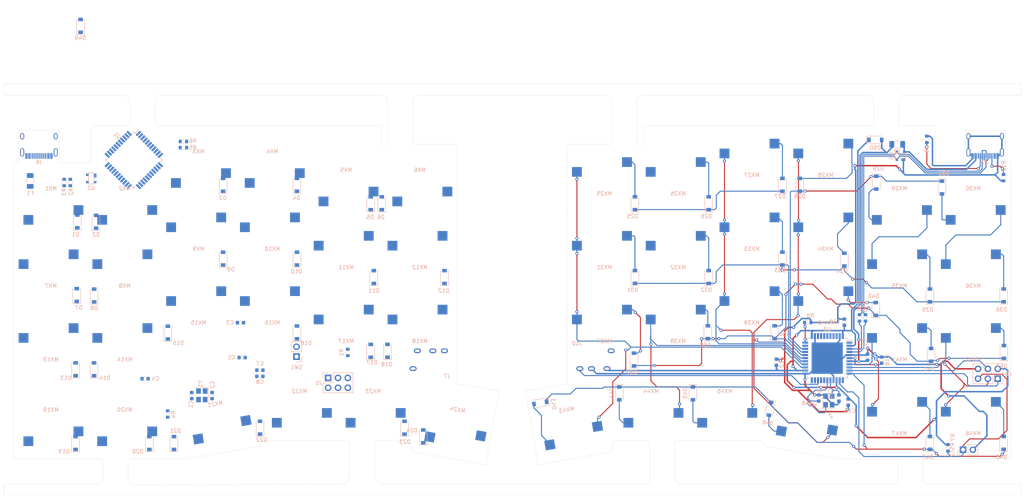
<source format=kicad_pcb>
(kicad_pcb (version 20171130) (host pcbnew "(5.1.7)-1")
  (layers (0 F.Cu signal) (31 B.Cu signal) (34 B.Paste user) (35 F.Paste user) (36 B.SilkS user) (37 F.SilkS user) (38 B.Mask user) (39 F.Mask user) (44 Edge.Cuts user))
  (net 0 "")
  (net 1 GND)
  (net 2 +5V)
  (net 3 +5VA)
  (net 4 XTAL1)
  (net 5 XTAL2)
  (net 6 GNDA)
  (net 7 XTAL1_R)
  (net 8 XTAL2_R)
  (net 9 "Net-(D1-Pad2)")
  (net 10 "Net-(D2-Pad2)")
  (net 11 SCK)
  (net 12 "Net-(D3-Pad2)")
  (net 13 MOSI)
  (net 14 "Net-(D4-Pad2)")
  (net 15 MISO)
  (net 16 "Net-(D5-Pad2)")
  (net 17 "Net-(D6-Pad2)")
  (net 18 "Net-(D7-Pad2)")
  (net 19 "Net-(D8-Pad2)")
  (net 20 "Net-(D9-Pad2)")
  (net 21 "Net-(D10-Pad2)")
  (net 22 SCK_R)
  (net 23 MOSI_R)
  (net 24 "Net-(D11-Pad2)")
  (net 25 "Net-(D12-Pad2)")
  (net 26 MISO_R)
  (net 27 "Net-(D13-Pad2)")
  (net 28 "Net-(D14-Pad2)")
  (net 29 "Net-(D15-Pad2)")
  (net 30 "Net-(D16-Pad2)")
  (net 31 "Net-(D17-Pad2)")
  (net 32 "Net-(D18-Pad2)")
  (net 33 "Net-(D19-Pad2)")
  (net 34 "Net-(D20-Pad2)")
  (net 35 "Net-(D21-Pad2)")
  (net 36 "Net-(D22-Pad2)")
  (net 37 "Net-(D23-Pad2)")
  (net 38 "Net-(D24-Pad2)")
  (net 39 "Net-(D25-Pad2)")
  (net 40 "Net-(D26-Pad2)")
  (net 41 "Net-(D27-Pad2)")
  (net 42 "Net-(D28-Pad2)")
  (net 43 "Net-(D29-Pad2)")
  (net 44 "Net-(D30-Pad2)")
  (net 45 "Net-(D31-Pad2)")
  (net 46 "Net-(D32-Pad2)")
  (net 47 "Net-(D33-Pad2)")
  (net 48 "Net-(D34-Pad2)")
  (net 49 "Net-(D35-Pad2)")
  (net 50 "Net-(D36-Pad2)")
  (net 51 "Net-(D37-Pad2)")
  (net 52 "Net-(D38-Pad2)")
  (net 53 "Net-(D39-Pad2)")
  (net 54 "Net-(D40-Pad2)")
  (net 55 "Net-(D41-Pad2)")
  (net 56 "Net-(D42-Pad2)")
  (net 57 "Net-(D43-Pad2)")
  (net 58 "Net-(D44-Pad2)")
  (net 59 "Net-(D45-Pad2)")
  (net 60 "Net-(D46-Pad2)")
  (net 61 "Net-(D47-Pad2)")
  (net 62 "Net-(D48-Pad2)")
  (net 63 VCC)
  (net 64 VDD)
  (net 65 RESET)
  (net 66 RESET_R)
  (net 67 col0)
  (net 68 col1)
  (net 69 col0_R)
  (net 70 col1_R)
  (net 71 col5)
  (net 72 D-)
  (net 73 D+)
  (net 74 D-_R)
  (net 75 D+_R)
  (net 76 DATA)
  (net 77 DATA_R)
  (net 78 "Net-(C8-Pad1)")
  (net 79 "Net-(C18-Pad1)")
  (net 80 "Net-(R4-Pad1)")
  (net 81 "Net-(R8-Pad1)")
  (net 82 "Net-(J6-Pad10)")
  (net 83 "Net-(J6-Pad4)")
  (net 84 "Net-(J6-Pad5)")
  (net 85 "Net-(J6-Pad6)")
  (net 86 "Net-(J9-Pad10)")
  (net 87 "Net-(J9-Pad4)")
  (net 88 "Net-(J9-Pad5)")
  (net 89 "Net-(J9-Pad6)")
  (net 90 row2)
  (net 91 row3)
  (net 92 row2_R)
  (net 93 VBUS)
  (net 94 VDC)
  (net 95 "Net-(J6-Pad3)")
  (net 96 "Net-(J6-Pad9)")
  (net 97 "Net-(J7-Pad4)")
  (net 98 "Net-(J9-Pad3)")
  (net 99 "Net-(J9-Pad9)")
  (net 100 "Net-(J10-Pad4)")
  (net 101 "Net-(U1-Pad1)")
  (net 102 "Net-(U1-Pad18)")
  (net 103 "Net-(U1-Pad19)")
  (net 104 "Net-(U1-Pad36)")
  (net 105 "Net-(U1-Pad37)")
  (net 106 "Net-(U1-Pad38)")
  (net 107 "Net-(U1-Pad39)")
  (net 108 "Net-(U1-Pad40)")
  (net 109 "Net-(U1-Pad41)")
  (net 110 "Net-(U1-Pad42)")
  (net 111 "Net-(U3-Pad42)")
  (net 112 "Net-(U3-Pad41)")
  (net 113 "Net-(U3-Pad40)")
  (net 114 "Net-(U3-Pad39)")
  (net 115 "Net-(U3-Pad38)")
  (net 116 "Net-(U3-Pad37)")
  (net 117 "Net-(U3-Pad36)")
  (net 118 "Net-(U3-Pad12)")
  (net 119 "Net-(U3-Pad1)")
  (net 120 row0)
  (net 121 row1)
  (net 122 row0_R)
  (net 123 row1_R)
  (net 124 col2)
  (net 125 col3)
  (net 126 col4)
  (net 127 col2_R)
  (net 128 col3_R)
  (net 129 col4_R)
  (net 130 "Net-(U1-Pad26)")
  (net 131 "Net-(U1-Pad27)")
  (net 132 "Net-(U3-Pad19)")
  (net 133 "Net-(U3-Pad18)")
  (net 134 "Net-(U3-Pad22)")
  (net 135 "Net-(U3-Pad21)")
  (net 136 "Net-(U3-Pad32)")
  (module MX_Only:MXOnly-1U-Hotswap (layer F.Cu) (at 301.5275 161.9375 170)
    (fp_text reference MX46)
    (fp_text value MX-noLED)
    (fp_text user %R (at 0 3.048 170) (layer B.SilkS) (effects (justify mirror)))
    (pad 2 smd rect (at 5.842 -5.08 170) (size 2.55 2.5) (layers B.Cu B.Paste B.Mask) (net 60 "Net-(D46-Pad2)"))
    (pad 1 smd rect (at -7.085 -2.54 170) (size 2.55 2.5) (layers B.Cu B.Paste B.Mask) (net 128 col3_R))
    (pad "" np_thru_hole circle (at 5.08 0 218.0996) (size 1.75 1.75) (drill 1.75) (layers *.Cu *.Mask))
    (pad "" np_thru_hole circle (at -5.08 0 218.0996) (size 1.75 1.75) (drill 1.75) (layers *.Cu *.Mask))
    (pad "" np_thru_hole circle (at -3.81 -2.54 170) (size 3 3) (drill 3) (layers *.Cu *.Mask))
    (pad "" np_thru_hole circle (at 0 0 170) (size 3.9878 3.9878) (drill 3.9878) (layers *.Cu *.Mask))
    (pad "" np_thru_hole circle (at 2.54 -5.08 170) (size 3 3) (drill 3) (layers *.Cu *.Mask))
  )
  (module MX_Only:MXOnly-1U-Hotswap (layer F.Cu) (at 287.2875 134.8875)
    (fp_text reference MX39)
    (fp_text value MX-noLED)
    (fp_text user %R (at 0 3.048) (layer B.SilkS) (effects (justify mirror)))
    (pad "" np_thru_hole circle (at 2.54 -5.08) (size 3 3) (drill 3) (layers *.Cu *.Mask))
    (pad "" np_thru_hole circle (at 0 0) (size 3.9878 3.9878) (drill 3.9878) (layers *.Cu *.Mask))
    (pad "" np_thru_hole circle (at -3.81 -2.54) (size 3 3) (drill 3) (layers *.Cu *.Mask))
    (pad "" np_thru_hole circle (at -5.08 0 48.0996) (size 1.75 1.75) (drill 1.75) (layers *.Cu *.Mask))
    (pad "" np_thru_hole circle (at 5.08 0 48.0996) (size 1.75 1.75) (drill 1.75) (layers *.Cu *.Mask))
    (pad 1 smd rect (at -7.085 -2.54) (size 2.55 2.5) (layers B.Cu B.Paste B.Mask) (net 127 col2_R))
    (pad 2 smd rect (at 5.842 -5.08) (size 2.55 2.5) (layers B.Cu B.Paste B.Mask) (net 53 "Net-(D39-Pad2)"))
  )
  (module Capacitor_SMD:C_0603_1608Metric (layer B.Cu) (at 317.15 146.85 90)
    (fp_text reference C15 (at 3.34 -0.794 270) (layer B.SilkS) (effects (justify mirror)))
    (fp_text value 10uF)
    (pad 1 smd roundrect (at -0.7875 0 90) (size 0.875 0.95) (layers B.Cu B.Paste B.Mask) (net 94 VDC))
    (pad 2 smd roundrect (at 0.7875 0 90) (size 0.875 0.95) (layers B.Cu B.Paste B.Mask) (net 6 GNDA))
  )
  (module MX_Only:MXOnly-1U-Hotswap (layer F.Cu) (at 325.3875 106.3125 180)
    (fp_text reference MX29)
    (fp_text value MX-noLED)
    (fp_text user %R (at 0 3.048) (layer B.SilkS) (effects (justify mirror)))
    (pad 2 smd rect (at 5.842 -5.08 180) (size 2.55 2.5) (layers B.Cu B.Paste B.Mask) (net 43 "Net-(D29-Pad2)"))
    (pad 1 smd rect (at -7.085 -2.54 180) (size 2.55 2.5) (layers B.Cu B.Paste B.Mask) (net 129 col4_R))
    (pad "" np_thru_hole circle (at 5.08 0 228.0996) (size 1.75 1.75) (drill 1.75) (layers *.Cu *.Mask))
    (pad "" np_thru_hole circle (at -5.08 0 228.0996) (size 1.75 1.75) (drill 1.75) (layers *.Cu *.Mask))
    (pad "" np_thru_hole circle (at -3.81 -2.54 180) (size 3 3) (drill 3) (layers *.Cu *.Mask))
    (pad "" np_thru_hole circle (at 0 0 180) (size 3.9878 3.9878) (drill 3.9878) (layers *.Cu *.Mask))
    (pad "" np_thru_hole circle (at 2.54 -5.08 180) (size 3 3) (drill 3) (layers *.Cu *.Mask))
  )
  (module MX_Only:MXOnly-1U-Hotswap (layer F.Cu) (at 306.3375 96.7875)
    (fp_text reference MX28)
    (fp_text value MX-noLED)
    (fp_text user %R (at 0 3.048) (layer B.SilkS) (effects (justify mirror)))
    (pad "" np_thru_hole circle (at 2.54 -5.08) (size 3 3) (drill 3) (layers *.Cu *.Mask))
    (pad "" np_thru_hole circle (at 0 0) (size 3.9878 3.9878) (drill 3.9878) (layers *.Cu *.Mask))
    (pad "" np_thru_hole circle (at -3.81 -2.54) (size 3 3) (drill 3) (layers *.Cu *.Mask))
    (pad "" np_thru_hole circle (at -5.08 0 48.0996) (size 1.75 1.75) (drill 1.75) (layers *.Cu *.Mask))
    (pad "" np_thru_hole circle (at 5.08 0 48.0996) (size 1.75 1.75) (drill 1.75) (layers *.Cu *.Mask))
    (pad 1 smd rect (at -7.085 -2.54) (size 2.55 2.5) (layers B.Cu B.Paste B.Mask) (net 128 col3_R))
    (pad 2 smd rect (at 5.842 -5.08) (size 2.55 2.5) (layers B.Cu B.Paste B.Mask) (net 42 "Net-(D28-Pad2)"))
  )
  (module random-keyboard-parts:SOT143B (layer B.Cu) (at 325.65 94.85 90)
    (fp_text reference U4 (at 0 -2.45 90) (layer B.SilkS) (effects (justify mirror)))
    (fp_text value PRTR5V0U2X)
    (pad 1 smd rect (at -1 0.75 180) (size 1 0.7) (layers B.Cu B.Paste B.Mask) (net 6 GNDA))
    (pad 4 smd rect (at 1 0.95 180) (size 0.6 0.7) (layers B.Cu B.Paste B.Mask) (net 64 VDD))
    (pad 2 smd rect (at -1 -0.95 180) (size 0.6 0.7) (layers B.Cu B.Paste B.Mask) (net 89 "Net-(J9-Pad6)"))
    (pad 3 smd rect (at 1 -0.95 180) (size 0.6 0.7) (layers B.Cu B.Paste B.Mask) (net 88 "Net-(J9-Pad5)"))
  )
  (module random-keyboard-parts:SOT143B (layer B.Cu) (at 116.7 100.7 180)
    (fp_text reference U2 (at 0 -2.45) (layer B.SilkS) (effects (justify mirror)))
    (fp_text value PRTR5V0U2X)
    (pad 1 smd rect (at -1 0.75 270) (size 1 0.7) (layers B.Cu B.Paste B.Mask) (net 1 GND))
    (pad 4 smd rect (at 1 0.95 270) (size 0.6 0.7) (layers B.Cu B.Paste B.Mask) (net 63 VCC))
    (pad 2 smd rect (at -1 -0.95 270) (size 0.6 0.7) (layers B.Cu B.Paste B.Mask) (net 85 "Net-(J6-Pad6)"))
    (pad 3 smd rect (at 1 -0.95 270) (size 0.6 0.7) (layers B.Cu B.Paste B.Mask) (net 84 "Net-(J6-Pad5)"))
  )
  (module Resistor_SMD:R_0603_1608Metric (layer B.Cu) (at 315.05 136.7 90)
    (fp_text reference R11 (at 2.95 0 270) (layer B.SilkS) (effects (justify mirror)))
    (fp_text value 22)
    (pad 2 smd roundrect (at 0.825 0 90) (size 0.8 0.95) (layers B.Cu B.Paste B.Mask) (net 88 "Net-(J9-Pad5)"))
    (pad 1 smd roundrect (at -0.825 0 90) (size 0.8 0.95) (layers B.Cu B.Paste B.Mask) (net 74 D-_R))
  )
  (module MX_Only:MXOnly-1U-Hotswap (layer F.Cu) (at 344.4375 106.3125 180)
    (fp_text reference MX30)
    (fp_text value MX-noLED)
    (fp_text user %R (at 0 3.048) (layer B.SilkS) (effects (justify mirror)))
    (pad "" np_thru_hole circle (at 2.54 -5.08 180) (size 3 3) (drill 3) (layers *.Cu *.Mask))
    (pad "" np_thru_hole circle (at 0 0 180) (size 3.9878 3.9878) (drill 3.9878) (layers *.Cu *.Mask))
    (pad "" np_thru_hole circle (at -3.81 -2.54 180) (size 3 3) (drill 3) (layers *.Cu *.Mask))
    (pad "" np_thru_hole circle (at -5.08 0 228.0996) (size 1.75 1.75) (drill 1.75) (layers *.Cu *.Mask))
    (pad "" np_thru_hole circle (at 5.08 0 228.0996) (size 1.75 1.75) (drill 1.75) (layers *.Cu *.Mask))
    (pad 1 smd rect (at -7.085 -2.54 180) (size 2.55 2.5) (layers B.Cu B.Paste B.Mask) (net 22 SCK_R))
    (pad 2 smd rect (at 5.842 -5.08 180) (size 2.55 2.5) (layers B.Cu B.Paste B.Mask) (net 44 "Net-(D30-Pad2)"))
  )
  (module Connector_PinSocket_2.54mm:PinSocket_1x02_P2.54mm_Vertical (layer B.Cu) (at 341.8 170.75 270)
    (fp_text reference RST2 (at 0 2.77 90) (layer B.SilkS) (effects (justify mirror)))
    (fp_text value RST_Jumper)
    (pad 2 thru_hole oval (at 0 -2.54 270) (size 1.7 1.7) (drill 1) (layers *.Cu *.Mask) (net 6 GNDA))
    (pad 1 thru_hole rect (at 0 0 270) (size 1.7 1.7) (drill 1) (layers *.Cu *.Mask) (net 66 RESET_R))
  )
  (module Connector_PinSocket_2.54mm:PinSocket_1x02_P2.54mm_Vertical (layer B.Cu) (at 169.7 146.7)
    (fp_text reference SW1 (at 0 2.77) (layer B.SilkS) (effects (justify mirror)))
    (fp_text value SW_Push)
    (pad 2 thru_hole oval (at 0 -2.54) (size 1.7 1.7) (drill 1) (layers *.Cu *.Mask) (net 1 GND))
    (pad 1 thru_hole rect (at 0 0) (size 1.7 1.7) (drill 1) (layers *.Cu *.Mask) (net 65 RESET))
  )
  (module Resistor_SMD:R_0603_1608Metric (layer B.Cu) (at 316.6 136.7 90)
    (fp_text reference R10 (at 2.95 0.05 270) (layer B.SilkS) (effects (justify mirror)))
    (fp_text value 22)
    (pad 1 smd roundrect (at -0.825 0 90) (size 0.8 0.95) (layers B.Cu B.Paste B.Mask) (net 75 D+_R))
    (pad 2 smd roundrect (at 0.825 0 90) (size 0.8 0.95) (layers B.Cu B.Paste B.Mask) (net 89 "Net-(J9-Pad6)"))
  )
  (module MX_Only:MXOnly-1U-Hotswap (layer F.Cu) (at 163.4625 134.8875)
    (fp_text reference MX16)
    (fp_text value MX-noLED)
    (fp_text user %R (at 0 3.048) (layer B.SilkS) (effects (justify mirror)))
    (pad 2 smd rect (at 5.842 -5.08) (size 2.55 2.5) (layers B.Cu B.Paste B.Mask) (net 30 "Net-(D16-Pad2)"))
    (pad 1 smd rect (at -7.085 -2.54) (size 2.55 2.5) (layers B.Cu B.Paste B.Mask) (net 125 col3))
    (pad "" np_thru_hole circle (at 5.08 0 48.0996) (size 1.75 1.75) (drill 1.75) (layers *.Cu *.Mask))
    (pad "" np_thru_hole circle (at -5.08 0 48.0996) (size 1.75 1.75) (drill 1.75) (layers *.Cu *.Mask))
    (pad "" np_thru_hole circle (at -3.81 -2.54) (size 3 3) (drill 3) (layers *.Cu *.Mask))
    (pad "" np_thru_hole circle (at 0 0) (size 3.9878 3.9878) (drill 3.9878) (layers *.Cu *.Mask))
    (pad "" np_thru_hole circle (at 2.54 -5.08) (size 3 3) (drill 3) (layers *.Cu *.Mask))
  )
  (module MX_Only:MXOnly-1U-Hotswap (layer F.Cu) (at 149.2225 161.9375 190)
    (fp_text reference MX21)
    (fp_text value MX-noLED)
    (fp_text user %R (at 0 3.048 10) (layer B.SilkS) (effects (justify mirror)))
    (pad 2 smd rect (at 5.842 -5.08 190) (size 2.55 2.5) (layers B.Cu B.Paste B.Mask) (net 35 "Net-(D21-Pad2)"))
    (pad 1 smd rect (at -7.085 -2.54 190) (size 2.55 2.5) (layers B.Cu B.Paste B.Mask) (net 124 col2))
    (pad "" np_thru_hole circle (at 5.08 0 238.0996) (size 1.75 1.75) (drill 1.75) (layers *.Cu *.Mask))
    (pad "" np_thru_hole circle (at -5.08 0 238.0996) (size 1.75 1.75) (drill 1.75) (layers *.Cu *.Mask))
    (pad "" np_thru_hole circle (at -3.81 -2.54 190) (size 3 3) (drill 3) (layers *.Cu *.Mask))
    (pad "" np_thru_hole circle (at 0 0 190) (size 3.9878 3.9878) (drill 3.9878) (layers *.Cu *.Mask))
    (pad "" np_thru_hole circle (at 2.54 -5.08 190) (size 3 3) (drill 3) (layers *.Cu *.Mask))
  )
  (module Diode_SMD:D_SOD-123 (layer B.Cu) (at 253.05 156.2 270)
    (fp_text reference D44 (at 0 2 90) (layer B.SilkS) (effects (justify mirror)))
    (fp_text value SOD123)
    (pad 1 smd rect (at -1.65 0 270) (size 0.9 1.2) (layers B.Cu B.Paste B.Mask) (net 26 MISO_R))
    (pad 2 smd rect (at 1.65 0 270) (size 0.9 1.2) (layers B.Cu B.Paste B.Mask) (net 58 "Net-(D44-Pad2)"))
  )
  (module random-keyboard-parts:PJ-3200B-4A-Assembly (layer B.Cu) (at 239.65 147.5)
    (fp_text reference J10 (at 2.5 -4.25) (layer B.SilkS) (effects (justify mirror)))
    (fp_text value Conn_01x04)
    (pad "" np_thru_hole circle (at 8.6 0) (size 1.5 1.5) (drill 1.5) (layers *.Cu *.Mask))
    (pad "" np_thru_hole circle (at 1.6 0) (size 1.5 1.5) (drill 1.5) (layers *.Cu *.Mask))
    (pad 4 thru_hole oval (at 11.3 -2.3) (size 1.8 1.2) (drill oval 1.2 0.6) (layers *.Cu *.Mask) (net 100 "Net-(J10-Pad4)"))
    (pad 3 thru_hole oval (at 10.2 2.3) (size 1.8 1.2) (drill oval 1.2 0.6) (layers *.Cu *.Mask) (net 3 +5VA))
    (pad 2 thru_hole oval (at 6.2 2.3) (size 1.8 1.2) (drill oval 1.2 0.6) (layers *.Cu *.Mask) (net 6 GNDA))
    (pad 1 thru_hole oval (at 3.2 2.3) (size 1.8 1.2) (drill oval 1.2 0.6) (layers *.Cu *.Mask) (net 77 DATA_R))
  )
  (module Resistor_SMD:R_0603_1608Metric (layer B.Cu) (at 182.95 145.625 270)
    (fp_text reference R1 (at 0 1.65 90) (layer B.SilkS) (effects (justify mirror)))
    (fp_text value 10k)
    (pad 2 smd roundrect (at 0.825 0 270) (size 0.8 0.95) (layers B.Cu B.Paste B.Mask) (net 65 RESET))
    (pad 1 smd roundrect (at -0.825 0 270) (size 0.8 0.95) (layers B.Cu B.Paste B.Mask) (net 2 +5V))
  )
  (module Resistor_SMD:R_0603_1608Metric (layer B.Cu) (at 111.3 101.75 270)
    (fp_text reference R2 (at 2.406 -0.2062 90) (layer B.SilkS) (effects (justify mirror)))
    (fp_text value 5.1k)
    (pad 2 smd roundrect (at 0.825 0 270) (size 0.8 0.95) (layers B.Cu B.Paste B.Mask) (net 83 "Net-(J6-Pad4)"))
    (pad 1 smd roundrect (at -0.825 0 270) (size 0.8 0.95) (layers B.Cu B.Paste B.Mask) (net 1 GND))
  )
  (module Resistor_SMD:R_0603_1608Metric (layer B.Cu) (at 109.7 101.744 90)
    (fp_text reference R3 (at -2.406 -0.0312 90) (layer B.SilkS) (effects (justify mirror)))
    (fp_text value 5.1k)
    (pad 2 smd roundrect (at 0.825 0 90) (size 0.8 0.95) (layers B.Cu B.Paste B.Mask) (net 1 GND))
    (pad 1 smd roundrect (at -0.825 0 90) (size 0.8 0.95) (layers B.Cu B.Paste B.Mask) (net 82 "Net-(J6-Pad10)"))
  )
  (module Resistor_SMD:R_0603_1608Metric (layer B.Cu) (at 136.45 161.525 90)
    (fp_text reference R4 (at -0.075 1.5 90) (layer B.SilkS) (effects (justify mirror)))
    (fp_text value 10k)
    (pad 2 smd roundrect (at 0.825 0 90) (size 0.8 0.95) (layers B.Cu B.Paste B.Mask) (net 1 GND))
    (pad 1 smd roundrect (at -0.825 0 90) (size 0.8 0.95) (layers B.Cu B.Paste B.Mask) (net 80 "Net-(R4-Pad1)"))
  )
  (module Resistor_SMD:R_0603_1608Metric (layer B.Cu) (at 140.5 92.75)
    (fp_text reference R5 (at 2.425 -0.031 180) (layer B.SilkS) (effects (justify mirror)))
    (fp_text value 22)
    (pad 2 smd roundrect (at 0.825 0) (size 0.8 0.95) (layers B.Cu B.Paste B.Mask) (net 85 "Net-(J6-Pad6)"))
    (pad 1 smd roundrect (at -0.825 0) (size 0.8 0.95) (layers B.Cu B.Paste B.Mask) (net 73 D+))
  )
  (module Resistor_SMD:R_0603_1608Metric (layer B.Cu) (at 140.5 91.15)
    (fp_text reference R6 (at 2.425 -0.15 180) (layer B.SilkS) (effects (justify mirror)))
    (fp_text value 22)
    (pad 2 smd roundrect (at 0.825 0) (size 0.8 0.95) (layers B.Cu B.Paste B.Mask) (net 84 "Net-(J6-Pad5)"))
    (pad 1 smd roundrect (at -0.825 0) (size 0.8 0.95) (layers B.Cu B.Paste B.Mask) (net 72 D-))
  )
  (module Resistor_SMD:R_0603_1608Metric (layer B.Cu) (at 337.9 170.25 270)
    (fp_text reference R7 (at -2.731 -1.27 90) (layer B.SilkS) (effects (justify mirror)))
    (fp_text value 10k)
    (pad 2 smd roundrect (at 0.825 0 270) (size 0.8 0.95) (layers B.Cu B.Paste B.Mask) (net 66 RESET_R))
    (pad 1 smd roundrect (at -0.825 0 270) (size 0.8 0.95) (layers B.Cu B.Paste B.Mask) (net 3 +5VA))
  )
  (module Resistor_SMD:R_0603_1608Metric (layer B.Cu) (at 301.7 137.9)
    (fp_text reference R8 (at 0.65 -1.746 180) (layer B.SilkS) (effects (justify mirror)))
    (fp_text value 10k)
    (pad 2 smd roundrect (at 0.825 0) (size 0.8 0.95) (layers B.Cu B.Paste B.Mask) (net 6 GNDA))
    (pad 1 smd roundrect (at -0.825 0) (size 0.8 0.95) (layers B.Cu B.Paste B.Mask) (net 81 "Net-(R8-Pad1)"))
  )
  (module Resistor_SMD:R_0603_1608Metric (layer B.Cu) (at 332.45 90.6 270)
    (fp_text reference R9 (at 2.5 0 90) (layer B.SilkS) (effects (justify mirror)))
    (fp_text value 5.1k)
    (pad 2 smd roundrect (at 0.825 0 270) (size 0.8 0.95) (layers B.Cu B.Paste B.Mask) (net 87 "Net-(J9-Pad4)"))
    (pad 1 smd roundrect (at -0.825 0 270) (size 0.8 0.95) (layers B.Cu B.Paste B.Mask) (net 6 GNDA))
  )
  (module Resistor_SMD:R_0603_1608Metric (layer B.Cu) (at 352.25 100.5 270)
    (fp_text reference R12 (at -2.95 0 90) (layer B.SilkS) (effects (justify mirror)))
    (fp_text value 5.1k)
    (pad 2 smd roundrect (at 0.825 0 270) (size 0.8 0.95) (layers B.Cu B.Paste B.Mask) (net 6 GNDA))
    (pad 1 smd roundrect (at -0.825 0 270) (size 0.8 0.95) (layers B.Cu B.Paste B.Mask) (net 86 "Net-(J9-Pad10)"))
  )
  (module Diode_SMD:D_SOD-123 (layer B.Cu) (at 319.15 90.75)
    (fp_text reference D50 (at 0 2) (layer B.SilkS) (effects (justify mirror)))
    (fp_text value D_Schottky_Small)
    (pad 2 smd rect (at 1.65 0) (size 0.9 1.2) (layers B.Cu B.Paste B.Mask) (net 94 VDC))
    (pad 1 smd rect (at -1.65 0) (size 0.9 1.2) (layers B.Cu B.Paste B.Mask) (net 3 +5VA))
  )
  (module Diode_SMD:D_SOD-123 (layer B.Cu) (at 113.95 61.3 90)
    (fp_text reference D49 (at -3.15 0 180) (layer B.SilkS) (effects (justify mirror)))
    (fp_text value D_Schottky_Small)
    (pad 2 smd rect (at 1.65 0 90) (size 0.9 1.2) (layers B.Cu B.Paste B.Mask) (net 93 VBUS))
    (pad 1 smd rect (at -1.65 0 90) (size 0.9 1.2) (layers B.Cu B.Paste B.Mask) (net 2 +5V))
  )
  (module random-keyboard-parts:breakaway-mousebites (layer F.Cu) (at 321.97 86.704)
    (fp_text reference J14)
    (fp_text value Breakaway_Tabs)
    (pad "" np_thru_hole circle (at -2.54 -0.254) (size 0.7874 0.7874) (drill 0.7874) (layers *.Cu *.Mask))
    (pad "" np_thru_hole circle (at -1.27 -0.254) (size 0.7874 0.7874) (drill 0.7874) (layers *.Cu *.Mask))
    (pad "" np_thru_hole circle (at 2.54 -0.254) (size 0.7874 0.7874) (drill 0.7874) (layers *.Cu *.Mask))
    (pad "" np_thru_hole circle (at 1.27 -0.254) (size 0.7874 0.7874) (drill 0.7874) (layers *.Cu *.Mask))
    (pad "" np_thru_hole circle (at 0 -0.254) (size 0.7874 0.7874) (drill 0.7874) (layers *.Cu *.Mask))
  )
  (module random-keyboard-parts:breakaway-mousebites (layer F.Cu) (at 264.16 169.254)
    (fp_text reference J13)
    (fp_text value Breakaway_Tabs)
    (pad "" np_thru_hole circle (at -2.54 -0.254) (size 0.7874 0.7874) (drill 0.7874) (layers *.Cu *.Mask))
    (pad "" np_thru_hole circle (at -1.27 -0.254) (size 0.7874 0.7874) (drill 0.7874) (layers *.Cu *.Mask))
    (pad "" np_thru_hole circle (at 2.54 -0.254) (size 0.7874 0.7874) (drill 0.7874) (layers *.Cu *.Mask))
    (pad "" np_thru_hole circle (at 1.27 -0.254) (size 0.7874 0.7874) (drill 0.7874) (layers *.Cu *.Mask))
    (pad "" np_thru_hole circle (at 0 -0.254) (size 0.7874 0.7874) (drill 0.7874) (layers *.Cu *.Mask))
  )
  (module random-keyboard-parts:breakaway-mousebites (layer F.Cu) (at 328.16 174.004)
    (fp_text reference J12)
    (fp_text value Breakaway_Tabs)
    (pad "" np_thru_hole circle (at -2.54 -0.254) (size 0.7874 0.7874) (drill 0.7874) (layers *.Cu *.Mask))
    (pad "" np_thru_hole circle (at -1.27 -0.254) (size 0.7874 0.7874) (drill 0.7874) (layers *.Cu *.Mask))
    (pad "" np_thru_hole circle (at 2.54 -0.254) (size 0.7874 0.7874) (drill 0.7874) (layers *.Cu *.Mask))
    (pad "" np_thru_hole circle (at 1.27 -0.254) (size 0.7874 0.7874) (drill 0.7874) (layers *.Cu *.Mask))
    (pad "" np_thru_hole circle (at 0 -0.254) (size 0.7874 0.7874) (drill 0.7874) (layers *.Cu *.Mask))
  )
  (module random-keyboard-parts:breakaway-mousebites (layer F.Cu) (at 254.29 91.504)
    (fp_text reference J11)
    (fp_text value Breakaway_Tabs)
    (pad "" np_thru_hole circle (at -2.54 -0.254) (size 0.7874 0.7874) (drill 0.7874) (layers *.Cu *.Mask))
    (pad "" np_thru_hole circle (at -1.27 -0.254) (size 0.7874 0.7874) (drill 0.7874) (layers *.Cu *.Mask))
    (pad "" np_thru_hole circle (at 2.54 -0.254) (size 0.7874 0.7874) (drill 0.7874) (layers *.Cu *.Mask))
    (pad "" np_thru_hole circle (at 1.27 -0.254) (size 0.7874 0.7874) (drill 0.7874) (layers *.Cu *.Mask))
    (pad "" np_thru_hole circle (at 0 -0.254) (size 0.7874 0.7874) (drill 0.7874) (layers *.Cu *.Mask))
  )
  (module Type-C:HRO-TYPE-C-31-M-12-Assembly (layer B.Cu) (at 347.5 87.2)
    (fp_text reference J9 (at 0 9.25) (layer B.SilkS) (effects (justify mirror)))
    (fp_text value USB_C_Receptacle_USB2.0)
    (pad 12 smd rect (at 3.225 7.695) (size 0.6 1.45) (layers B.Cu B.Paste B.Mask) (net 6 GNDA))
    (pad 1 smd rect (at -3.225 7.695) (size 0.6 1.45) (layers B.Cu B.Paste B.Mask) (net 6 GNDA))
    (pad 11 smd rect (at 2.45 7.695) (size 0.6 1.45) (layers B.Cu B.Paste B.Mask) (net 64 VDD))
    (pad 2 smd rect (at -2.45 7.695) (size 0.6 1.45) (layers B.Cu B.Paste B.Mask) (net 64 VDD))
    (pad 3 smd rect (at -1.75 7.695) (size 0.3 1.45) (layers B.Cu B.Paste B.Mask) (net 98 "Net-(J9-Pad3)"))
    (pad 10 smd rect (at 1.75 7.695) (size 0.3 1.45) (layers B.Cu B.Paste B.Mask) (net 86 "Net-(J9-Pad10)"))
    (pad 4 smd rect (at -1.25 7.695) (size 0.3 1.45) (layers B.Cu B.Paste B.Mask) (net 87 "Net-(J9-Pad4)"))
    (pad 9 smd rect (at 1.25 7.695) (size 0.3 1.45) (layers B.Cu B.Paste B.Mask) (net 99 "Net-(J9-Pad9)"))
    (pad 5 smd rect (at -0.75 7.695) (size 0.3 1.45) (layers B.Cu B.Paste B.Mask) (net 88 "Net-(J9-Pad5)"))
    (pad 8 smd rect (at 0.75 7.695) (size 0.3 1.45) (layers B.Cu B.Paste B.Mask) (net 89 "Net-(J9-Pad6)"))
    (pad 7 smd rect (at 0.25 7.695) (size 0.3 1.45) (layers B.Cu B.Paste B.Mask) (net 88 "Net-(J9-Pad5)"))
    (pad 6 smd rect (at -0.25 7.695) (size 0.3 1.45) (layers B.Cu B.Paste B.Mask) (net 89 "Net-(J9-Pad6)"))
    (pad "" np_thru_hole circle (at 2.89 6.25) (size 0.65 0.65) (drill 0.65) (layers *.Cu *.Mask))
    (pad "" np_thru_hole circle (at -2.89 6.25) (size 0.65 0.65) (drill 0.65) (layers *.Cu *.Mask))
    (pad 13 thru_hole oval (at -4.32 6.78) (size 1 2.1) (drill oval 0.6 1.7) (layers *.Cu *.Mask) (net 6 GNDA))
    (pad 13 thru_hole oval (at 4.32 6.78) (size 1 2.1) (drill oval 0.6 1.7) (layers *.Cu *.Mask) (net 6 GNDA))
    (pad 13 thru_hole oval (at -4.32 2.6) (size 1 1.6) (drill oval 0.6 1.2) (layers *.Cu *.Mask) (net 6 GNDA))
    (pad 13 thru_hole oval (at 4.32 2.6) (size 1 1.6) (drill oval 0.6 1.2) (layers *.Cu *.Mask) (net 6 GNDA))
  )
  (module random-keyboard-parts:PJ-3200B-4A-Assembly (layer B.Cu) (at 211.1 147.5 180)
    (fp_text reference J7 (at 2.5 -4.25) (layer B.SilkS) (effects (justify mirror)))
    (fp_text value Conn_01x04)
    (pad "" np_thru_hole circle (at 8.6 0 180) (size 1.5 1.5) (drill 1.5) (layers *.Cu *.Mask))
    (pad "" np_thru_hole circle (at 1.6 0 180) (size 1.5 1.5) (drill 1.5) (layers *.Cu *.Mask))
    (pad 4 thru_hole oval (at 11.3 -2.3 180) (size 1.8 1.2) (drill oval 1.2 0.6) (layers *.Cu *.Mask) (net 97 "Net-(J7-Pad4)"))
    (pad 3 thru_hole oval (at 10.2 2.3 180) (size 1.8 1.2) (drill oval 1.2 0.6) (layers *.Cu *.Mask) (net 2 +5V))
    (pad 2 thru_hole oval (at 6.2 2.3 180) (size 1.8 1.2) (drill oval 1.2 0.6) (layers *.Cu *.Mask) (net 1 GND))
    (pad 1 thru_hole oval (at 3.2 2.3 180) (size 1.8 1.2) (drill oval 1.2 0.6) (layers *.Cu *.Mask) (net 76 DATA))
  )
  (module Type-C:HRO-TYPE-C-31-M-12-Assembly (layer B.Cu) (at 103.2 87.2)
    (fp_text reference J6 (at 0 9.25 180) (layer B.SilkS) (effects (justify mirror)))
    (fp_text value USB_C_Receptacle_USB2.0)
    (pad 12 smd rect (at 3.225 7.695) (size 0.6 1.45) (layers B.Cu B.Paste B.Mask) (net 1 GND))
    (pad 1 smd rect (at -3.225 7.695) (size 0.6 1.45) (layers B.Cu B.Paste B.Mask) (net 1 GND))
    (pad 11 smd rect (at 2.45 7.695) (size 0.6 1.45) (layers B.Cu B.Paste B.Mask) (net 63 VCC))
    (pad 2 smd rect (at -2.45 7.695) (size 0.6 1.45) (layers B.Cu B.Paste B.Mask) (net 63 VCC))
    (pad 3 smd rect (at -1.75 7.695) (size 0.3 1.45) (layers B.Cu B.Paste B.Mask) (net 95 "Net-(J6-Pad3)"))
    (pad 10 smd rect (at 1.75 7.695) (size 0.3 1.45) (layers B.Cu B.Paste B.Mask) (net 82 "Net-(J6-Pad10)"))
    (pad 4 smd rect (at -1.25 7.695) (size 0.3 1.45) (layers B.Cu B.Paste B.Mask) (net 83 "Net-(J6-Pad4)"))
    (pad 9 smd rect (at 1.25 7.695) (size 0.3 1.45) (layers B.Cu B.Paste B.Mask) (net 96 "Net-(J6-Pad9)"))
    (pad 5 smd rect (at -0.75 7.695) (size 0.3 1.45) (layers B.Cu B.Paste B.Mask) (net 84 "Net-(J6-Pad5)"))
    (pad 8 smd rect (at 0.75 7.695) (size 0.3 1.45) (layers B.Cu B.Paste B.Mask) (net 85 "Net-(J6-Pad6)"))
    (pad 7 smd rect (at 0.25 7.695) (size 0.3 1.45) (layers B.Cu B.Paste B.Mask) (net 84 "Net-(J6-Pad5)"))
    (pad 6 smd rect (at -0.25 7.695) (size 0.3 1.45) (layers B.Cu B.Paste B.Mask) (net 85 "Net-(J6-Pad6)"))
    (pad "" np_thru_hole circle (at 2.89 6.25) (size 0.65 0.65) (drill 0.65) (layers *.Cu *.Mask))
    (pad "" np_thru_hole circle (at -2.89 6.25) (size 0.65 0.65) (drill 0.65) (layers *.Cu *.Mask))
    (pad 13 thru_hole oval (at -4.32 6.78) (size 1 2.1) (drill oval 0.6 1.7) (layers *.Cu *.Mask) (net 1 GND))
    (pad 13 thru_hole oval (at 4.32 6.78) (size 1 2.1) (drill oval 0.6 1.7) (layers *.Cu *.Mask) (net 1 GND))
    (pad 13 thru_hole oval (at -4.32 2.6) (size 1 1.6) (drill oval 0.6 1.2) (layers *.Cu *.Mask) (net 1 GND))
    (pad 13 thru_hole oval (at 4.32 2.6) (size 1 1.6) (drill oval 0.6 1.2) (layers *.Cu *.Mask) (net 1 GND))
  )
  (module random-keyboard-parts:breakaway-mousebites (layer F.Cu) (at 129.91 86.454)
    (fp_text reference J4)
    (fp_text value Breakaway_Tabs)
    (pad "" np_thru_hole circle (at -2.54 -0.254) (size 0.7874 0.7874) (drill 0.7874) (layers *.Cu *.Mask))
    (pad "" np_thru_hole circle (at -1.27 -0.254) (size 0.7874 0.7874) (drill 0.7874) (layers *.Cu *.Mask))
    (pad "" np_thru_hole circle (at 2.54 -0.254) (size 0.7874 0.7874) (drill 0.7874) (layers *.Cu *.Mask))
    (pad "" np_thru_hole circle (at 1.27 -0.254) (size 0.7874 0.7874) (drill 0.7874) (layers *.Cu *.Mask))
    (pad "" np_thru_hole circle (at 0 -0.254) (size 0.7874 0.7874) (drill 0.7874) (layers *.Cu *.Mask))
  )
  (module Package_QFP:TQFP-44_10x10mm_P0.8mm (layer B.Cu) (at 306.75 147.1 180)
    (fp_text reference U3 (at 0 7.45) (layer B.SilkS) (effects (justify mirror)))
    (fp_text value ATmega32U4-AU)
    (pad 44 smd rect (at -4 5.7 90) (size 1.5 0.55) (layers B.Cu B.Paste B.Mask) (net 3 +5VA))
    (pad 43 smd rect (at -3.2 5.7 90) (size 1.5 0.55) (layers B.Cu B.Paste B.Mask) (net 6 GNDA))
    (pad 42 smd rect (at -2.4 5.7 90) (size 1.5 0.55) (layers B.Cu B.Paste B.Mask) (net 111 "Net-(U3-Pad42)"))
    (pad 41 smd rect (at -1.6 5.7 90) (size 1.5 0.55) (layers B.Cu B.Paste B.Mask) (net 112 "Net-(U3-Pad41)"))
    (pad 40 smd rect (at -0.8 5.7 90) (size 1.5 0.55) (layers B.Cu B.Paste B.Mask) (net 113 "Net-(U3-Pad40)"))
    (pad 39 smd rect (at 0 5.7 90) (size 1.5 0.55) (layers B.Cu B.Paste B.Mask) (net 114 "Net-(U3-Pad39)"))
    (pad 38 smd rect (at 0.8 5.7 90) (size 1.5 0.55) (layers B.Cu B.Paste B.Mask) (net 115 "Net-(U3-Pad38)"))
    (pad 37 smd rect (at 1.6 5.7 90) (size 1.5 0.55) (layers B.Cu B.Paste B.Mask) (net 116 "Net-(U3-Pad37)"))
    (pad 36 smd rect (at 2.4 5.7 90) (size 1.5 0.55) (layers B.Cu B.Paste B.Mask) (net 117 "Net-(U3-Pad36)"))
    (pad 35 smd rect (at 3.2 5.7 90) (size 1.5 0.55) (layers B.Cu B.Paste B.Mask) (net 6 GNDA))
    (pad 34 smd rect (at 4 5.7 90) (size 1.5 0.55) (layers B.Cu B.Paste B.Mask) (net 3 +5VA))
    (pad 33 smd rect (at 5.7 4 180) (size 1.5 0.55) (layers B.Cu B.Paste B.Mask) (net 81 "Net-(R8-Pad1)"))
    (pad 32 smd rect (at 5.7 3.2 180) (size 1.5 0.55) (layers B.Cu B.Paste B.Mask) (net 136 "Net-(U3-Pad32)"))
    (pad 31 smd rect (at 5.7 2.4 180) (size 1.5 0.55) (layers B.Cu B.Paste B.Mask) (net 122 row0_R))
    (pad 30 smd rect (at 5.7 1.6 180) (size 1.5 0.55) (layers B.Cu B.Paste B.Mask) (net 123 row1_R))
    (pad 29 smd rect (at 5.7 0.8 180) (size 1.5 0.55) (layers B.Cu B.Paste B.Mask) (net 92 row2_R))
    (pad 28 smd rect (at 5.7 0 180) (size 1.5 0.55) (layers B.Cu B.Paste B.Mask) (net 128 col3_R))
    (pad 27 smd rect (at 5.7 -0.8 180) (size 1.5 0.55) (layers B.Cu B.Paste B.Mask) (net 127 col2_R))
    (pad 26 smd rect (at 5.7 -1.6 180) (size 1.5 0.55) (layers B.Cu B.Paste B.Mask) (net 70 col1_R))
    (pad 25 smd rect (at 5.7 -2.4 180) (size 1.5 0.55) (layers B.Cu B.Paste B.Mask) (net 69 col0_R))
    (pad 24 smd rect (at 5.7 -3.2 180) (size 1.5 0.55) (layers B.Cu B.Paste B.Mask) (net 3 +5VA))
    (pad 23 smd rect (at 5.7 -4 180) (size 1.5 0.55) (layers B.Cu B.Paste B.Mask) (net 6 GNDA))
    (pad 22 smd rect (at 4 -5.7 90) (size 1.5 0.55) (layers B.Cu B.Paste B.Mask) (net 134 "Net-(U3-Pad22)"))
    (pad 21 smd rect (at 3.2 -5.7 90) (size 1.5 0.55) (layers B.Cu B.Paste B.Mask) (net 135 "Net-(U3-Pad21)"))
    (pad 20 smd rect (at 2.4 -5.7 90) (size 1.5 0.55) (layers B.Cu B.Paste B.Mask) (net 77 DATA_R))
    (pad 19 smd rect (at 1.6 -5.7 90) (size 1.5 0.55) (layers B.Cu B.Paste B.Mask) (net 132 "Net-(U3-Pad19)"))
    (pad 18 smd rect (at 0.8 -5.7 90) (size 1.5 0.55) (layers B.Cu B.Paste B.Mask) (net 133 "Net-(U3-Pad18)"))
    (pad 17 smd rect (at 0 -5.7 90) (size 1.5 0.55) (layers B.Cu B.Paste B.Mask) (net 7 XTAL1_R))
    (pad 16 smd rect (at -0.8 -5.7 90) (size 1.5 0.55) (layers B.Cu B.Paste B.Mask) (net 8 XTAL2_R))
    (pad 15 smd rect (at -1.6 -5.7 90) (size 1.5 0.55) (layers B.Cu B.Paste B.Mask) (net 6 GNDA))
    (pad 14 smd rect (at -2.4 -5.7 90) (size 1.5 0.55) (layers B.Cu B.Paste B.Mask) (net 3 +5VA))
    (pad 13 smd rect (at -3.2 -5.7 90) (size 1.5 0.55) (layers B.Cu B.Paste B.Mask) (net 66 RESET_R))
    (pad 12 smd rect (at -4 -5.7 90) (size 1.5 0.55) (layers B.Cu B.Paste B.Mask) (net 118 "Net-(U3-Pad12)"))
    (pad 11 smd rect (at -5.7 -4 180) (size 1.5 0.55) (layers B.Cu B.Paste B.Mask) (net 26 MISO_R))
    (pad 10 smd rect (at -5.7 -3.2 180) (size 1.5 0.55) (layers B.Cu B.Paste B.Mask) (net 23 MOSI_R))
    (pad 9 smd rect (at -5.7 -2.4 180) (size 1.5 0.55) (layers B.Cu B.Paste B.Mask) (net 22 SCK_R))
    (pad 8 smd rect (at -5.7 -1.6 180) (size 1.5 0.55) (layers B.Cu B.Paste B.Mask) (net 129 col4_R))
    (pad 7 smd rect (at -5.7 -0.8 180) (size 1.5 0.55) (layers B.Cu B.Paste B.Mask) (net 94 VDC))
    (pad 6 smd rect (at -5.7 0 180) (size 1.5 0.55) (layers B.Cu B.Paste B.Mask) (net 79 "Net-(C18-Pad1)"))
    (pad 5 smd rect (at -5.7 0.8 180) (size 1.5 0.55) (layers B.Cu B.Paste B.Mask) (net 6 GNDA))
    (pad 4 smd rect (at -5.7 1.6 180) (size 1.5 0.55) (layers B.Cu B.Paste B.Mask) (net 75 D+_R))
    (pad 3 smd rect (at -5.7 2.4 180) (size 1.5 0.55) (layers B.Cu B.Paste B.Mask) (net 74 D-_R))
    (pad 2 smd rect (at -5.7 3.2 180) (size 1.5 0.55) (layers B.Cu B.Paste B.Mask) (net 3 +5VA))
    (pad 1 smd rect (at -5.7 4 180) (size 1.5 0.55) (layers B.Cu B.Paste B.Mask) (net 119 "Net-(U3-Pad1)"))
  )
  (module Package_QFP:TQFP-44_10x10mm_P0.8mm (layer B.Cu) (at 127.7 95.95 225)
    (fp_text reference U1 (at -1.438 7.45 315) (layer B.SilkS) (effects (justify mirror)))
    (fp_text value ATmega32U4-AU)
    (pad 44 smd rect (at -4 5.7 135) (size 1.5 0.55) (layers B.Cu B.Paste B.Mask) (net 2 +5V))
    (pad 43 smd rect (at -3.2 5.7 135) (size 1.5 0.55) (layers B.Cu B.Paste B.Mask) (net 1 GND))
    (pad 42 smd rect (at -2.4 5.7 135) (size 1.5 0.55) (layers B.Cu B.Paste B.Mask) (net 110 "Net-(U1-Pad42)"))
    (pad 41 smd rect (at -1.6 5.7 135) (size 1.5 0.55) (layers B.Cu B.Paste B.Mask) (net 109 "Net-(U1-Pad41)"))
    (pad 40 smd rect (at -0.8 5.7 135) (size 1.5 0.55) (layers B.Cu B.Paste B.Mask) (net 108 "Net-(U1-Pad40)"))
    (pad 39 smd rect (at 0 5.7 135) (size 1.5 0.55) (layers B.Cu B.Paste B.Mask) (net 107 "Net-(U1-Pad39)"))
    (pad 38 smd rect (at 0.8 5.7 135) (size 1.5 0.55) (layers B.Cu B.Paste B.Mask) (net 106 "Net-(U1-Pad38)"))
    (pad 37 smd rect (at 1.6 5.7 135) (size 1.5 0.55) (layers B.Cu B.Paste B.Mask) (net 105 "Net-(U1-Pad37)"))
    (pad 36 smd rect (at 2.4 5.7 135) (size 1.5 0.55) (layers B.Cu B.Paste B.Mask) (net 104 "Net-(U1-Pad36)"))
    (pad 35 smd rect (at 3.2 5.7 135) (size 1.5 0.55) (layers B.Cu B.Paste B.Mask) (net 1 GND))
    (pad 34 smd rect (at 4 5.7 135) (size 1.5 0.55) (layers B.Cu B.Paste B.Mask) (net 2 +5V))
    (pad 33 smd rect (at 5.7 4 225) (size 1.5 0.55) (layers B.Cu B.Paste B.Mask) (net 80 "Net-(R4-Pad1)"))
    (pad 32 smd rect (at 5.7 3.2 225) (size 1.5 0.55) (layers B.Cu B.Paste B.Mask) (net 67 col0))
    (pad 31 smd rect (at 5.7 2.4 225) (size 1.5 0.55) (layers B.Cu B.Paste B.Mask) (net 68 col1))
    (pad 30 smd rect (at 5.7 1.6 225) (size 1.5 0.55) (layers B.Cu B.Paste B.Mask) (net 125 col3))
    (pad 29 smd rect (at 5.7 0.8 225) (size 1.5 0.55) (layers B.Cu B.Paste B.Mask) (net 126 col4))
    (pad 28 smd rect (at 5.7 0 225) (size 1.5 0.55) (layers B.Cu B.Paste B.Mask) (net 71 col5))
    (pad 27 smd rect (at 5.7 -0.8 225) (size 1.5 0.55) (layers B.Cu B.Paste B.Mask) (net 131 "Net-(U1-Pad27)"))
    (pad 26 smd rect (at 5.7 -1.6 225) (size 1.5 0.55) (layers B.Cu B.Paste B.Mask) (net 130 "Net-(U1-Pad26)"))
    (pad 25 smd rect (at 5.7 -2.4 225) (size 1.5 0.55) (layers B.Cu B.Paste B.Mask) (net 90 row2))
    (pad 24 smd rect (at 5.7 -3.2 225) (size 1.5 0.55) (layers B.Cu B.Paste B.Mask) (net 2 +5V))
    (pad 23 smd rect (at 5.7 -4 225) (size 1.5 0.55) (layers B.Cu B.Paste B.Mask) (net 1 GND))
    (pad 22 smd rect (at 4 -5.7 135) (size 1.5 0.55) (layers B.Cu B.Paste B.Mask) (net 91 row3))
    (pad 21 smd rect (at 3.2 -5.7 135) (size 1.5 0.55) (layers B.Cu B.Paste B.Mask) (net 121 row1))
    (pad 20 smd rect (at 2.4 -5.7 135) (size 1.5 0.55) (layers B.Cu B.Paste B.Mask) (net 76 DATA))
    (pad 19 smd rect (at 1.6 -5.7 135) (size 1.5 0.55) (layers B.Cu B.Paste B.Mask) (net 103 "Net-(U1-Pad19)"))
    (pad 18 smd rect (at 0.8 -5.7 135) (size 1.5 0.55) (layers B.Cu B.Paste B.Mask) (net 102 "Net-(U1-Pad18)"))
    (pad 17 smd rect (at 0 -5.7 135) (size 1.5 0.55) (layers B.Cu B.Paste B.Mask) (net 4 XTAL1))
    (pad 16 smd rect (at -0.8 -5.7 135) (size 1.5 0.55) (layers B.Cu B.Paste B.Mask) (net 5 XTAL2))
    (pad 15 smd rect (at -1.6 -5.7 135) (size 1.5 0.55) (layers B.Cu B.Paste B.Mask) (net 1 GND))
    (pad 14 smd rect (at -2.4 -5.7 135) (size 1.5 0.55) (layers B.Cu B.Paste B.Mask) (net 2 +5V))
    (pad 13 smd rect (at -3.2 -5.7 135) (size 1.5 0.55) (layers B.Cu B.Paste B.Mask) (net 65 RESET))
    (pad 12 smd rect (at -4 -5.7 135) (size 1.5 0.55) (layers B.Cu B.Paste B.Mask) (net 124 col2))
    (pad 11 smd rect (at -5.7 -4 225) (size 1.5 0.55) (layers B.Cu B.Paste B.Mask) (net 15 MISO))
    (pad 10 smd rect (at -5.7 -3.2 225) (size 1.5 0.55) (layers B.Cu B.Paste B.Mask) (net 13 MOSI))
    (pad 9 smd rect (at -5.7 -2.4 225) (size 1.5 0.55) (layers B.Cu B.Paste B.Mask) (net 11 SCK))
    (pad 8 smd rect (at -5.7 -1.6 225) (size 1.5 0.55) (layers B.Cu B.Paste B.Mask) (net 120 row0))
    (pad 7 smd rect (at -5.7 -0.8 225) (size 1.5 0.55) (layers B.Cu B.Paste B.Mask) (net 93 VBUS))
    (pad 6 smd rect (at -5.7 0 225) (size 1.5 0.55) (layers B.Cu B.Paste B.Mask) (net 78 "Net-(C8-Pad1)"))
    (pad 5 smd rect (at -5.7 0.8 225) (size 1.5 0.55) (layers B.Cu B.Paste B.Mask) (net 1 GND))
    (pad 4 smd rect (at -5.7 1.6 225) (size 1.5 0.55) (layers B.Cu B.Paste B.Mask) (net 73 D+))
    (pad 3 smd rect (at -5.7 2.4 225) (size 1.5 0.55) (layers B.Cu B.Paste B.Mask) (net 72 D-))
    (pad 2 smd rect (at -5.7 3.2 225) (size 1.5 0.55) (layers B.Cu B.Paste B.Mask) (net 2 +5V))
    (pad 1 smd rect (at -5.7 4 225) (size 1.5 0.55) (layers B.Cu B.Paste B.Mask) (net 101 "Net-(U1-Pad1)"))
  )
  (module Capacitor_SMD:C_0603_1608Metric (layer B.Cu) (at 142.65 156.762 270)
    (fp_text reference C1 (at 2.288 0.262 90) (layer B.SilkS) (effects (justify mirror)))
    (fp_text value 22pF)
    (pad 2 smd roundrect (at 0.7875 0 270) (size 0.875 0.95) (layers B.Cu B.Paste B.Mask) (net 4 XTAL1))
    (pad 1 smd roundrect (at -0.7875 0 270) (size 0.875 0.95) (layers B.Cu B.Paste B.Mask) (net 1 GND))
  )
  (module Capacitor_SMD:C_0603_1608Metric (layer B.Cu) (at 147.9 156.762 90)
    (fp_text reference C2 (at 2.775 0.112 90) (layer B.SilkS) (effects (justify mirror)))
    (fp_text value 22pF)
    (pad 2 smd roundrect (at 0.7875 0 90) (size 0.875 0.95) (layers B.Cu B.Paste B.Mask) (net 5 XTAL2))
    (pad 1 smd roundrect (at -0.7875 0 90) (size 0.875 0.95) (layers B.Cu B.Paste B.Mask) (net 1 GND))
  )
  (module Capacitor_SMD:C_0603_1608Metric (layer B.Cu) (at 155.2375 137.95 180)
    (fp_text reference C3 (at 2.688 0.05) (layer B.SilkS) (effects (justify mirror)))
    (fp_text value 0.1uF)
    (pad 1 smd roundrect (at -0.7875 0 180) (size 0.875 0.95) (layers B.Cu B.Paste B.Mask) (net 2 +5V))
    (pad 2 smd roundrect (at 0.7875 0 180) (size 0.875 0.95) (layers B.Cu B.Paste B.Mask) (net 1 GND))
  )
  (module Capacitor_SMD:C_0603_1608Metric (layer B.Cu) (at 130.612 152.4)
    (fp_text reference C4 (at 2.638 0 -180) (layer B.SilkS) (effects (justify mirror)))
    (fp_text value 0.1uF)
    (pad 1 smd roundrect (at -0.7875 0) (size 0.875 0.95) (layers B.Cu B.Paste B.Mask) (net 2 +5V))
    (pad 2 smd roundrect (at 0.7875 0) (size 0.875 0.95) (layers B.Cu B.Paste B.Mask) (net 1 GND))
  )
  (module Capacitor_SMD:C_0603_1608Metric (layer B.Cu) (at 155.6625 146.95 180)
    (fp_text reference C5 (at 2.7 0.05 180) (layer B.SilkS) (effects (justify mirror)))
    (fp_text value 0.1uF)
    (pad 1 smd roundrect (at -0.7875 0 180) (size 0.875 0.95) (layers B.Cu B.Paste B.Mask) (net 2 +5V))
    (pad 2 smd roundrect (at 0.7875 0 180) (size 0.875 0.95) (layers B.Cu B.Paste B.Mask) (net 1 GND))
  )
  (module Capacitor_SMD:C_0603_1608Metric (layer B.Cu) (at 160.25 150.2)
    (fp_text reference C7 (at 0.0375 -1.75) (layer B.SilkS) (effects (justify mirror)))
    (fp_text value 10uF)
    (pad 2 smd roundrect (at 0.7875 0) (size 0.875 0.95) (layers B.Cu B.Paste B.Mask) (net 1 GND))
    (pad 1 smd roundrect (at -0.7875 0) (size 0.875 0.95) (layers B.Cu B.Paste B.Mask) (net 93 VBUS))
  )
  (module Capacitor_SMD:C_0603_1608Metric (layer B.Cu) (at 160.238 151.8)
    (fp_text reference C8 (at 0 1.43) (layer B.SilkS) (effects (justify mirror)))
    (fp_text value 1uF)
    (pad 2 smd roundrect (at 0.7875 0) (size 0.875 0.95) (layers B.Cu B.Paste B.Mask) (net 1 GND))
    (pad 1 smd roundrect (at -0.7875 0) (size 0.875 0.95) (layers B.Cu B.Paste B.Mask) (net 78 "Net-(C8-Pad1)"))
  )
  (module Capacitor_SMD:C_0603_1608Metric (layer B.Cu) (at 304.55 157.4 270)
    (fp_text reference C9 (at -2.375 -0.318 90) (layer B.SilkS) (effects (justify mirror)))
    (fp_text value 22pF)
    (pad 1 smd roundrect (at -0.7875 0 270) (size 0.875 0.95) (layers B.Cu B.Paste B.Mask) (net 6 GNDA))
    (pad 2 smd roundrect (at 0.7875 0 270) (size 0.875 0.95) (layers B.Cu B.Paste B.Mask) (net 7 XTAL1_R))
  )
  (module Capacitor_SMD:C_0603_1608Metric (layer B.Cu) (at 309.75 157.4 90)
    (fp_text reference C10 (at 1.105 -2.222 90) (layer B.SilkS) (effects (justify mirror)))
    (fp_text value 22pF)
    (pad 2 smd roundrect (at 0.7875 0 90) (size 0.875 0.95) (layers B.Cu B.Paste B.Mask) (net 8 XTAL2_R))
    (pad 1 smd roundrect (at -0.7875 0 90) (size 0.875 0.95) (layers B.Cu B.Paste B.Mask) (net 6 GNDA))
  )
  (module Capacitor_SMD:C_0603_1608Metric (layer B.Cu) (at 311.15 137.8 90)
    (fp_text reference C11 (at 0.165 -2.54 180) (layer B.SilkS) (effects (justify mirror)))
    (fp_text value 0.1uF)
    (pad 1 smd roundrect (at -0.7875 0 90) (size 0.875 0.95) (layers B.Cu B.Paste B.Mask) (net 3 +5VA))
    (pad 2 smd roundrect (at 0.7875 0 90) (size 0.875 0.95) (layers B.Cu B.Paste B.Mask) (net 6 GNDA))
  )
  (module Capacitor_SMD:C_0603_1608Metric (layer B.Cu) (at 293.6 148.15 90)
    (fp_text reference C12 (at 0 1.43 90) (layer B.SilkS) (effects (justify mirror)))
    (fp_text value 0.1uF)
    (pad 2 smd roundrect (at 0.7875 0 90) (size 0.875 0.95) (layers B.Cu B.Paste B.Mask) (net 6 GNDA))
    (pad 1 smd roundrect (at -0.7875 0 90) (size 0.875 0.95) (layers B.Cu B.Paste B.Mask) (net 3 +5VA))
  )
  (module Capacitor_SMD:C_0603_1608Metric (layer B.Cu) (at 312.15 158.45 270)
    (fp_text reference C13 (at 2.229 -0.476) (layer B.SilkS) (effects (justify mirror)))
    (fp_text value 0.1uF)
    (pad 2 smd roundrect (at 0.7875 0 270) (size 0.875 0.95) (layers B.Cu B.Paste B.Mask) (net 6 GNDA))
    (pad 1 smd roundrect (at -0.7875 0 270) (size 0.875 0.95) (layers B.Cu B.Paste B.Mask) (net 3 +5VA))
  )
  (module Capacitor_SMD:C_0603_1608Metric (layer B.Cu) (at 320.8 147.6 90)
    (fp_text reference C18 (at 0 1.43 90) (layer B.SilkS) (effects (justify mirror)))
    (fp_text value 1uF)
    (pad 1 smd roundrect (at -0.7875 0 90) (size 0.875 0.95) (layers B.Cu B.Paste B.Mask) (net 79 "Net-(C18-Pad1)"))
    (pad 2 smd roundrect (at 0.7875 0 90) (size 0.875 0.95) (layers B.Cu B.Paste B.Mask) (net 6 GNDA))
  )
  (module Diode_SMD:D_SOD-123 (layer B.Cu) (at 113.1 111.8 90)
    (fp_text reference D1 (at -3.331 -0.462 180) (layer B.SilkS) (effects (justify mirror)))
    (fp_text value SOD123)
    (pad 2 smd rect (at 1.65 0 90) (size 0.9 1.2) (layers B.Cu B.Paste B.Mask) (net 9 "Net-(D1-Pad2)"))
    (pad 1 smd rect (at -1.65 0 90) (size 0.9 1.2) (layers B.Cu B.Paste B.Mask) (net 120 row0))
  )
  (module Diode_SMD:D_SOD-123 (layer B.Cu) (at 117.95 111.869 90)
    (fp_text reference D2 (at -3.331 -0.012 180) (layer B.SilkS) (effects (justify mirror)))
    (fp_text value SOD123)
    (pad 1 smd rect (at -1.65 0 90) (size 0.9 1.2) (layers B.Cu B.Paste B.Mask) (net 120 row0))
    (pad 2 smd rect (at 1.65 0 90) (size 0.9 1.2) (layers B.Cu B.Paste B.Mask) (net 10 "Net-(D2-Pad2)"))
  )
  (module Diode_SMD:D_SOD-123 (layer B.Cu) (at 150.762 102.344 90)
    (fp_text reference D3 (at -3.356 -0.062 180) (layer B.SilkS) (effects (justify mirror)))
    (fp_text value SOD123)
    (pad 2 smd rect (at 1.65 0 90) (size 0.9 1.2) (layers B.Cu B.Paste B.Mask) (net 12 "Net-(D3-Pad2)"))
    (pad 1 smd rect (at -1.65 0 90) (size 0.9 1.2) (layers B.Cu B.Paste B.Mask) (net 120 row0))
  )
  (module Diode_SMD:D_SOD-123 (layer B.Cu) (at 169.812 102.344 90)
    (fp_text reference D4 (at -3.356 -0.112 180) (layer B.SilkS) (effects (justify mirror)))
    (fp_text value SOD123)
    (pad 1 smd rect (at -1.65 0 90) (size 0.9 1.2) (layers B.Cu B.Paste B.Mask) (net 120 row0))
    (pad 2 smd rect (at 1.65 0 90) (size 0.9 1.2) (layers B.Cu B.Paste B.Mask) (net 14 "Net-(D4-Pad2)"))
  )
  (module Diode_SMD:D_SOD-123 (layer B.Cu) (at 188.862 107.106 90)
    (fp_text reference D5 (at -3.594 -0.162 180) (layer B.SilkS) (effects (justify mirror)))
    (fp_text value SOD123)
    (pad 2 smd rect (at 1.65 0 90) (size 0.9 1.2) (layers B.Cu B.Paste B.Mask) (net 16 "Net-(D5-Pad2)"))
    (pad 1 smd rect (at -1.65 0 90) (size 0.9 1.2) (layers B.Cu B.Paste B.Mask) (net 120 row0))
  )
  (module Diode_SMD:D_SOD-123 (layer B.Cu) (at 191.7 107.106 90)
    (fp_text reference D6 (at -3.594 -0.212 180) (layer B.SilkS) (effects (justify mirror)))
    (fp_text value SOD123)
    (pad 2 smd rect (at 1.65 0 90) (size 0.9 1.2) (layers B.Cu B.Paste B.Mask) (net 17 "Net-(D6-Pad2)"))
    (pad 1 smd rect (at -1.65 0 90) (size 0.9 1.2) (layers B.Cu B.Paste B.Mask) (net 120 row0))
  )
  (module Diode_SMD:D_SOD-123 (layer B.Cu) (at 112.95 130.8 90)
    (fp_text reference D7 (at -3.281 0.538 180) (layer B.SilkS) (effects (justify mirror)))
    (fp_text value SOD123)
    (pad 2 smd rect (at 1.65 0 90) (size 0.9 1.2) (layers B.Cu B.Paste B.Mask) (net 18 "Net-(D7-Pad2)"))
    (pad 1 smd rect (at -1.65 0 90) (size 0.9 1.2) (layers B.Cu B.Paste B.Mask) (net 121 row1))
  )
  (module Diode_SMD:D_SOD-123 (layer B.Cu) (at 117.45 130.919 90)
    (fp_text reference D8 (at -3.281 -0.012 180) (layer B.SilkS) (effects (justify mirror)))
    (fp_text value SOD123)
    (pad 2 smd rect (at 1.65 0 90) (size 0.9 1.2) (layers B.Cu B.Paste B.Mask) (net 19 "Net-(D8-Pad2)"))
    (pad 1 smd rect (at -1.65 0 90) (size 0.9 1.2) (layers B.Cu B.Paste B.Mask) (net 121 row1))
  )
  (module Diode_SMD:D_SOD-123 (layer B.Cu) (at 150.762 121.394 90)
    (fp_text reference D9 (at -2.806 2 180) (layer B.SilkS) (effects (justify mirror)))
    (fp_text value SOD123)
    (pad 1 smd rect (at -1.65 0 90) (size 0.9 1.2) (layers B.Cu B.Paste B.Mask) (net 121 row1))
    (pad 2 smd rect (at 1.65 0 90) (size 0.9 1.2) (layers B.Cu B.Paste B.Mask) (net 20 "Net-(D9-Pad2)"))
  )
  (module Diode_SMD:D_SOD-123 (layer B.Cu) (at 169.812 121.394 90)
    (fp_text reference D10 (at -3.306 -0.112 180) (layer B.SilkS) (effects (justify mirror)))
    (fp_text value SOD123)
    (pad 1 smd rect (at -1.65 0 90) (size 0.9 1.2) (layers B.Cu B.Paste B.Mask) (net 121 row1))
    (pad 2 smd rect (at 1.65 0 90) (size 0.9 1.2) (layers B.Cu B.Paste B.Mask) (net 21 "Net-(D10-Pad2)"))
  )
  (module Diode_SMD:D_SOD-123 (layer B.Cu) (at 189.656 126.156 90)
    (fp_text reference D11 (at -3.544 0.044 180) (layer B.SilkS) (effects (justify mirror)))
    (fp_text value SOD123)
    (pad 1 smd rect (at -1.65 0 90) (size 0.9 1.2) (layers B.Cu B.Paste B.Mask) (net 121 row1))
    (pad 2 smd rect (at 1.65 0 90) (size 0.9 1.2) (layers B.Cu B.Paste B.Mask) (net 24 "Net-(D11-Pad2)"))
  )
  (module Diode_SMD:D_SOD-123 (layer B.Cu) (at 207.912 126.156 90)
    (fp_text reference D12 (at -3.544 -0.212 180) (layer B.SilkS) (effects (justify mirror)))
    (fp_text value SOD123)
    (pad 2 smd rect (at 1.65 0 90) (size 0.9 1.2) (layers B.Cu B.Paste B.Mask) (net 25 "Net-(D12-Pad2)"))
    (pad 1 smd rect (at -1.65 0 90) (size 0.9 1.2) (layers B.Cu B.Paste B.Mask) (net 121 row1))
  )
  (module Diode_SMD:D_SOD-123 (layer B.Cu) (at 112.662 149.969 90)
    (fp_text reference D13 (at -2.231 -2.462 180) (layer B.SilkS) (effects (justify mirror)))
    (fp_text value SOD123)
    (pad 2 smd rect (at 1.65 0 90) (size 0.9 1.2) (layers B.Cu B.Paste B.Mask) (net 27 "Net-(D13-Pad2)"))
    (pad 1 smd rect (at -1.65 0 90) (size 0.9 1.2) (layers B.Cu B.Paste B.Mask) (net 90 row2))
  )
  (module Diode_SMD:D_SOD-123 (layer B.Cu) (at 117.425 149.969 90)
    (fp_text reference D14 (at -2.231 2.775 180) (layer B.SilkS) (effects (justify mirror)))
    (fp_text value SOD123)
    (pad 1 smd rect (at -1.65 0 90) (size 0.9 1.2) (layers B.Cu B.Paste B.Mask) (net 90 row2))
    (pad 2 smd rect (at 1.65 0 90) (size 0.9 1.2) (layers B.Cu B.Paste B.Mask) (net 28 "Net-(D14-Pad2)"))
  )
  (module Diode_SMD:D_SOD-123 (layer B.Cu) (at 136.475 140.506 90)
    (fp_text reference D15 (at -2.694 2.725 180) (layer B.SilkS) (effects (justify mirror)))
    (fp_text value SOD123)
    (pad 2 smd rect (at 1.65 0 90) (size 0.9 1.2) (layers B.Cu B.Paste B.Mask) (net 29 "Net-(D15-Pad2)"))
    (pad 1 smd rect (at -1.65 0 90) (size 0.9 1.2) (layers B.Cu B.Paste B.Mask) (net 90 row2))
  )
  (module Diode_SMD:D_SOD-123 (layer B.Cu) (at 169.812 140.444 90)
    (fp_text reference D16 (at -2.756 2.388 180) (layer B.SilkS) (effects (justify mirror)))
    (fp_text value SOD123)
    (pad 1 smd rect (at -1.65 0 90) (size 0.9 1.2) (layers B.Cu B.Paste B.Mask) (net 90 row2))
    (pad 2 smd rect (at 1.65 0 90) (size 0.9 1.2) (layers B.Cu B.Paste B.Mask) (net 30 "Net-(D16-Pad2)"))
  )
  (module Diode_SMD:D_SOD-123 (layer B.Cu) (at 188.862 145.206 90)
    (fp_text reference D17 (at -2.994 0.338 180) (layer B.SilkS) (effects (justify mirror)))
    (fp_text value SOD123)
    (pad 1 smd rect (at -1.65 0 90) (size 0.9 1.2) (layers B.Cu B.Paste B.Mask) (net 90 row2))
    (pad 2 smd rect (at 1.65 0 90) (size 0.9 1.2) (layers B.Cu B.Paste B.Mask) (net 31 "Net-(D17-Pad2)"))
  )
  (module Diode_SMD:D_SOD-123 (layer B.Cu) (at 193.2 145.206 90)
    (fp_text reference D18 (at -3.494 -0.212 180) (layer B.SilkS) (effects (justify mirror)))
    (fp_text value SOD123)
    (pad 2 smd rect (at 1.65 0 90) (size 0.9 1.2) (layers B.Cu B.Paste B.Mask) (net 32 "Net-(D18-Pad2)"))
    (pad 1 smd rect (at -1.65 0 90) (size 0.9 1.2) (layers B.Cu B.Paste B.Mask) (net 90 row2))
  )
  (module Diode_SMD:D_SOD-123 (layer B.Cu) (at 112.662 169.019 90)
    (fp_text reference D19 (at -2.181 -2.962 180) (layer B.SilkS) (effects (justify mirror)))
    (fp_text value SOD123)
    (pad 2 smd rect (at 1.65 0 90) (size 0.9 1.2) (layers B.Cu B.Paste B.Mask) (net 33 "Net-(D19-Pad2)"))
    (pad 1 smd rect (at -1.65 0 90) (size 0.9 1.2) (layers B.Cu B.Paste B.Mask) (net 91 row3))
  )
  (module Diode_SMD:D_SOD-123 (layer B.Cu) (at 131.712 169.019 90)
    (fp_text reference D20 (at -2.181 -3.012 180) (layer B.SilkS) (effects (justify mirror)))
    (fp_text value SOD123)
    (pad 1 smd rect (at -1.65 0 90) (size 0.9 1.2) (layers B.Cu B.Paste B.Mask) (net 91 row3))
    (pad 2 smd rect (at 1.65 0 90) (size 0.9 1.2) (layers B.Cu B.Paste B.Mask) (net 34 "Net-(D20-Pad2)"))
  )
  (module Diode_SMD:D_SOD-123 (layer B.Cu) (at 138.062 169.019 90)
    (fp_text reference D21 (at 3.181 0.362 180) (layer B.SilkS) (effects (justify mirror)))
    (fp_text value SOD123)
    (pad 2 smd rect (at 1.65 0 90) (size 0.9 1.2) (layers B.Cu B.Paste B.Mask) (net 35 "Net-(D21-Pad2)"))
    (pad 1 smd rect (at -1.65 0 90) (size 0.9 1.2) (layers B.Cu B.Paste B.Mask) (net 91 row3))
  )
  (module Diode_SMD:D_SOD-123 (layer B.Cu) (at 160.288 165.05 90)
    (fp_text reference D22 (at -3.15 0.412 180) (layer B.SilkS) (effects (justify mirror)))
    (fp_text value SOD123)
    (pad 1 smd rect (at -1.65 0 90) (size 0.9 1.2) (layers B.Cu B.Paste B.Mask) (net 91 row3))
    (pad 2 smd rect (at 1.65 0 90) (size 0.9 1.2) (layers B.Cu B.Paste B.Mask) (net 36 "Net-(D22-Pad2)"))
  )
  (module Diode_SMD:D_SOD-123 (layer B.Cu) (at 197.594 165.05 90)
    (fp_text reference D23 (at -3.65 0.106 180) (layer B.SilkS) (effects (justify mirror)))
    (fp_text value SOD123)
    (pad 2 smd rect (at 1.65 0 90) (size 0.9 1.2) (layers B.Cu B.Paste B.Mask) (net 37 "Net-(D23-Pad2)"))
    (pad 1 smd rect (at -1.65 0 90) (size 0.9 1.2) (layers B.Cu B.Paste B.Mask) (net 91 row3))
  )
  (module Diode_SMD:D_SOD-123 (layer B.Cu) (at 202.45 167.3 90)
    (fp_text reference D24 (at 1.531 -2.931 180) (layer B.SilkS) (effects (justify mirror)))
    (fp_text value SOD123)
    (pad 1 smd rect (at -1.65 0 90) (size 0.9 1.2) (layers B.Cu B.Paste B.Mask) (net 91 row3))
    (pad 2 smd rect (at 1.65 0 90) (size 0.9 1.2) (layers B.Cu B.Paste B.Mask) (net 38 "Net-(D24-Pad2)"))
  )
  (module Diode_SMD:D_SOD-123 (layer B.Cu) (at 257.082 107.1 90)
    (fp_text reference D25 (at -3.34 -0.592 180) (layer B.SilkS) (effects (justify mirror)))
    (fp_text value SOD123)
    (pad 2 smd rect (at 1.65 0 90) (size 0.9 1.2) (layers B.Cu B.Paste B.Mask) (net 39 "Net-(D25-Pad2)"))
    (pad 1 smd rect (at -1.65 0 90) (size 0.9 1.2) (layers B.Cu B.Paste B.Mask) (net 122 row0_R))
  )
  (module Diode_SMD:D_SOD-123 (layer B.Cu) (at 276.122 107.1 90)
    (fp_text reference D26 (at -3.34 -0.582 180) (layer B.SilkS) (effects (justify mirror)))
    (fp_text value SOD123)
    (pad 1 smd rect (at -1.65 0 90) (size 0.9 1.2) (layers B.Cu B.Paste B.Mask) (net 122 row0_R))
    (pad 2 smd rect (at 1.65 0 90) (size 0.9 1.2) (layers B.Cu B.Paste B.Mask) (net 40 "Net-(D26-Pad2)"))
  )
  (module Diode_SMD:D_SOD-123 (layer B.Cu) (at 295.162 102.34 90)
    (fp_text reference D27 (at -3.02 -0.572 180) (layer B.SilkS) (effects (justify mirror)))
    (fp_text value SOD123)
    (pad 1 smd rect (at -1.65 0 90) (size 0.9 1.2) (layers B.Cu B.Paste B.Mask) (net 122 row0_R))
    (pad 2 smd rect (at 1.65 0 90) (size 0.9 1.2) (layers B.Cu B.Paste B.Mask) (net 41 "Net-(D27-Pad2)"))
  )
  (module Diode_SMD:D_SOD-123 (layer B.Cu) (at 299.638 102.34 90)
    (fp_text reference D28 (at -3.02 0.032 180) (layer B.SilkS) (effects (justify mirror)))
    (fp_text value SOD123)
    (pad 1 smd rect (at -1.65 0 90) (size 0.9 1.2) (layers B.Cu B.Paste B.Mask) (net 122 row0_R))
    (pad 2 smd rect (at 1.65 0 90) (size 0.9 1.2) (layers B.Cu B.Paste B.Mask) (net 42 "Net-(D28-Pad2)"))
  )
  (module Diode_SMD:D_SOD-123 (layer B.Cu) (at 319.4 101.8 270)
    (fp_text reference D29 (at -3.66 -0.552 180) (layer B.SilkS) (effects (justify mirror)))
    (fp_text value SOD123)
    (pad 2 smd rect (at 1.65 0 270) (size 0.9 1.2) (layers B.Cu B.Paste B.Mask) (net 43 "Net-(D29-Pad2)"))
    (pad 1 smd rect (at -1.65 0 270) (size 0.9 1.2) (layers B.Cu B.Paste B.Mask) (net 122 row0_R))
  )
  (module Diode_SMD:D_SOD-123 (layer B.Cu) (at 336.35 103.05 270)
    (fp_text reference D30 (at -3.66 -0.542 180) (layer B.SilkS) (effects (justify mirror)))
    (fp_text value SOD123)
    (pad 2 smd rect (at 1.65 0 270) (size 0.9 1.2) (layers B.Cu B.Paste B.Mask) (net 44 "Net-(D30-Pad2)"))
    (pad 1 smd rect (at -1.65 0 270) (size 0.9 1.2) (layers B.Cu B.Paste B.Mask) (net 122 row0_R))
  )
  (module Diode_SMD:D_SOD-123 (layer B.Cu) (at 257.082 126.14 90)
    (fp_text reference D31 (at -3.35 -0.592 180) (layer B.SilkS) (effects (justify mirror)))
    (fp_text value SOD123)
    (pad 2 smd rect (at 1.65 0 90) (size 0.9 1.2) (layers B.Cu B.Paste B.Mask) (net 45 "Net-(D31-Pad2)"))
    (pad 1 smd rect (at -1.65 0 90) (size 0.9 1.2) (layers B.Cu B.Paste B.Mask) (net 123 row1_R))
  )
  (module Diode_SMD:D_SOD-123 (layer B.Cu) (at 276.122 126.14 90)
    (fp_text reference D32 (at -3.35 -0.582 180) (layer B.SilkS) (effects (justify mirror)))
    (fp_text value SOD123)
    (pad 1 smd rect (at -1.65 0 90) (size 0.9 1.2) (layers B.Cu B.Paste B.Mask) (net 123 row1_R))
    (pad 2 smd rect (at 1.65 0 90) (size 0.9 1.2) (layers B.Cu B.Paste B.Mask) (net 46 "Net-(D32-Pad2)"))
  )
  (module Diode_SMD:D_SOD-123 (layer B.Cu) (at 295.162 121.38 90)
    (fp_text reference D33 (at -3.03 -0.572 180) (layer B.SilkS) (effects (justify mirror)))
    (fp_text value SOD123)
    (pad 1 smd rect (at -1.65 0 90) (size 0.9 1.2) (layers B.Cu B.Paste B.Mask) (net 123 row1_R))
    (pad 2 smd rect (at 1.65 0 90) (size 0.9 1.2) (layers B.Cu B.Paste B.Mask) (net 47 "Net-(D33-Pad2)"))
  )
  (module Diode_SMD:D_SOD-123 (layer B.Cu) (at 311.15 121.65 90)
    (fp_text reference D34 (at -3.03 -0.562 180) (layer B.SilkS) (effects (justify mirror)))
    (fp_text value SOD123)
    (pad 2 smd rect (at 1.65 0 90) (size 0.9 1.2) (layers B.Cu B.Paste B.Mask) (net 48 "Net-(D34-Pad2)"))
    (pad 1 smd rect (at -1.65 0 90) (size 0.9 1.2) (layers B.Cu B.Paste B.Mask) (net 123 row1_R))
  )
  (module Diode_SMD:D_SOD-123 (layer B.Cu) (at 333.242 130.9 90)
    (fp_text reference D35 (at -3.67 -0.552 180) (layer B.SilkS) (effects (justify mirror)))
    (fp_text value SOD123)
    (pad 1 smd rect (at -1.65 0 90) (size 0.9 1.2) (layers B.Cu B.Paste B.Mask) (net 123 row1_R))
    (pad 2 smd rect (at 1.65 0 90) (size 0.9 1.2) (layers B.Cu B.Paste B.Mask) (net 49 "Net-(D35-Pad2)"))
  )
  (module Diode_SMD:D_SOD-123 (layer B.Cu) (at 352.282 130.9 90)
    (fp_text reference D36 (at -3.67 -0.542 180) (layer B.SilkS) (effects (justify mirror)))
    (fp_text value SOD123)
    (pad 2 smd rect (at 1.65 0 90) (size 0.9 1.2) (layers B.Cu B.Paste B.Mask) (net 50 "Net-(D36-Pad2)"))
    (pad 1 smd rect (at -1.65 0 90) (size 0.9 1.2) (layers B.Cu B.Paste B.Mask) (net 123 row1_R))
  )
  (module Diode_SMD:D_SOD-123 (layer B.Cu) (at 256.85 147.45 90)
    (fp_text reference D37 (at -3.36 -0.592 180) (layer B.SilkS) (effects (justify mirror)))
    (fp_text value SOD123)
    (pad 1 smd rect (at -1.65 0 90) (size 0.9 1.2) (layers B.Cu B.Paste B.Mask) (net 92 row2_R))
    (pad 2 smd rect (at 1.65 0 90) (size 0.9 1.2) (layers B.Cu B.Paste B.Mask) (net 51 "Net-(D37-Pad2)"))
  )
  (module Diode_SMD:D_SOD-123 (layer B.Cu) (at 275.9 140.4 90)
    (fp_text reference D38 (at -3.36 -0.582 180) (layer B.SilkS) (effects (justify mirror)))
    (fp_text value SOD123)
    (pad 2 smd rect (at 1.65 0 90) (size 0.9 1.2) (layers B.Cu B.Paste B.Mask) (net 52 "Net-(D38-Pad2)"))
    (pad 1 smd rect (at -1.65 0 90) (size 0.9 1.2) (layers B.Cu B.Paste B.Mask) (net 92 row2_R))
  )
  (module Diode_SMD:D_SOD-123 (layer B.Cu) (at 293.15 140.4 90)
    (fp_text reference D39 (at -0.476 2.572 180) (layer B.SilkS) (effects (justify mirror)))
    (fp_text value SOD123)
    (pad 1 smd rect (at -1.65 0 90) (size 0.9 1.2) (layers B.Cu B.Paste B.Mask) (net 92 row2_R))
    (pad 2 smd rect (at 1.65 0 90) (size 0.9 1.2) (layers B.Cu B.Paste B.Mask) (net 53 "Net-(D39-Pad2)"))
  )
  (module Diode_SMD:D_SOD-123 (layer B.Cu) (at 319.25 134.4 90)
    (fp_text reference D40 (at 3.31 -0.562 180) (layer B.SilkS) (effects (justify mirror)))
    (fp_text value SOD123)
    (pad 2 smd rect (at 1.65 0 90) (size 0.9 1.2) (layers B.Cu B.Paste B.Mask) (net 54 "Net-(D40-Pad2)"))
    (pad 1 smd rect (at -1.65 0 90) (size 0.9 1.2) (layers B.Cu B.Paste B.Mask) (net 92 row2_R))
  )
  (module Diode_SMD:D_SOD-123 (layer B.Cu) (at 333.55 146.25 90)
    (fp_text reference D41 (at -3.68 -0.552 180) (layer B.SilkS) (effects (justify mirror)))
    (fp_text value SOD123)
    (pad 1 smd rect (at -1.65 0 90) (size 0.9 1.2) (layers B.Cu B.Paste B.Mask) (net 92 row2_R))
    (pad 2 smd rect (at 1.65 0 90) (size 0.9 1.2) (layers B.Cu B.Paste B.Mask) (net 55 "Net-(D41-Pad2)"))
  )
  (module Diode_SMD:D_SOD-123 (layer B.Cu) (at 352.35 145.5 90)
    (fp_text reference D42 (at -3.68 -0.542 180) (layer B.SilkS) (effects (justify mirror)))
    (fp_text value SOD123)
    (pad 1 smd rect (at -1.65 0 90) (size 0.9 1.2) (layers B.Cu B.Paste B.Mask) (net 92 row2_R))
    (pad 2 smd rect (at 1.65 0 90) (size 0.9 1.2) (layers B.Cu B.Paste B.Mask) (net 56 "Net-(D42-Pad2)"))
  )
  (module Diode_SMD:D_SOD-123 (layer B.Cu) (at 232.65 158.65 190)
    (fp_text reference D43 (at -3.334 -0.92 280) (layer B.SilkS) (effects (justify mirror)))
    (fp_text value SOD123)
    (pad 2 smd rect (at 1.65 0 190) (size 0.9 1.2) (layers B.Cu B.Paste B.Mask) (net 57 "Net-(D43-Pad2)"))
    (pad 1 smd rect (at -1.65 0 190) (size 0.9 1.2) (layers B.Cu B.Paste B.Mask) (net 26 MISO_R))
  )
  (module Diode_SMD:D_SOD-123 (layer B.Cu) (at 272.05 156.2 270)
    (fp_text reference D45 (at 0 2 90) (layer B.SilkS) (effects (justify mirror)))
    (fp_text value SOD123)
    (pad 2 smd rect (at 1.65 0 270) (size 0.9 1.2) (layers B.Cu B.Paste B.Mask) (net 59 "Net-(D45-Pad2)"))
    (pad 1 smd rect (at -1.65 0 270) (size 0.9 1.2) (layers B.Cu B.Paste B.Mask) (net 26 MISO_R))
  )
  (module Diode_SMD:D_SOD-123 (layer B.Cu) (at 291.95 160.2 260)
    (fp_text reference D46 (at 3.651 -0.032 170) (layer B.SilkS) (effects (justify mirror)))
    (fp_text value SOD123)
    (pad 1 smd rect (at -1.65 0 260) (size 0.9 1.2) (layers B.Cu B.Paste B.Mask) (net 26 MISO_R))
    (pad 2 smd rect (at 1.65 0 260) (size 0.9 1.2) (layers B.Cu B.Paste B.Mask) (net 60 "Net-(D46-Pad2)"))
  )
  (module Diode_SMD:D_SOD-123 (layer B.Cu) (at 333.242 168.98 90)
    (fp_text reference D47 (at -3.69 -0.552 180) (layer B.SilkS) (effects (justify mirror)))
    (fp_text value SOD123)
    (pad 2 smd rect (at 1.65 0 90) (size 0.9 1.2) (layers B.Cu B.Paste B.Mask) (net 61 "Net-(D47-Pad2)"))
    (pad 1 smd rect (at -1.65 0 90) (size 0.9 1.2) (layers B.Cu B.Paste B.Mask) (net 26 MISO_R))
  )
  (module Diode_SMD:D_SOD-123 (layer B.Cu) (at 352.282 168.98 90)
    (fp_text reference D48 (at -3.69 -0.542 180) (layer B.SilkS) (effects (justify mirror)))
    (fp_text value SOD123)
    (pad 1 smd rect (at -1.65 0 90) (size 0.9 1.2) (layers B.Cu B.Paste B.Mask) (net 26 MISO_R))
    (pad 2 smd rect (at 1.65 0 90) (size 0.9 1.2) (layers B.Cu B.Paste B.Mask) (net 62 "Net-(D48-Pad2)"))
  )
  (module Fuse:Fuse_1206_3216Metric (layer B.Cu) (at 100.95 101.35 90)
    (fp_text reference F1 (at -3.1 0 180) (layer B.SilkS) (effects (justify mirror)))
    (fp_text value 500mA)
    (pad 2 smd roundrect (at 1.4 0 90) (size 1.25 1.75) (layers B.Cu B.Paste B.Mask) (roundrect_rratio 0.2) (net 63 VCC))
    (pad 1 smd roundrect (at -1.4 0 90) (size 1.25 1.75) (layers B.Cu B.Paste B.Mask) (roundrect_rratio 0.2) (net 93 VBUS))
  )
  (module Fuse:Fuse_1206_3216Metric (layer B.Cu) (at 324.8 91.9)
    (fp_text reference F2 (at 0 1.82) (layer B.SilkS) (effects (justify mirror)))
    (fp_text value 500mA)
    (pad 1 smd roundrect (at -1.4 0) (size 1.25 1.75) (layers B.Cu B.Paste B.Mask) (roundrect_rratio 0.2) (net 94 VDC))
    (pad 2 smd roundrect (at 1.4 0) (size 1.25 1.75) (layers B.Cu B.Paste B.Mask) (roundrect_rratio 0.2) (net 64 VDD))
  )
  (module random-keyboard-parts:breakaway-mousebites (layer F.Cu) (at 196.49 91.704)
    (fp_text reference J1)
    (fp_text value Breakaway_Tabs)
    (pad "" np_thru_hole circle (at 0 -0.254) (size 0.7874 0.7874) (drill 0.7874) (layers *.Cu *.Mask))
    (pad "" np_thru_hole circle (at 1.27 -0.254) (size 0.7874 0.7874) (drill 0.7874) (layers *.Cu *.Mask))
    (pad "" np_thru_hole circle (at 2.54 -0.254) (size 0.7874 0.7874) (drill 0.7874) (layers *.Cu *.Mask))
    (pad "" np_thru_hole circle (at -1.27 -0.254) (size 0.7874 0.7874) (drill 0.7874) (layers *.Cu *.Mask))
    (pad "" np_thru_hole circle (at -2.54 -0.254) (size 0.7874 0.7874) (drill 0.7874) (layers *.Cu *.Mask))
  )
  (module random-keyboard-parts:breakaway-mousebites (layer F.Cu) (at 186.7 169.354)
    (fp_text reference J2)
    (fp_text value Breakaway_Tabs)
    (pad "" np_thru_hole circle (at -2.54 -0.254) (size 0.7874 0.7874) (drill 0.7874) (layers *.Cu *.Mask))
    (pad "" np_thru_hole circle (at -1.27 -0.254) (size 0.7874 0.7874) (drill 0.7874) (layers *.Cu *.Mask))
    (pad "" np_thru_hole circle (at 2.54 -0.254) (size 0.7874 0.7874) (drill 0.7874) (layers *.Cu *.Mask))
    (pad "" np_thru_hole circle (at 1.27 -0.254) (size 0.7874 0.7874) (drill 0.7874) (layers *.Cu *.Mask))
    (pad "" np_thru_hole circle (at 0 -0.254) (size 0.7874 0.7874) (drill 0.7874) (layers *.Cu *.Mask))
  )
  (module random-keyboard-parts:breakaway-mousebites (layer F.Cu) (at 122.93 174.104)
    (fp_text reference J3)
    (fp_text value Breakaway_Tabs)
    (pad "" np_thru_hole circle (at 0 -0.254) (size 0.7874 0.7874) (drill 0.7874) (layers *.Cu *.Mask))
    (pad "" np_thru_hole circle (at 1.27 -0.254) (size 0.7874 0.7874) (drill 0.7874) (layers *.Cu *.Mask))
    (pad "" np_thru_hole circle (at 2.54 -0.254) (size 0.7874 0.7874) (drill 0.7874) (layers *.Cu *.Mask))
    (pad "" np_thru_hole circle (at -1.27 -0.254) (size 0.7874 0.7874) (drill 0.7874) (layers *.Cu *.Mask))
    (pad "" np_thru_hole circle (at -2.54 -0.254) (size 0.7874 0.7874) (drill 0.7874) (layers *.Cu *.Mask))
  )
  (module Connector_PinHeader_2.54mm:PinHeader_2x03_P2.54mm_Vertical (layer B.Cu) (at 177.87 152.2 270)
    (fp_text reference J5 (at 1.27 2.33) (layer B.SilkS) (effects (justify mirror)))
    (fp_text value Conn_02x03_Odd_Even)
    (pad 6 thru_hole oval (at 2.54 -5.08 270) (size 1.7 1.7) (drill 1) (layers *.Cu *.Mask) (net 1 GND))
    (pad 5 thru_hole oval (at 0 -5.08 270) (size 1.7 1.7) (drill 1) (layers *.Cu *.Mask) (net 65 RESET))
    (pad 4 thru_hole oval (at 2.54 -2.54 270) (size 1.7 1.7) (drill 1) (layers *.Cu *.Mask) (net 13 MOSI))
    (pad 3 thru_hole oval (at 0 -2.54 270) (size 1.7 1.7) (drill 1) (layers *.Cu *.Mask) (net 11 SCK))
    (pad 2 thru_hole oval (at 2.54 0 270) (size 1.7 1.7) (drill 1) (layers *.Cu *.Mask) (net 2 +5V))
    (pad 1 thru_hole rect (at 0 0 270) (size 1.7 1.7) (drill 1) (layers *.Cu *.Mask) (net 15 MISO))
  )
  (module Connector_PinHeader_2.54mm:PinHeader_2x03_P2.54mm_Vertical (layer B.Cu) (at 350.75 152.4 90)
    (fp_text reference J8 (at 1.27 2.825) (layer B.SilkS) (effects (justify mirror)))
    (fp_text value Conn_02x03_Odd_Even)
    (pad 1 thru_hole rect (at 0 0 90) (size 1.7 1.7) (drill 1) (layers *.Cu *.Mask) (net 26 MISO_R))
    (pad 2 thru_hole oval (at 2.54 0 90) (size 1.7 1.7) (drill 1) (layers *.Cu *.Mask) (net 3 +5VA))
    (pad 3 thru_hole oval (at 0 -2.54 90) (size 1.7 1.7) (drill 1) (layers *.Cu *.Mask) (net 22 SCK_R))
    (pad 4 thru_hole oval (at 2.54 -2.54 90) (size 1.7 1.7) (drill 1) (layers *.Cu *.Mask) (net 23 MOSI_R))
    (pad 5 thru_hole oval (at 0 -5.08 90) (size 1.7 1.7) (drill 1) (layers *.Cu *.Mask) (net 66 RESET_R))
    (pad 6 thru_hole oval (at 2.54 -5.08 90) (size 1.7 1.7) (drill 1) (layers *.Cu *.Mask) (net 6 GNDA))
  )
  (module Crystal:Crystal_SMD_3225-4Pin_3.2x2.5mm (layer B.Cu) (at 145.25 156.7 270)
    (fp_text reference Y1 (at -2.912 0.381 90) (layer B.SilkS) (effects (justify mirror)))
    (fp_text value 16MHz)
    (pad 4 smd rect (at -1.1 0.85 270) (size 1.4 1.2) (layers B.Cu B.Paste B.Mask) (net 1 GND))
    (pad 3 smd rect (at 1.1 0.85 270) (size 1.4 1.2) (layers B.Cu B.Paste B.Mask) (net 4 XTAL1))
    (pad 2 smd rect (at 1.1 -0.85 270) (size 1.4 1.2) (layers B.Cu B.Paste B.Mask) (net 1 GND))
    (pad 1 smd rect (at -1.1 -0.85 270) (size 1.4 1.2) (layers B.Cu B.Paste B.Mask) (net 5 XTAL2))
  )
  (module Crystal:Crystal_SMD_3225-4Pin_3.2x2.5mm (layer B.Cu) (at 307.15 158.012 90)
    (fp_text reference Y2 (at -3.958 0.374 90) (layer B.SilkS) (effects (justify mirror)))
    (fp_text value 16MHz)
    (pad 1 smd rect (at -1.1 -0.85 90) (size 1.4 1.2) (layers B.Cu B.Paste B.Mask) (net 7 XTAL1_R))
    (pad 2 smd rect (at 1.1 -0.85 90) (size 1.4 1.2) (layers B.Cu B.Paste B.Mask) (net 6 GNDA))
    (pad 3 smd rect (at 1.1 0.85 90) (size 1.4 1.2) (layers B.Cu B.Paste B.Mask) (net 8 XTAL2_R))
    (pad 4 smd rect (at -1.1 0.85 90) (size 1.4 1.2) (layers B.Cu B.Paste B.Mask) (net 6 GNDA))
  )
  (module MX_Only:MXOnly-1U-Hotswap (layer F.Cu) (at 106.3125 106.3125 180)
    (fp_text reference MX1)
    (fp_text value MX-noLED)
    (fp_text user %R (at 0 3.048) (layer B.SilkS) (effects (justify mirror)))
    (pad "" np_thru_hole circle (at 2.54 -5.08 180) (size 3 3) (drill 3) (layers *.Cu *.Mask))
    (pad "" np_thru_hole circle (at 0 0 180) (size 3.9878 3.9878) (drill 3.9878) (layers *.Cu *.Mask))
    (pad "" np_thru_hole circle (at -3.81 -2.54 180) (size 3 3) (drill 3) (layers *.Cu *.Mask))
    (pad "" np_thru_hole circle (at -5.08 0 228.0996) (size 1.75 1.75) (drill 1.75) (layers *.Cu *.Mask))
    (pad "" np_thru_hole circle (at 5.08 0 228.0996) (size 1.75 1.75) (drill 1.75) (layers *.Cu *.Mask))
    (pad 1 smd rect (at -7.085 -2.54 180) (size 2.55 2.5) (layers B.Cu B.Paste B.Mask) (net 67 col0))
    (pad 2 smd rect (at 5.842 -5.08 180) (size 2.55 2.5) (layers B.Cu B.Paste B.Mask) (net 9 "Net-(D1-Pad2)"))
  )
  (module MX_Only:MXOnly-1U-Hotswap (layer F.Cu) (at 125.3625 106.3125 180)
    (fp_text reference MX2)
    (fp_text value MX-noLED)
    (fp_text user %R (at 0 3.048) (layer B.SilkS) (effects (justify mirror)))
    (pad "" np_thru_hole circle (at 2.54 -5.08 180) (size 3 3) (drill 3) (layers *.Cu *.Mask))
    (pad "" np_thru_hole circle (at 0 0 180) (size 3.9878 3.9878) (drill 3.9878) (layers *.Cu *.Mask))
    (pad "" np_thru_hole circle (at -3.81 -2.54 180) (size 3 3) (drill 3) (layers *.Cu *.Mask))
    (pad "" np_thru_hole circle (at -5.08 0 228.0996) (size 1.75 1.75) (drill 1.75) (layers *.Cu *.Mask))
    (pad "" np_thru_hole circle (at 5.08 0 228.0996) (size 1.75 1.75) (drill 1.75) (layers *.Cu *.Mask))
    (pad 1 smd rect (at -7.085 -2.54 180) (size 2.55 2.5) (layers B.Cu B.Paste B.Mask) (net 68 col1))
    (pad 2 smd rect (at 5.842 -5.08 180) (size 2.55 2.5) (layers B.Cu B.Paste B.Mask) (net 10 "Net-(D2-Pad2)"))
  )
  (module MX_Only:MXOnly-1U-Hotswap (layer F.Cu) (at 144.4125 96.7875 180)
    (fp_text reference MX3)
    (fp_text value MX-noLED)
    (fp_text user %R (at 0 3.048) (layer B.SilkS) (effects (justify mirror)))
    (pad "" np_thru_hole circle (at 2.54 -5.08 180) (size 3 3) (drill 3) (layers *.Cu *.Mask))
    (pad "" np_thru_hole circle (at 0 0 180) (size 3.9878 3.9878) (drill 3.9878) (layers *.Cu *.Mask))
    (pad "" np_thru_hole circle (at -3.81 -2.54 180) (size 3 3) (drill 3) (layers *.Cu *.Mask))
    (pad "" np_thru_hole circle (at -5.08 0 228.0996) (size 1.75 1.75) (drill 1.75) (layers *.Cu *.Mask))
    (pad "" np_thru_hole circle (at 5.08 0 228.0996) (size 1.75 1.75) (drill 1.75) (layers *.Cu *.Mask))
    (pad 1 smd rect (at -7.085 -2.54 180) (size 2.55 2.5) (layers B.Cu B.Paste B.Mask) (net 124 col2))
    (pad 2 smd rect (at 5.842 -5.08 180) (size 2.55 2.5) (layers B.Cu B.Paste B.Mask) (net 12 "Net-(D3-Pad2)"))
  )
  (module MX_Only:MXOnly-1U-Hotswap (layer F.Cu) (at 163.4625 96.7875 180)
    (fp_text reference MX4)
    (fp_text value MX-noLED)
    (fp_text user %R (at 0 3.048) (layer B.SilkS) (effects (justify mirror)))
    (pad 2 smd rect (at 5.842 -5.08 180) (size 2.55 2.5) (layers B.Cu B.Paste B.Mask) (net 14 "Net-(D4-Pad2)"))
    (pad 1 smd rect (at -7.085 -2.54 180) (size 2.55 2.5) (layers B.Cu B.Paste B.Mask) (net 125 col3))
    (pad "" np_thru_hole circle (at 5.08 0 228.0996) (size 1.75 1.75) (drill 1.75) (layers *.Cu *.Mask))
    (pad "" np_thru_hole circle (at -5.08 0 228.0996) (size 1.75 1.75) (drill 1.75) (layers *.Cu *.Mask))
    (pad "" np_thru_hole circle (at -3.81 -2.54 180) (size 3 3) (drill 3) (layers *.Cu *.Mask))
    (pad "" np_thru_hole circle (at 0 0 180) (size 3.9878 3.9878) (drill 3.9878) (layers *.Cu *.Mask))
    (pad "" np_thru_hole circle (at 2.54 -5.08 180) (size 3 3) (drill 3) (layers *.Cu *.Mask))
  )
  (module MX_Only:MXOnly-1U-Hotswap (layer F.Cu) (at 182.5125 101.55 180)
    (fp_text reference MX5)
    (fp_text value MX-noLED)
    (fp_text user %R (at 0 3.048) (layer B.SilkS) (effects (justify mirror)))
    (pad "" np_thru_hole circle (at 2.54 -5.08 180) (size 3 3) (drill 3) (layers *.Cu *.Mask))
    (pad "" np_thru_hole circle (at 0 0 180) (size 3.9878 3.9878) (drill 3.9878) (layers *.Cu *.Mask))
    (pad "" np_thru_hole circle (at -3.81 -2.54 180) (size 3 3) (drill 3) (layers *.Cu *.Mask))
    (pad "" np_thru_hole circle (at -5.08 0 228.0996) (size 1.75 1.75) (drill 1.75) (layers *.Cu *.Mask))
    (pad "" np_thru_hole circle (at 5.08 0 228.0996) (size 1.75 1.75) (drill 1.75) (layers *.Cu *.Mask))
    (pad 1 smd rect (at -7.085 -2.54 180) (size 2.55 2.5) (layers B.Cu B.Paste B.Mask) (net 126 col4))
    (pad 2 smd rect (at 5.842 -5.08 180) (size 2.55 2.5) (layers B.Cu B.Paste B.Mask) (net 16 "Net-(D5-Pad2)"))
  )
  (module MX_Only:MXOnly-1U-Hotswap (layer F.Cu) (at 201.5625 101.55 180)
    (fp_text reference MX6)
    (fp_text value MX-noLED)
    (fp_text user %R (at 0 3.048) (layer B.SilkS) (effects (justify mirror)))
    (pad "" np_thru_hole circle (at 2.54 -5.08 180) (size 3 3) (drill 3) (layers *.Cu *.Mask))
    (pad "" np_thru_hole circle (at 0 0 180) (size 3.9878 3.9878) (drill 3.9878) (layers *.Cu *.Mask))
    (pad "" np_thru_hole circle (at -3.81 -2.54 180) (size 3 3) (drill 3) (layers *.Cu *.Mask))
    (pad "" np_thru_hole circle (at -5.08 0 228.0996) (size 1.75 1.75) (drill 1.75) (layers *.Cu *.Mask))
    (pad "" np_thru_hole circle (at 5.08 0 228.0996) (size 1.75 1.75) (drill 1.75) (layers *.Cu *.Mask))
    (pad 1 smd rect (at -7.085 -2.54 180) (size 2.55 2.5) (layers B.Cu B.Paste B.Mask) (net 71 col5))
    (pad 2 smd rect (at 5.842 -5.08 180) (size 2.55 2.5) (layers B.Cu B.Paste B.Mask) (net 17 "Net-(D6-Pad2)"))
  )
  (module MX_Only:MXOnly-1U-Hotswap (layer F.Cu) (at 106.3125 125.3625)
    (fp_text reference MX7)
    (fp_text value MX-noLED)
    (fp_text user %R (at 0 3.048) (layer B.SilkS) (effects (justify mirror)))
    (pad "" np_thru_hole circle (at 2.54 -5.08) (size 3 3) (drill 3) (layers *.Cu *.Mask))
    (pad "" np_thru_hole circle (at 0 0) (size 3.9878 3.9878) (drill 3.9878) (layers *.Cu *.Mask))
    (pad "" np_thru_hole circle (at -3.81 -2.54) (size 3 3) (drill 3) (layers *.Cu *.Mask))
    (pad "" np_thru_hole circle (at -5.08 0 48.0996) (size 1.75 1.75) (drill 1.75) (layers *.Cu *.Mask))
    (pad "" np_thru_hole circle (at 5.08 0 48.0996) (size 1.75 1.75) (drill 1.75) (layers *.Cu *.Mask))
    (pad 1 smd rect (at -7.085 -2.54) (size 2.55 2.5) (layers B.Cu B.Paste B.Mask) (net 67 col0))
    (pad 2 smd rect (at 5.842 -5.08) (size 2.55 2.5) (layers B.Cu B.Paste B.Mask) (net 18 "Net-(D7-Pad2)"))
  )
  (module MX_Only:MXOnly-1U-Hotswap (layer F.Cu) (at 125.3625 125.3625)
    (fp_text reference MX8)
    (fp_text value MX-noLED)
    (fp_text user %R (at 0 3.048) (layer B.SilkS) (effects (justify mirror)))
    (pad 2 smd rect (at 5.842 -5.08) (size 2.55 2.5) (layers B.Cu B.Paste B.Mask) (net 19 "Net-(D8-Pad2)"))
    (pad 1 smd rect (at -7.085 -2.54) (size 2.55 2.5) (layers B.Cu B.Paste B.Mask) (net 68 col1))
    (pad "" np_thru_hole circle (at 5.08 0 48.0996) (size 1.75 1.75) (drill 1.75) (layers *.Cu *.Mask))
    (pad "" np_thru_hole circle (at -5.08 0 48.0996) (size 1.75 1.75) (drill 1.75) (layers *.Cu *.Mask))
    (pad "" np_thru_hole circle (at -3.81 -2.54) (size 3 3) (drill 3) (layers *.Cu *.Mask))
    (pad "" np_thru_hole circle (at 0 0) (size 3.9878 3.9878) (drill 3.9878) (layers *.Cu *.Mask))
    (pad "" np_thru_hole circle (at 2.54 -5.08) (size 3 3) (drill 3) (layers *.Cu *.Mask))
  )
  (module MX_Only:MXOnly-1U-Hotswap (layer F.Cu) (at 144.4125 115.8375)
    (fp_text reference MX9)
    (fp_text value MX-noLED)
    (fp_text user %R (at 0 3.048) (layer B.SilkS) (effects (justify mirror)))
    (pad "" np_thru_hole circle (at 2.54 -5.08) (size 3 3) (drill 3) (layers *.Cu *.Mask))
    (pad "" np_thru_hole circle (at 0 0) (size 3.9878 3.9878) (drill 3.9878) (layers *.Cu *.Mask))
    (pad "" np_thru_hole circle (at -3.81 -2.54) (size 3 3) (drill 3) (layers *.Cu *.Mask))
    (pad "" np_thru_hole circle (at -5.08 0 48.0996) (size 1.75 1.75) (drill 1.75) (layers *.Cu *.Mask))
    (pad "" np_thru_hole circle (at 5.08 0 48.0996) (size 1.75 1.75) (drill 1.75) (layers *.Cu *.Mask))
    (pad 1 smd rect (at -7.085 -2.54) (size 2.55 2.5) (layers B.Cu B.Paste B.Mask) (net 124 col2))
    (pad 2 smd rect (at 5.842 -5.08) (size 2.55 2.5) (layers B.Cu B.Paste B.Mask) (net 20 "Net-(D9-Pad2)"))
  )
  (module MX_Only:MXOnly-1U-Hotswap (layer F.Cu) (at 163.4625 115.8375)
    (fp_text reference MX10)
    (fp_text value MX-noLED)
    (fp_text user %R (at 0 3.048) (layer B.SilkS) (effects (justify mirror)))
    (pad 2 smd rect (at 5.842 -5.08) (size 2.55 2.5) (layers B.Cu B.Paste B.Mask) (net 21 "Net-(D10-Pad2)"))
    (pad 1 smd rect (at -7.085 -2.54) (size 2.55 2.5) (layers B.Cu B.Paste B.Mask) (net 125 col3))
    (pad "" np_thru_hole circle (at 5.08 0 48.0996) (size 1.75 1.75) (drill 1.75) (layers *.Cu *.Mask))
    (pad "" np_thru_hole circle (at -5.08 0 48.0996) (size 1.75 1.75) (drill 1.75) (layers *.Cu *.Mask))
    (pad "" np_thru_hole circle (at -3.81 -2.54) (size 3 3) (drill 3) (layers *.Cu *.Mask))
    (pad "" np_thru_hole circle (at 0 0) (size 3.9878 3.9878) (drill 3.9878) (layers *.Cu *.Mask))
    (pad "" np_thru_hole circle (at 2.54 -5.08) (size 3 3) (drill 3) (layers *.Cu *.Mask))
  )
  (module MX_Only:MXOnly-1U-Hotswap (layer F.Cu) (at 182.5125 120.6)
    (fp_text reference MX11)
    (fp_text value MX-noLED)
    (fp_text user %R (at 0 3.048) (layer B.SilkS) (effects (justify mirror)))
    (pad "" np_thru_hole circle (at 2.54 -5.08) (size 3 3) (drill 3) (layers *.Cu *.Mask))
    (pad "" np_thru_hole circle (at 0 0) (size 3.9878 3.9878) (drill 3.9878) (layers *.Cu *.Mask))
    (pad "" np_thru_hole circle (at -3.81 -2.54) (size 3 3) (drill 3) (layers *.Cu *.Mask))
    (pad "" np_thru_hole circle (at -5.08 0 48.0996) (size 1.75 1.75) (drill 1.75) (layers *.Cu *.Mask))
    (pad "" np_thru_hole circle (at 5.08 0 48.0996) (size 1.75 1.75) (drill 1.75) (layers *.Cu *.Mask))
    (pad 1 smd rect (at -7.085 -2.54) (size 2.55 2.5) (layers B.Cu B.Paste B.Mask) (net 126 col4))
    (pad 2 smd rect (at 5.842 -5.08) (size 2.55 2.5) (layers B.Cu B.Paste B.Mask) (net 24 "Net-(D11-Pad2)"))
  )
  (module MX_Only:MXOnly-1U-Hotswap (layer F.Cu) (at 201.5625 120.6)
    (fp_text reference MX12)
    (fp_text value MX-noLED)
    (fp_text user %R (at 0 3.048) (layer B.SilkS) (effects (justify mirror)))
    (pad 2 smd rect (at 5.842 -5.08) (size 2.55 2.5) (layers B.Cu B.Paste B.Mask) (net 25 "Net-(D12-Pad2)"))
    (pad 1 smd rect (at -7.085 -2.54) (size 2.55 2.5) (layers B.Cu B.Paste B.Mask) (net 71 col5))
    (pad "" np_thru_hole circle (at 5.08 0 48.0996) (size 1.75 1.75) (drill 1.75) (layers *.Cu *.Mask))
    (pad "" np_thru_hole circle (at -5.08 0 48.0996) (size 1.75 1.75) (drill 1.75) (layers *.Cu *.Mask))
    (pad "" np_thru_hole circle (at -3.81 -2.54) (size 3 3) (drill 3) (layers *.Cu *.Mask))
    (pad "" np_thru_hole circle (at 0 0) (size 3.9878 3.9878) (drill 3.9878) (layers *.Cu *.Mask))
    (pad "" np_thru_hole circle (at 2.54 -5.08) (size 3 3) (drill 3) (layers *.Cu *.Mask))
  )
  (module MX_Only:MXOnly-1U-Hotswap (layer F.Cu) (at 106.3125 144.4125)
    (fp_text reference MX13)
    (fp_text value MX-noLED)
    (fp_text user %R (at 0 3.048) (layer B.SilkS) (effects (justify mirror)))
    (pad 2 smd rect (at 5.842 -5.08) (size 2.55 2.5) (layers B.Cu B.Paste B.Mask) (net 27 "Net-(D13-Pad2)"))
    (pad 1 smd rect (at -7.085 -2.54) (size 2.55 2.5) (layers B.Cu B.Paste B.Mask) (net 67 col0))
    (pad "" np_thru_hole circle (at 5.08 0 48.0996) (size 1.75 1.75) (drill 1.75) (layers *.Cu *.Mask))
    (pad "" np_thru_hole circle (at -5.08 0 48.0996) (size 1.75 1.75) (drill 1.75) (layers *.Cu *.Mask))
    (pad "" np_thru_hole circle (at -3.81 -2.54) (size 3 3) (drill 3) (layers *.Cu *.Mask))
    (pad "" np_thru_hole circle (at 0 0) (size 3.9878 3.9878) (drill 3.9878) (layers *.Cu *.Mask))
    (pad "" np_thru_hole circle (at 2.54 -5.08) (size 3 3) (drill 3) (layers *.Cu *.Mask))
  )
  (module MX_Only:MXOnly-1U-Hotswap (layer F.Cu) (at 125.3625 144.4125)
    (fp_text reference MX14)
    (fp_text value MX-noLED)
    (fp_text user %R (at 0 3.048) (layer B.SilkS) (effects (justify mirror)))
    (pad "" np_thru_hole circle (at 2.54 -5.08) (size 3 3) (drill 3) (layers *.Cu *.Mask))
    (pad "" np_thru_hole circle (at 0 0) (size 3.9878 3.9878) (drill 3.9878) (layers *.Cu *.Mask))
    (pad "" np_thru_hole circle (at -3.81 -2.54) (size 3 3) (drill 3) (layers *.Cu *.Mask))
    (pad "" np_thru_hole circle (at -5.08 0 48.0996) (size 1.75 1.75) (drill 1.75) (layers *.Cu *.Mask))
    (pad "" np_thru_hole circle (at 5.08 0 48.0996) (size 1.75 1.75) (drill 1.75) (layers *.Cu *.Mask))
    (pad 1 smd rect (at -7.085 -2.54) (size 2.55 2.5) (layers B.Cu B.Paste B.Mask) (net 68 col1))
    (pad 2 smd rect (at 5.842 -5.08) (size 2.55 2.5) (layers B.Cu B.Paste B.Mask) (net 28 "Net-(D14-Pad2)"))
  )
  (module MX_Only:MXOnly-1U-Hotswap (layer F.Cu) (at 144.4125 134.8875)
    (fp_text reference MX15)
    (fp_text value MX-noLED)
    (fp_text user %R (at 0 3.048) (layer B.SilkS) (effects (justify mirror)))
    (pad 2 smd rect (at 5.842 -5.08) (size 2.55 2.5) (layers B.Cu B.Paste B.Mask) (net 29 "Net-(D15-Pad2)"))
    (pad 1 smd rect (at -7.085 -2.54) (size 2.55 2.5) (layers B.Cu B.Paste B.Mask) (net 124 col2))
    (pad "" np_thru_hole circle (at 5.08 0 48.0996) (size 1.75 1.75) (drill 1.75) (layers *.Cu *.Mask))
    (pad "" np_thru_hole circle (at -5.08 0 48.0996) (size 1.75 1.75) (drill 1.75) (layers *.Cu *.Mask))
    (pad "" np_thru_hole circle (at -3.81 -2.54) (size 3 3) (drill 3) (layers *.Cu *.Mask))
    (pad "" np_thru_hole circle (at 0 0) (size 3.9878 3.9878) (drill 3.9878) (layers *.Cu *.Mask))
    (pad "" np_thru_hole circle (at 2.54 -5.08) (size 3 3) (drill 3) (layers *.Cu *.Mask))
  )
  (module MX_Only:MXOnly-1U-Hotswap (layer F.Cu) (at 182.5125 139.65)
    (fp_text reference MX17)
    (fp_text value MX-noLED)
    (fp_text user %R (at 0 3.048) (layer B.SilkS) (effects (justify mirror)))
    (pad 2 smd rect (at 5.842 -5.08) (size 2.55 2.5) (layers B.Cu B.Paste B.Mask) (net 31 "Net-(D17-Pad2)"))
    (pad 1 smd rect (at -7.085 -2.54) (size 2.55 2.5) (layers B.Cu B.Paste B.Mask) (net 126 col4))
    (pad "" np_thru_hole circle (at 5.08 0 48.0996) (size 1.75 1.75) (drill 1.75) (layers *.Cu *.Mask))
    (pad "" np_thru_hole circle (at -5.08 0 48.0996) (size 1.75 1.75) (drill 1.75) (layers *.Cu *.Mask))
    (pad "" np_thru_hole circle (at -3.81 -2.54) (size 3 3) (drill 3) (layers *.Cu *.Mask))
    (pad "" np_thru_hole circle (at 0 0) (size 3.9878 3.9878) (drill 3.9878) (layers *.Cu *.Mask))
    (pad "" np_thru_hole circle (at 2.54 -5.08) (size 3 3) (drill 3) (layers *.Cu *.Mask))
  )
  (module MX_Only:MXOnly-1U-Hotswap (layer F.Cu) (at 201.5625 139.65)
    (fp_text reference MX18)
    (fp_text value MX-noLED)
    (fp_text user %R (at 0 3.048) (layer B.SilkS) (effects (justify mirror)))
    (pad 2 smd rect (at 5.842 -5.08) (size 2.55 2.5) (layers B.Cu B.Paste B.Mask) (net 32 "Net-(D18-Pad2)"))
    (pad 1 smd rect (at -7.085 -2.54) (size 2.55 2.5) (layers B.Cu B.Paste B.Mask) (net 71 col5))
    (pad "" np_thru_hole circle (at 5.08 0 48.0996) (size 1.75 1.75) (drill 1.75) (layers *.Cu *.Mask))
    (pad "" np_thru_hole circle (at -5.08 0 48.0996) (size 1.75 1.75) (drill 1.75) (layers *.Cu *.Mask))
    (pad "" np_thru_hole circle (at -3.81 -2.54) (size 3 3) (drill 3) (layers *.Cu *.Mask))
    (pad "" np_thru_hole circle (at 0 0) (size 3.9878 3.9878) (drill 3.9878) (layers *.Cu *.Mask))
    (pad "" np_thru_hole circle (at 2.54 -5.08) (size 3 3) (drill 3) (layers *.Cu *.Mask))
  )
  (module MX_Only:MXOnly-1U-Hotswap (layer F.Cu) (at 106.3125 163.4625 180)
    (fp_text reference MX19)
    (fp_text value MX-noLED)
    (fp_text user %R (at 0 3.048) (layer B.SilkS) (effects (justify mirror)))
    (pad "" np_thru_hole circle (at 2.54 -5.08 180) (size 3 3) (drill 3) (layers *.Cu *.Mask))
    (pad "" np_thru_hole circle (at 0 0 180) (size 3.9878 3.9878) (drill 3.9878) (layers *.Cu *.Mask))
    (pad "" np_thru_hole circle (at -3.81 -2.54 180) (size 3 3) (drill 3) (layers *.Cu *.Mask))
    (pad "" np_thru_hole circle (at -5.08 0 228.0996) (size 1.75 1.75) (drill 1.75) (layers *.Cu *.Mask))
    (pad "" np_thru_hole circle (at 5.08 0 228.0996) (size 1.75 1.75) (drill 1.75) (layers *.Cu *.Mask))
    (pad 1 smd rect (at -7.085 -2.54 180) (size 2.55 2.5) (layers B.Cu B.Paste B.Mask) (net 67 col0))
    (pad 2 smd rect (at 5.842 -5.08 180) (size 2.55 2.5) (layers B.Cu B.Paste B.Mask) (net 33 "Net-(D19-Pad2)"))
  )
  (module MX_Only:MXOnly-1U-Hotswap (layer F.Cu) (at 125.3625 163.4625 180)
    (fp_text reference MX20)
    (fp_text value MX-noLED)
    (fp_text user %R (at 0 3.048) (layer B.SilkS) (effects (justify mirror)))
    (pad 2 smd rect (at 5.842 -5.08 180) (size 2.55 2.5) (layers B.Cu B.Paste B.Mask) (net 34 "Net-(D20-Pad2)"))
    (pad 1 smd rect (at -7.085 -2.54 180) (size 2.55 2.5) (layers B.Cu B.Paste B.Mask) (net 68 col1))
    (pad "" np_thru_hole circle (at 5.08 0 228.0996) (size 1.75 1.75) (drill 1.75) (layers *.Cu *.Mask))
    (pad "" np_thru_hole circle (at -5.08 0 228.0996) (size 1.75 1.75) (drill 1.75) (layers *.Cu *.Mask))
    (pad "" np_thru_hole circle (at -3.81 -2.54 180) (size 3 3) (drill 3) (layers *.Cu *.Mask))
    (pad "" np_thru_hole circle (at 0 0 180) (size 3.9878 3.9878) (drill 3.9878) (layers *.Cu *.Mask))
    (pad "" np_thru_hole circle (at 2.54 -5.08 180) (size 3 3) (drill 3) (layers *.Cu *.Mask))
  )
  (module MX_Only:MXOnly-1U-Hotswap (layer F.Cu) (at 170.4625 158.7 180)
    (fp_text reference MX22)
    (fp_text value MX-noLED)
    (fp_text user %R (at 0 3.048) (layer B.SilkS) (effects (justify mirror)))
    (pad "" np_thru_hole circle (at 2.54 -5.08 180) (size 3 3) (drill 3) (layers *.Cu *.Mask))
    (pad "" np_thru_hole circle (at 0 0 180) (size 3.9878 3.9878) (drill 3.9878) (layers *.Cu *.Mask))
    (pad "" np_thru_hole circle (at -3.81 -2.54 180) (size 3 3) (drill 3) (layers *.Cu *.Mask))
    (pad "" np_thru_hole circle (at -5.08 0 228.0996) (size 1.75 1.75) (drill 1.75) (layers *.Cu *.Mask))
    (pad "" np_thru_hole circle (at 5.08 0 228.0996) (size 1.75 1.75) (drill 1.75) (layers *.Cu *.Mask))
    (pad 1 smd rect (at -7.085 -2.54 180) (size 2.55 2.5) (layers B.Cu B.Paste B.Mask) (net 125 col3))
    (pad 2 smd rect (at 5.842 -5.08 180) (size 2.55 2.5) (layers B.Cu B.Paste B.Mask) (net 36 "Net-(D22-Pad2)"))
  )
  (module MX_Only:MXOnly-1U-Hotswap (layer F.Cu) (at 189.5125 158.7 180)
    (fp_text reference MX23)
    (fp_text value MX-noLED)
    (fp_text user %R (at 0 3.048) (layer B.SilkS) (effects (justify mirror)))
    (pad 2 smd rect (at 5.842 -5.08 180) (size 2.55 2.5) (layers B.Cu B.Paste B.Mask) (net 37 "Net-(D23-Pad2)"))
    (pad 1 smd rect (at -7.085 -2.54 180) (size 2.55 2.5) (layers B.Cu B.Paste B.Mask) (net 126 col4))
    (pad "" np_thru_hole circle (at 5.08 0 228.0996) (size 1.75 1.75) (drill 1.75) (layers *.Cu *.Mask))
    (pad "" np_thru_hole circle (at -5.08 0 228.0996) (size 1.75 1.75) (drill 1.75) (layers *.Cu *.Mask))
    (pad "" np_thru_hole circle (at -3.81 -2.54 180) (size 3 3) (drill 3) (layers *.Cu *.Mask))
    (pad "" np_thru_hole circle (at 0 0 180) (size 3.9878 3.9878) (drill 3.9878) (layers *.Cu *.Mask))
    (pad "" np_thru_hole circle (at 2.54 -5.08 180) (size 3 3) (drill 3) (layers *.Cu *.Mask))
  )
  (module MX_Only:MXOnly-1U-Hotswap (layer F.Cu) (at 210.7625 163.45 170)
    (fp_text reference MX24)
    (fp_text value MX-noLED)
    (fp_text user %R (at 0 3.048 170) (layer B.SilkS) (effects (justify mirror)))
    (pad "" np_thru_hole circle (at 2.54 -5.08 170) (size 3 3) (drill 3) (layers *.Cu *.Mask))
    (pad "" np_thru_hole circle (at 0 0 170) (size 3.9878 3.9878) (drill 3.9878) (layers *.Cu *.Mask))
    (pad "" np_thru_hole circle (at -3.81 -2.54 170) (size 3 3) (drill 3) (layers *.Cu *.Mask))
    (pad "" np_thru_hole circle (at -5.08 0 218.0996) (size 1.75 1.75) (drill 1.75) (layers *.Cu *.Mask))
    (pad "" np_thru_hole circle (at 5.08 0 218.0996) (size 1.75 1.75) (drill 1.75) (layers *.Cu *.Mask))
    (pad 1 smd rect (at -7.085 -2.54 170) (size 2.55 2.5) (layers B.Cu B.Paste B.Mask) (net 71 col5))
    (pad 2 smd rect (at 5.842 -5.08 170) (size 2.55 2.5) (layers B.Cu B.Paste B.Mask) (net 38 "Net-(D24-Pad2)"))
  )
  (module MX_Only:MXOnly-1U-Hotswap (layer F.Cu) (at 249.1875 101.55)
    (fp_text reference MX25)
    (fp_text value MX-noLED)
    (fp_text user %R (at 0 3.048) (layer B.SilkS) (effects (justify mirror)))
    (pad 2 smd rect (at 5.842 -5.08) (size 2.55 2.5) (layers B.Cu B.Paste B.Mask) (net 39 "Net-(D25-Pad2)"))
    (pad 1 smd rect (at -7.085 -2.54) (size 2.55 2.5) (layers B.Cu B.Paste B.Mask) (net 69 col0_R))
    (pad "" np_thru_hole circle (at 5.08 0 48.0996) (size 1.75 1.75) (drill 1.75) (layers *.Cu *.Mask))
    (pad "" np_thru_hole circle (at -5.08 0 48.0996) (size 1.75 1.75) (drill 1.75) (layers *.Cu *.Mask))
    (pad "" np_thru_hole circle (at -3.81 -2.54) (size 3 3) (drill 3) (layers *.Cu *.Mask))
    (pad "" np_thru_hole circle (at 0 0) (size 3.9878 3.9878) (drill 3.9878) (layers *.Cu *.Mask))
    (pad "" np_thru_hole circle (at 2.54 -5.08) (size 3 3) (drill 3) (layers *.Cu *.Mask))
  )
  (module MX_Only:MXOnly-1U-Hotswap (layer F.Cu) (at 268.2375 101.55)
    (fp_text reference MX26)
    (fp_text value MX-noLED)
    (fp_text user %R (at 0 3.048) (layer B.SilkS) (effects (justify mirror)))
    (pad "" np_thru_hole circle (at 2.54 -5.08) (size 3 3) (drill 3) (layers *.Cu *.Mask))
    (pad "" np_thru_hole circle (at 0 0) (size 3.9878 3.9878) (drill 3.9878) (layers *.Cu *.Mask))
    (pad "" np_thru_hole circle (at -3.81 -2.54) (size 3 3) (drill 3) (layers *.Cu *.Mask))
    (pad "" np_thru_hole circle (at -5.08 0 48.0996) (size 1.75 1.75) (drill 1.75) (layers *.Cu *.Mask))
    (pad "" np_thru_hole circle (at 5.08 0 48.0996) (size 1.75 1.75) (drill 1.75) (layers *.Cu *.Mask))
    (pad 1 smd rect (at -7.085 -2.54) (size 2.55 2.5) (layers B.Cu B.Paste B.Mask) (net 70 col1_R))
    (pad 2 smd rect (at 5.842 -5.08) (size 2.55 2.5) (layers B.Cu B.Paste B.Mask) (net 40 "Net-(D26-Pad2)"))
  )
  (module MX_Only:MXOnly-1U-Hotswap (layer F.Cu) (at 287.2875 96.7875)
    (fp_text reference MX27)
    (fp_text value MX-noLED)
    (fp_text user %R (at 0 3.048) (layer B.SilkS) (effects (justify mirror)))
    (pad 2 smd rect (at 5.842 -5.08) (size 2.55 2.5) (layers B.Cu B.Paste B.Mask) (net 41 "Net-(D27-Pad2)"))
    (pad 1 smd rect (at -7.085 -2.54) (size 2.55 2.5) (layers B.Cu B.Paste B.Mask) (net 127 col2_R))
    (pad "" np_thru_hole circle (at 5.08 0 48.0996) (size 1.75 1.75) (drill 1.75) (layers *.Cu *.Mask))
    (pad "" np_thru_hole circle (at -5.08 0 48.0996) (size 1.75 1.75) (drill 1.75) (layers *.Cu *.Mask))
    (pad "" np_thru_hole circle (at -3.81 -2.54) (size 3 3) (drill 3) (layers *.Cu *.Mask))
    (pad "" np_thru_hole circle (at 0 0) (size 3.9878 3.9878) (drill 3.9878) (layers *.Cu *.Mask))
    (pad "" np_thru_hole circle (at 2.54 -5.08) (size 3 3) (drill 3) (layers *.Cu *.Mask))
  )
  (module MX_Only:MXOnly-1U-Hotswap (layer F.Cu) (at 249.1875 120.6)
    (fp_text reference MX31)
    (fp_text value MX-noLED)
    (fp_text user %R (at 0 3.048) (layer B.SilkS) (effects (justify mirror)))
    (pad 2 smd rect (at 5.842 -5.08) (size 2.55 2.5) (layers B.Cu B.Paste B.Mask) (net 45 "Net-(D31-Pad2)"))
    (pad 1 smd rect (at -7.085 -2.54) (size 2.55 2.5) (layers B.Cu B.Paste B.Mask) (net 69 col0_R))
    (pad "" np_thru_hole circle (at 5.08 0 48.0996) (size 1.75 1.75) (drill 1.75) (layers *.Cu *.Mask))
    (pad "" np_thru_hole circle (at -5.08 0 48.0996) (size 1.75 1.75) (drill 1.75) (layers *.Cu *.Mask))
    (pad "" np_thru_hole circle (at -3.81 -2.54) (size 3 3) (drill 3) (layers *.Cu *.Mask))
    (pad "" np_thru_hole circle (at 0 0) (size 3.9878 3.9878) (drill 3.9878) (layers *.Cu *.Mask))
    (pad "" np_thru_hole circle (at 2.54 -5.08) (size 3 3) (drill 3) (layers *.Cu *.Mask))
  )
  (module MX_Only:MXOnly-1U-Hotswap (layer F.Cu) (at 268.2375 120.6)
    (fp_text reference MX32)
    (fp_text value MX-noLED)
    (fp_text user %R (at 0 3.048) (layer B.SilkS) (effects (justify mirror)))
    (pad 2 smd rect (at 5.842 -5.08) (size 2.55 2.5) (layers B.Cu B.Paste B.Mask) (net 46 "Net-(D32-Pad2)"))
    (pad 1 smd rect (at -7.085 -2.54) (size 2.55 2.5) (layers B.Cu B.Paste B.Mask) (net 70 col1_R))
    (pad "" np_thru_hole circle (at 5.08 0 48.0996) (size 1.75 1.75) (drill 1.75) (layers *.Cu *.Mask))
    (pad "" np_thru_hole circle (at -5.08 0 48.0996) (size 1.75 1.75) (drill 1.75) (layers *.Cu *.Mask))
    (pad "" np_thru_hole circle (at -3.81 -2.54) (size 3 3) (drill 3) (layers *.Cu *.Mask))
    (pad "" np_thru_hole circle (at 0 0) (size 3.9878 3.9878) (drill 3.9878) (layers *.Cu *.Mask))
    (pad "" np_thru_hole circle (at 2.54 -5.08) (size 3 3) (drill 3) (layers *.Cu *.Mask))
  )
  (module MX_Only:MXOnly-1U-Hotswap (layer F.Cu) (at 287.2875 115.8375)
    (fp_text reference MX33)
    (fp_text value MX-noLED)
    (fp_text user %R (at 0 3.048) (layer B.SilkS) (effects (justify mirror)))
    (pad 2 smd rect (at 5.842 -5.08) (size 2.55 2.5) (layers B.Cu B.Paste B.Mask) (net 47 "Net-(D33-Pad2)"))
    (pad 1 smd rect (at -7.085 -2.54) (size 2.55 2.5) (layers B.Cu B.Paste B.Mask) (net 127 col2_R))
    (pad "" np_thru_hole circle (at 5.08 0 48.0996) (size 1.75 1.75) (drill 1.75) (layers *.Cu *.Mask))
    (pad "" np_thru_hole circle (at -5.08 0 48.0996) (size 1.75 1.75) (drill 1.75) (layers *.Cu *.Mask))
    (pad "" np_thru_hole circle (at -3.81 -2.54) (size 3 3) (drill 3) (layers *.Cu *.Mask))
    (pad "" np_thru_hole circle (at 0 0) (size 3.9878 3.9878) (drill 3.9878) (layers *.Cu *.Mask))
    (pad "" np_thru_hole circle (at 2.54 -5.08) (size 3 3) (drill 3) (layers *.Cu *.Mask))
  )
  (module MX_Only:MXOnly-1U-Hotswap (layer F.Cu) (at 306.3375 115.8375)
    (fp_text reference MX34)
    (fp_text value MX-noLED)
    (fp_text user %R (at 0 3.048) (layer B.SilkS) (effects (justify mirror)))
    (pad "" np_thru_hole circle (at 2.54 -5.08) (size 3 3) (drill 3) (layers *.Cu *.Mask))
    (pad "" np_thru_hole circle (at 0 0) (size 3.9878 3.9878) (drill 3.9878) (layers *.Cu *.Mask))
    (pad "" np_thru_hole circle (at -3.81 -2.54) (size 3 3) (drill 3) (layers *.Cu *.Mask))
    (pad "" np_thru_hole circle (at -5.08 0 48.0996) (size 1.75 1.75) (drill 1.75) (layers *.Cu *.Mask))
    (pad "" np_thru_hole circle (at 5.08 0 48.0996) (size 1.75 1.75) (drill 1.75) (layers *.Cu *.Mask))
    (pad 1 smd rect (at -7.085 -2.54) (size 2.55 2.5) (layers B.Cu B.Paste B.Mask) (net 128 col3_R))
    (pad 2 smd rect (at 5.842 -5.08) (size 2.55 2.5) (layers B.Cu B.Paste B.Mask) (net 48 "Net-(D34-Pad2)"))
  )
  (module MX_Only:MXOnly-1U-Hotswap (layer F.Cu) (at 325.3875 125.3625)
    (fp_text reference MX35)
    (fp_text value MX-noLED)
    (fp_text user %R (at 0 3.048) (layer B.SilkS) (effects (justify mirror)))
    (pad 2 smd rect (at 5.842 -5.08) (size 2.55 2.5) (layers B.Cu B.Paste B.Mask) (net 49 "Net-(D35-Pad2)"))
    (pad 1 smd rect (at -7.085 -2.54) (size 2.55 2.5) (layers B.Cu B.Paste B.Mask) (net 129 col4_R))
    (pad "" np_thru_hole circle (at 5.08 0 48.0996) (size 1.75 1.75) (drill 1.75) (layers *.Cu *.Mask))
    (pad "" np_thru_hole circle (at -5.08 0 48.0996) (size 1.75 1.75) (drill 1.75) (layers *.Cu *.Mask))
    (pad "" np_thru_hole circle (at -3.81 -2.54) (size 3 3) (drill 3) (layers *.Cu *.Mask))
    (pad "" np_thru_hole circle (at 0 0) (size 3.9878 3.9878) (drill 3.9878) (layers *.Cu *.Mask))
    (pad "" np_thru_hole circle (at 2.54 -5.08) (size 3 3) (drill 3) (layers *.Cu *.Mask))
  )
  (module MX_Only:MXOnly-1U-Hotswap (layer F.Cu) (at 344.4375 125.3625)
    (fp_text reference MX36)
    (fp_text value MX-noLED)
    (fp_text user %R (at 0 3.048) (layer B.SilkS) (effects (justify mirror)))
    (pad "" np_thru_hole circle (at 2.54 -5.08) (size 3 3) (drill 3) (layers *.Cu *.Mask))
    (pad "" np_thru_hole circle (at 0 0) (size 3.9878 3.9878) (drill 3.9878) (layers *.Cu *.Mask))
    (pad "" np_thru_hole circle (at -3.81 -2.54) (size 3 3) (drill 3) (layers *.Cu *.Mask))
    (pad "" np_thru_hole circle (at -5.08 0 48.0996) (size 1.75 1.75) (drill 1.75) (layers *.Cu *.Mask))
    (pad "" np_thru_hole circle (at 5.08 0 48.0996) (size 1.75 1.75) (drill 1.75) (layers *.Cu *.Mask))
    (pad 1 smd rect (at -7.085 -2.54) (size 2.55 2.5) (layers B.Cu B.Paste B.Mask) (net 22 SCK_R))
    (pad 2 smd rect (at 5.842 -5.08) (size 2.55 2.5) (layers B.Cu B.Paste B.Mask) (net 50 "Net-(D36-Pad2)"))
  )
  (module MX_Only:MXOnly-1U-Hotswap (layer F.Cu) (at 249.1875 139.65)
    (fp_text reference MX37)
    (fp_text value MX-noLED)
    (fp_text user %R (at 0 3.048) (layer B.SilkS) (effects (justify mirror)))
    (pad "" np_thru_hole circle (at 2.54 -5.08) (size 3 3) (drill 3) (layers *.Cu *.Mask))
    (pad "" np_thru_hole circle (at 0 0) (size 3.9878 3.9878) (drill 3.9878) (layers *.Cu *.Mask))
    (pad "" np_thru_hole circle (at -3.81 -2.54) (size 3 3) (drill 3) (layers *.Cu *.Mask))
    (pad "" np_thru_hole circle (at -5.08 0 48.0996) (size 1.75 1.75) (drill 1.75) (layers *.Cu *.Mask))
    (pad "" np_thru_hole circle (at 5.08 0 48.0996) (size 1.75 1.75) (drill 1.75) (layers *.Cu *.Mask))
    (pad 1 smd rect (at -7.085 -2.54) (size 2.55 2.5) (layers B.Cu B.Paste B.Mask) (net 69 col0_R))
    (pad 2 smd rect (at 5.842 -5.08) (size 2.55 2.5) (layers B.Cu B.Paste B.Mask) (net 51 "Net-(D37-Pad2)"))
  )
  (module MX_Only:MXOnly-1U-Hotswap (layer F.Cu) (at 268.2375 139.65)
    (fp_text reference MX38)
    (fp_text value MX-noLED)
    (fp_text user %R (at 0 3.048) (layer B.SilkS) (effects (justify mirror)))
    (pad 2 smd rect (at 5.842 -5.08) (size 2.55 2.5) (layers B.Cu B.Paste B.Mask) (net 52 "Net-(D38-Pad2)"))
    (pad 1 smd rect (at -7.085 -2.54) (size 2.55 2.5) (layers B.Cu B.Paste B.Mask) (net 70 col1_R))
    (pad "" np_thru_hole circle (at 5.08 0 48.0996) (size 1.75 1.75) (drill 1.75) (layers *.Cu *.Mask))
    (pad "" np_thru_hole circle (at -5.08 0 48.0996) (size 1.75 1.75) (drill 1.75) (layers *.Cu *.Mask))
    (pad "" np_thru_hole circle (at -3.81 -2.54) (size 3 3) (drill 3) (layers *.Cu *.Mask))
    (pad "" np_thru_hole circle (at 0 0) (size 3.9878 3.9878) (drill 3.9878) (layers *.Cu *.Mask))
    (pad "" np_thru_hole circle (at 2.54 -5.08) (size 3 3) (drill 3) (layers *.Cu *.Mask))
  )
  (module MX_Only:MXOnly-1U-Hotswap (layer F.Cu) (at 306.3375 134.8875)
    (fp_text reference MX40)
    (fp_text value MX-noLED)
    (fp_text user %R (at 0 3.048) (layer B.SilkS) (effects (justify mirror)))
    (pad "" np_thru_hole circle (at 2.54 -5.08) (size 3 3) (drill 3) (layers *.Cu *.Mask))
    (pad "" np_thru_hole circle (at 0 0) (size 3.9878 3.9878) (drill 3.9878) (layers *.Cu *.Mask))
    (pad "" np_thru_hole circle (at -3.81 -2.54) (size 3 3) (drill 3) (layers *.Cu *.Mask))
    (pad "" np_thru_hole circle (at -5.08 0 48.0996) (size 1.75 1.75) (drill 1.75) (layers *.Cu *.Mask))
    (pad "" np_thru_hole circle (at 5.08 0 48.0996) (size 1.75 1.75) (drill 1.75) (layers *.Cu *.Mask))
    (pad 1 smd rect (at -7.085 -2.54) (size 2.55 2.5) (layers B.Cu B.Paste B.Mask) (net 128 col3_R))
    (pad 2 smd rect (at 5.842 -5.08) (size 2.55 2.5) (layers B.Cu B.Paste B.Mask) (net 54 "Net-(D40-Pad2)"))
  )
  (module MX_Only:MXOnly-1U-Hotswap (layer F.Cu) (at 325.3875 144.4125)
    (fp_text reference MX41)
    (fp_text value MX-noLED)
    (fp_text user %R (at 0 3.048) (layer B.SilkS) (effects (justify mirror)))
    (pad 2 smd rect (at 5.842 -5.08) (size 2.55 2.5) (layers B.Cu B.Paste B.Mask) (net 55 "Net-(D41-Pad2)"))
    (pad 1 smd rect (at -7.085 -2.54) (size 2.55 2.5) (layers B.Cu B.Paste B.Mask) (net 129 col4_R))
    (pad "" np_thru_hole circle (at 5.08 0 48.0996) (size 1.75 1.75) (drill 1.75) (layers *.Cu *.Mask))
    (pad "" np_thru_hole circle (at -5.08 0 48.0996) (size 1.75 1.75) (drill 1.75) (layers *.Cu *.Mask))
    (pad "" np_thru_hole circle (at -3.81 -2.54) (size 3 3) (drill 3) (layers *.Cu *.Mask))
    (pad "" np_thru_hole circle (at 0 0) (size 3.9878 3.9878) (drill 3.9878) (layers *.Cu *.Mask))
    (pad "" np_thru_hole circle (at 2.54 -5.08) (size 3 3) (drill 3) (layers *.Cu *.Mask))
  )
  (module MX_Only:MXOnly-1U-Hotswap (layer F.Cu) (at 344.4375 144.4125)
    (fp_text reference MX42)
    (fp_text value MX-noLED)
    (fp_text user %R (at 0 3.048) (layer B.SilkS) (effects (justify mirror)))
    (pad "" np_thru_hole circle (at 2.54 -5.08) (size 3 3) (drill 3) (layers *.Cu *.Mask))
    (pad "" np_thru_hole circle (at 0 0) (size 3.9878 3.9878) (drill 3.9878) (layers *.Cu *.Mask))
    (pad "" np_thru_hole circle (at -3.81 -2.54) (size 3 3) (drill 3) (layers *.Cu *.Mask))
    (pad "" np_thru_hole circle (at -5.08 0 48.0996) (size 1.75 1.75) (drill 1.75) (layers *.Cu *.Mask))
    (pad "" np_thru_hole circle (at 5.08 0 48.0996) (size 1.75 1.75) (drill 1.75) (layers *.Cu *.Mask))
    (pad 1 smd rect (at -7.085 -2.54) (size 2.55 2.5) (layers B.Cu B.Paste B.Mask) (net 22 SCK_R))
    (pad 2 smd rect (at 5.842 -5.08) (size 2.55 2.5) (layers B.Cu B.Paste B.Mask) (net 56 "Net-(D42-Pad2)"))
  )
  (module MX_Only:MXOnly-1U-Hotswap (layer F.Cu) (at 239.9875 163.45 190)
    (fp_text reference MX43)
    (fp_text value MX-noLED)
    (fp_text user %R (at 0 3.048 10) (layer B.SilkS) (effects (justify mirror)))
    (pad "" np_thru_hole circle (at 2.54 -5.08 190) (size 3 3) (drill 3) (layers *.Cu *.Mask))
    (pad "" np_thru_hole circle (at 0 0 190) (size 3.9878 3.9878) (drill 3.9878) (layers *.Cu *.Mask))
    (pad "" np_thru_hole circle (at -3.81 -2.54 190) (size 3 3) (drill 3) (layers *.Cu *.Mask))
    (pad "" np_thru_hole circle (at -5.08 0 238.0996) (size 1.75 1.75) (drill 1.75) (layers *.Cu *.Mask))
    (pad "" np_thru_hole circle (at 5.08 0 238.0996) (size 1.75 1.75) (drill 1.75) (layers *.Cu *.Mask))
    (pad 1 smd rect (at -7.085 -2.54 190) (size 2.55 2.5) (layers B.Cu B.Paste B.Mask) (net 69 col0_R))
    (pad 2 smd rect (at 5.842 -5.08 190) (size 2.55 2.5) (layers B.Cu B.Paste B.Mask) (net 57 "Net-(D43-Pad2)"))
  )
  (module MX_Only:MXOnly-1U-Hotswap (layer F.Cu) (at 261.2375 158.7 180)
    (fp_text reference MX44)
    (fp_text value MX-noLED)
    (fp_text user %R (at 0 3.048) (layer B.SilkS) (effects (justify mirror)))
    (pad "" np_thru_hole circle (at 2.54 -5.08 180) (size 3 3) (drill 3) (layers *.Cu *.Mask))
    (pad "" np_thru_hole circle (at 0 0 180) (size 3.9878 3.9878) (drill 3.9878) (layers *.Cu *.Mask))
    (pad "" np_thru_hole circle (at -3.81 -2.54 180) (size 3 3) (drill 3) (layers *.Cu *.Mask))
    (pad "" np_thru_hole circle (at -5.08 0 228.0996) (size 1.75 1.75) (drill 1.75) (layers *.Cu *.Mask))
    (pad "" np_thru_hole circle (at 5.08 0 228.0996) (size 1.75 1.75) (drill 1.75) (layers *.Cu *.Mask))
    (pad 1 smd rect (at -7.085 -2.54 180) (size 2.55 2.5) (layers B.Cu B.Paste B.Mask) (net 70 col1_R))
    (pad 2 smd rect (at 5.842 -5.08 180) (size 2.55 2.5) (layers B.Cu B.Paste B.Mask) (net 58 "Net-(D44-Pad2)"))
  )
  (module MX_Only:MXOnly-1U-Hotswap (layer F.Cu) (at 280.2875 158.7 180)
    (fp_text reference MX45)
    (fp_text value MX-noLED)
    (fp_text user %R (at 0 3.048) (layer B.SilkS) (effects (justify mirror)))
    (pad 2 smd rect (at 5.842 -5.08 180) (size 2.55 2.5) (layers B.Cu B.Paste B.Mask) (net 59 "Net-(D45-Pad2)"))
    (pad 1 smd rect (at -7.085 -2.54 180) (size 2.55 2.5) (layers B.Cu B.Paste B.Mask) (net 127 col2_R))
    (pad "" np_thru_hole circle (at 5.08 0 228.0996) (size 1.75 1.75) (drill 1.75) (layers *.Cu *.Mask))
    (pad "" np_thru_hole circle (at -5.08 0 228.0996) (size 1.75 1.75) (drill 1.75) (layers *.Cu *.Mask))
    (pad "" np_thru_hole circle (at -3.81 -2.54 180) (size 3 3) (drill 3) (layers *.Cu *.Mask))
    (pad "" np_thru_hole circle (at 0 0 180) (size 3.9878 3.9878) (drill 3.9878) (layers *.Cu *.Mask))
    (pad "" np_thru_hole circle (at 2.54 -5.08 180) (size 3 3) (drill 3) (layers *.Cu *.Mask))
  )
  (module MX_Only:MXOnly-1U-Hotswap (layer F.Cu) (at 325.3875 163.4625)
    (fp_text reference MX47)
    (fp_text value MX-noLED)
    (fp_text user %R (at 0 3.048) (layer B.SilkS) (effects (justify mirror)))
    (pad 2 smd rect (at 5.842 -5.08) (size 2.55 2.5) (layers B.Cu B.Paste B.Mask) (net 61 "Net-(D47-Pad2)"))
    (pad 1 smd rect (at -7.085 -2.54) (size 2.55 2.5) (layers B.Cu B.Paste B.Mask) (net 129 col4_R))
    (pad "" np_thru_hole circle (at 5.08 0 48.0996) (size 1.75 1.75) (drill 1.75) (layers *.Cu *.Mask))
    (pad "" np_thru_hole circle (at -5.08 0 48.0996) (size 1.75 1.75) (drill 1.75) (layers *.Cu *.Mask))
    (pad "" np_thru_hole circle (at -3.81 -2.54) (size 3 3) (drill 3) (layers *.Cu *.Mask))
    (pad "" np_thru_hole circle (at 0 0) (size 3.9878 3.9878) (drill 3.9878) (layers *.Cu *.Mask))
    (pad "" np_thru_hole circle (at 2.54 -5.08) (size 3 3) (drill 3) (layers *.Cu *.Mask))
  )
  (module MX_Only:MXOnly-1U-Hotswap (layer F.Cu) (at 344.4375 163.4625)
    (fp_text reference MX48)
    (fp_text value MX-noLED)
    (fp_text user %R (at 0 3.048) (layer B.SilkS) (effects (justify mirror)))
    (pad "" np_thru_hole circle (at 2.54 -5.08) (size 3 3) (drill 3) (layers *.Cu *.Mask))
    (pad "" np_thru_hole circle (at 0 0) (size 3.9878 3.9878) (drill 3.9878) (layers *.Cu *.Mask))
    (pad "" np_thru_hole circle (at -3.81 -2.54) (size 3 3) (drill 3) (layers *.Cu *.Mask))
    (pad "" np_thru_hole circle (at -5.08 0 48.0996) (size 1.75 1.75) (drill 1.75) (layers *.Cu *.Mask))
    (pad "" np_thru_hole circle (at 5.08 0 48.0996) (size 1.75 1.75) (drill 1.75) (layers *.Cu *.Mask))
    (pad 1 smd rect (at -7.085 -2.54) (size 2.55 2.5) (layers B.Cu B.Paste B.Mask) (net 22 SCK_R))
    (pad 2 smd rect (at 5.842 -5.08) (size 2.55 2.5) (layers B.Cu B.Paste B.Mask) (net 62 "Net-(D48-Pad2)"))
  )
  (gr_arc (start 239.8 92.15) (end 239.8 91.9) (angle -90) (layer Edge.Cuts) (width 0.05))
  (gr_line (start 228.95 155.6) (end 228.85 155.75) (layer Edge.Cuts) (width 0.05))
  (gr_arc (start 353.85 96.9) (end 354.1 96.9) (angle -90) (layer Edge.Cuts) (width 0.05))
  (gr_arc (start 259.8 87.65) (end 259.8 87.15) (angle -90) (layer Edge.Cuts) (width 0.05))
  (gr_line (start 259.3 91.4) (end 259.3 87.65) (layer Edge.Cuts) (width 0.05))
  (gr_arc (start 258.8 91.4) (end 258.8 91.9) (angle -90) (layer Edge.Cuts) (width 0.05))
  (gr_arc (start 258.05 91.4) (end 257.55 91.4) (angle -90) (layer Edge.Cuts) (width 0.05))
  (gr_line (start 258.05 91.9) (end 258.8 91.9) (layer Edge.Cuts) (width 0.05))
  (gr_arc (start 250.55 91.4) (end 250.55 91.9) (angle -90) (layer Edge.Cuts) (width 0.05))
  (gr_line (start 239.8 91.9) (end 250.55 91.9) (layer Edge.Cuts) (width 0.05))
  (gr_line (start 318.2 87.15) (end 259.8 87.15) (layer Edge.Cuts) (width 0.05))
  (gr_arc (start 318.2 86.65) (end 318.2 87.15) (angle -90) (layer Edge.Cuts) (width 0.05))
  (gr_arc (start 325.7 86.65) (end 325.2 86.65) (angle -90) (layer Edge.Cuts) (width 0.05))
  (gr_arc (start 334.1 87.65) (end 334.6 87.65) (angle -90) (layer Edge.Cuts) (width 0.05))
  (gr_line (start 334.6 96.15) (end 334.6 87.65) (layer Edge.Cuts) (width 0.05))
  (gr_line (start 325.7 87.15) (end 334.1 87.15) (layer Edge.Cuts) (width 0.05))
  (gr_arc (start 335.1 96.15) (end 334.6 96.15) (angle -90) (layer Edge.Cuts) (width 0.05))
  (gr_line (start 335.1 96.65) (end 341.8 96.65) (layer Edge.Cuts) (width 0.05))
  (gr_arc (start 341.8 96.15) (end 341.8 96.65) (angle -90) (layer Edge.Cuts) (width 0.05))
  (gr_line (start 342.3 94.4) (end 342.3 96.15) (layer Edge.Cuts) (width 0.05))
  (gr_line (start 342.3 88.7) (end 342.3 94.4) (layer Edge.Cuts) (width 0.05))
  (gr_arc (start 342.8 88.7) (end 342.8 88.2) (angle -90) (layer Edge.Cuts) (width 0.05))
  (gr_line (start 342.8 88.2) (end 352.2 88.2) (layer Edge.Cuts) (width 0.05))
  (gr_arc (start 352.2 88.7) (end 352.7 88.7) (angle -90) (layer Edge.Cuts) (width 0.05))
  (gr_line (start 352.7 88.7) (end 352.7 96.15) (layer Edge.Cuts) (width 0.05))
  (gr_arc (start 353.2 96.15) (end 352.7 96.15) (angle -90) (layer Edge.Cuts) (width 0.05))
  (gr_arc (start 108.9 96.15) (end 108.4 96.15) (angle -90) (layer Edge.Cuts) (width 0.05))
  (gr_arc (start 97.55 96.2) (end 97.55 96.65) (angle -90) (layer Edge.Cuts) (width 0.05))
  (gr_line (start 353.85 96.65) (end 353.2 96.65) (layer Edge.Cuts) (width 0.05))
  (gr_line (start 354.1 172.85) (end 354.1 96.9) (layer Edge.Cuts) (width 0.05))
  (gr_arc (start 353.85 172.85) (end 353.85 173.1) (angle -90) (layer Edge.Cuts) (width 0.05))
  (gr_line (start 331.9 173.1) (end 353.85 173.1) (layer Edge.Cuts) (width 0.05))
  (gr_arc (start 331.9 173.6) (end 331.9 173.1) (angle -90) (layer Edge.Cuts) (width 0.05))
  (gr_arc (start 324.4 173.6) (end 324.9 173.6) (angle -90) (layer Edge.Cuts) (width 0.05))
  (gr_line (start 315.75 173.1) (end 324.4 173.1) (layer Edge.Cuts) (width 0.05))
  (gr_line (start 309.3 173.1) (end 315.75 173.1) (layer Edge.Cuts) (width 0.05))
  (gr_line (start 290.4 169.75) (end 309.3 173.1) (layer Edge.Cuts) (width 0.05))
  (gr_line (start 289.75 168.35) (end 290.4 169.75) (layer Edge.Cuts) (width 0.05))
  (gr_line (start 267.9 168.35) (end 289.75 168.35) (layer Edge.Cuts) (width 0.05))
  (gr_arc (start 267.9 168.85) (end 267.9 168.35) (angle -90) (layer Edge.Cuts) (width 0.05))
  (gr_arc (start 260.4 168.85) (end 260.9 168.85) (angle -90) (layer Edge.Cuts) (width 0.05))
  (gr_line (start 251.7 168.35) (end 260.4 168.35) (layer Edge.Cuts) (width 0.05))
  (gr_line (start 250.95 171.3) (end 251.7 168.35) (layer Edge.Cuts) (width 0.05))
  (gr_line (start 232.35 174.6) (end 250.95 171.3) (layer Edge.Cuts) (width 0.05))
  (gr_line (start 232.1 174.4) (end 232.35 174.6) (layer Edge.Cuts) (width 0.05))
  (gr_line (start 228.85 155.75) (end 232.1 174.4) (layer Edge.Cuts) (width 0.05))
  (gr_line (start 239.5 153.75) (end 228.95 155.6) (layer Edge.Cuts) (width 0.05))
  (gr_line (start 239.55 92.15) (end 239.5 153.75) (layer Edge.Cuts) (width 0.05))
  (gr_arc (start 96.95 172.8) (end 96.65 172.8) (angle -90) (layer Edge.Cuts) (width 0.05))
  (gr_arc (start 96.9 96.9) (end 96.9 96.65) (angle -90) (layer Edge.Cuts) (width 0.05))
  (gr_arc (start 192.697507 91.399999) (end 192.7 91.9) (angle -89.71421159) (layer Edge.Cuts) (width 0.05))
  (gr_arc (start 200.25 91.4) (end 199.75 91.4) (angle -90) (layer Edge.Cuts) (width 0.05))
  (gr_arc (start 211 92.15) (end 211.25 92.15) (angle -90) (layer Edge.Cuts) (width 0.05))
  (gr_line (start 221.9 155.75) (end 221.85 155.6) (layer Edge.Cuts) (width 0.05))
  (gr_line (start 218.6 174.55) (end 218.5 174.6) (layer Edge.Cuts) (width 0.05))
  (gr_arc (start 190.45 168.85) (end 190.45 168.35) (angle -85.23635831) (layer Edge.Cuts) (width 0.05))
  (gr_arc (start 182.95 168.85) (end 183.45 168.85) (angle -90) (layer Edge.Cuts) (width 0.05))
  (gr_arc (start 126.7 173.6) (end 126.7 173.1) (angle -90) (layer Edge.Cuts) (width 0.05))
  (gr_arc (start 119.2 173.6) (end 119.7 173.6) (angle -90) (layer Edge.Cuts) (width 0.05))
  (gr_arc (start 107.9 88.7) (end 108.4 88.7) (angle -90) (layer Edge.Cuts) (width 0.05))
  (gr_line (start 98.5 88.2) (end 107.9 88.2) (layer Edge.Cuts) (width 0.05))
  (gr_line (start 108.9 96.65) (end 115.6 96.65) (layer Edge.Cuts) (width 0.05))
  (gr_line (start 108.4 88.7) (end 108.4 96.15) (layer Edge.Cuts) (width 0.05))
  (gr_arc (start 98.5 88.7) (end 98.5 88.2) (angle -90) (layer Edge.Cuts) (width 0.05))
  (gr_line (start 98 96.2) (end 98 88.7) (layer Edge.Cuts) (width 0.05))
  (gr_line (start 96.9 96.65) (end 97.55 96.65) (layer Edge.Cuts) (width 0.05))
  (gr_line (start 191.95 91.9) (end 192.7 91.9) (layer Edge.Cuts) (width 0.05))
  (gr_arc (start 191.95 91.65) (end 191.7 91.65) (angle -90) (layer Edge.Cuts) (width 0.05))
  (gr_line (start 191.7 87.35) (end 191.7 91.65) (layer Edge.Cuts) (width 0.05))
  (gr_arc (start 191.45 87.35) (end 191.7 87.35) (angle -90) (layer Edge.Cuts) (width 0.05))
  (gr_arc (start 115.6 95.65) (end 115.6 96.65) (angle -90) (layer Edge.Cuts) (width 0.05))
  (gr_line (start 96.95 173.1) (end 119.2 173.1) (layer Edge.Cuts) (width 0.05))
  (gr_line (start 211 91.9) (end 200.25 91.9) (layer Edge.Cuts) (width 0.05))
  (gr_arc (start 117.6 88.15) (end 117.5 87.15) (angle -84.28940686) (layer Edge.Cuts) (width 0.05))
  (gr_line (start 183.45 177.7) (end 183.45 168.85) (layer Edge.Cuts) (width 0.05))
  (gr_line (start 189.951727 168.808477) (end 189.95 177.7) (layer Edge.Cuts) (width 0.05))
  (gr_line (start 94.2 182.7) (end 356.7 182.7) (layer Edge.Cuts) (width 0.05))
  (gr_line (start 181.45 179.7) (end 127.7 179.75) (layer Edge.Cuts) (width 0.05))
  (gr_line (start 356.2 179.7) (end 332.9 179.7) (layer Edge.Cuts) (width 0.05))
  (gr_line (start 125.2 79.2) (end 94.2 79.2) (layer Edge.Cuts) (width 0.05))
  (gr_line (start 126.7 80.7) (end 126.7 85.65) (layer Edge.Cuts) (width 0.05))
  (gr_arc (start 125.2 80.7) (end 126.7 80.7) (angle -90) (layer Edge.Cuts) (width 0.05))
  (gr_line (start 133.15 80.7) (end 133.15 85.65) (layer Edge.Cuts) (width 0.05))
  (gr_arc (start 134.65 80.7) (end 134.65 79.2) (angle -90) (layer Edge.Cuts) (width 0.05))
  (gr_line (start 191.7 79.2) (end 134.65 79.2) (layer Edge.Cuts) (width 0.05))
  (gr_arc (start 191.7 80.7) (end 193.2 80.7) (angle -90) (layer Edge.Cuts) (width 0.05))
  (gr_arc (start 201.25 80.7) (end 201.25 79.2) (angle -90) (layer Edge.Cuts) (width 0.05))
  (gr_line (start 249.55 79.2) (end 201.25 79.2) (layer Edge.Cuts) (width 0.05))
  (gr_line (start 257.55 80.7) (end 257.55 91.4) (layer Edge.Cuts) (width 0.05))
  (gr_line (start 251.05 80.7) (end 251.05 91.4) (layer Edge.Cuts) (width 0.05))
  (gr_arc (start 249.55 80.7) (end 251.05 80.7) (angle -90) (layer Edge.Cuts) (width 0.05))
  (gr_arc (start 259.05 80.7) (end 259.05 79.2) (angle -90) (layer Edge.Cuts) (width 0.05))
  (gr_line (start 317.2 79.2) (end 259.05 79.2) (layer Edge.Cuts) (width 0.05))
  (gr_line (start 318.7 86.65) (end 318.7 80.7) (layer Edge.Cuts) (width 0.05))
  (gr_line (start 325.2 80.7) (end 325.2 86.65) (layer Edge.Cuts) (width 0.05))
  (gr_arc (start 317.2 80.7) (end 318.7 80.7) (angle -90) (layer Edge.Cuts) (width 0.05))
  (gr_arc (start 326.7 80.7) (end 326.7 79.2) (angle -90) (layer Edge.Cuts) (width 0.05))
  (gr_line (start 356.7 79.2) (end 326.7 79.2) (layer Edge.Cuts) (width 0.05))
  (gr_line (start 356.7 76.2) (end 356.7 79.2) (layer Edge.Cuts) (width 0.05))
  (gr_line (start 94.2 76.2) (end 356.7 76.2) (layer Edge.Cuts) (width 0.05))
  (gr_line (start 94.2 79.2) (end 94.2 76.2) (layer Edge.Cuts) (width 0.05))
  (gr_line (start 259.4 179.7) (end 199.2 179.7) (layer Edge.Cuts) (width 0.05))
  (gr_line (start 268.9 179.7) (end 323.4 179.7) (layer Edge.Cuts) (width 0.05))
  (gr_line (start 260.9 178.2) (end 260.9 168.85) (layer Edge.Cuts) (width 0.05))
  (gr_arc (start 259.4 178.2) (end 259.4 179.7) (angle -90) (layer Edge.Cuts) (width 0.05))
  (gr_line (start 267.4 168.85) (end 267.4 178.2) (layer Edge.Cuts) (width 0.05))
  (gr_arc (start 268.9 178.2) (end 267.4 178.2) (angle -90) (layer Edge.Cuts) (width 0.05))
  (gr_line (start 324.9 173.6) (end 324.9 178.2) (layer Edge.Cuts) (width 0.05))
  (gr_line (start 331.4 178.2) (end 331.4 173.6) (layer Edge.Cuts) (width 0.05))
  (gr_arc (start 332.9 178.2) (end 331.4 178.2) (angle -90) (layer Edge.Cuts) (width 0.05))
  (gr_arc (start 323.4 178.2) (end 323.4 179.7) (angle -90) (layer Edge.Cuts) (width 0.05))
  (gr_line (start 199.2 179.7) (end 191.95 179.7) (layer Edge.Cuts) (width 0.05))
  (gr_line (start 356.7 179.7) (end 356.2 179.7) (layer Edge.Cuts) (width 0.05))
  (gr_line (start 356.7 182.7) (end 356.7 179.7) (layer Edge.Cuts) (width 0.05))
  (gr_line (start 94.2 179.7) (end 94.2 182.7) (layer Edge.Cuts) (width 0.05))
  (gr_line (start 118.2 179.7) (end 94.2 179.7) (layer Edge.Cuts) (width 0.05))
  (gr_arc (start 191.95 177.7) (end 189.95 177.7) (angle -90) (layer Edge.Cuts) (width 0.05))
  (gr_arc (start 181.45 177.7) (end 181.45 179.7) (angle -90) (layer Edge.Cuts) (width 0.05))
  (gr_arc (start 127.7 178.25) (end 126.2 178.25) (angle -90) (layer Edge.Cuts) (width 0.05))
  (gr_arc (start 118.2 178.2) (end 118.2 179.7) (angle -90) (layer Edge.Cuts) (width 0.05))
  (gr_line (start 199.75 80.7) (end 199.75 91.4) (layer Edge.Cuts) (width 0.05))
  (gr_line (start 193.2 91.4) (end 193.2 80.7) (layer Edge.Cuts) (width 0.05))
  (gr_line (start 126.2 173.6) (end 126.2 178.25) (layer Edge.Cuts) (width 0.05))
  (gr_line (start 119.7 173.6) (end 119.7 178.2) (layer Edge.Cuts) (width 0.05))
  (gr_line (start 126.7 173.1) (end 141.5 173.1) (layer Edge.Cuts) (width 0.05))
  (gr_line (start 182.95 168.35) (end 160.85 168.35) (layer Edge.Cuts) (width 0.05))
  (gr_line (start 190.45 168.35) (end 199 168.35) (layer Edge.Cuts) (width 0.05))
  (gr_line (start 134.65 87.15) (end 191.45 87.1) (layer Edge.Cuts) (width 0.05))
  (gr_line (start 125.2 87.15) (end 117.5 87.15) (layer Edge.Cuts) (width 0.05))
  (gr_arc (start 134.65 85.65) (end 133.15 85.65) (angle -90) (layer Edge.Cuts) (width 0.05))
  (gr_arc (start 125.2 85.65) (end 125.2 87.15) (angle -90) (layer Edge.Cuts) (width 0.05))
  (gr_line (start 116.595012 88.15) (end 116.6 95.65) (layer Edge.Cuts) (width 0.05))
  (gr_line (start 211.25 153.7) (end 211.25 92.15) (layer Edge.Cuts) (width 0.05))
  (gr_line (start 199.7 171.3) (end 199 168.35) (layer Edge.Cuts) (width 0.05))
  (gr_line (start 160.25 169.8) (end 141.5 173.1) (layer Edge.Cuts) (width 0.05))
  (gr_line (start 221.85 155.6) (end 211.25 153.7) (layer Edge.Cuts) (width 0.05))
  (gr_line (start 218.5 174.6) (end 199.7 171.3) (layer Edge.Cuts) (width 0.05))
  (gr_line (start 160.85 168.35) (end 160.25 169.8) (layer Edge.Cuts) (width 0.05))
  (gr_line (start 218.6 174.55) (end 221.9 155.75) (layer Edge.Cuts) (width 0.05))
  (gr_line (start 96.65 96.9) (end 96.65 172.8) (layer Edge.Cuts) (width 0.05))
  (segment (start 249.85 149.8) (end 250.35 150.3) (width 0.381) (layer B.Cu) (net 3))
  (segment (start 314.646953 132.746953) (end 314.647073 132.747074) (width 0.381) (layer B.Cu) (net 3))
  (segment (start 314.646953 93.603047) (end 314.646953 132.746953) (width 0.381) (layer B.Cu) (net 3))
  (segment (start 317.5 90.75) (end 314.646953 93.603047) (width 0.381) (layer B.Cu) (net 3))
  (segment (start 314.646953 133.012771) (end 313.04119 134.618534) (width 0.381) (layer B.Cu) (net 3))
  (segment (start 314.646953 132.746953) (end 314.646953 133.012771) (width 0.381) (layer B.Cu) (net 3))
  (segment (start 313.04119 139.99119) (end 314 140.95) (width 0.381) (layer B.Cu) (net 3))
  (segment (start 314 140.95) (end 314 143.55) (width 0.381) (layer B.Cu) (net 3))
  (segment (start 313.65 143.9) (end 312.45 143.9) (width 0.381) (layer B.Cu) (net 3))
  (segment (start 314 143.55) (end 313.65 143.9) (width 0.381) (layer B.Cu) (net 3))
  (segment (start 337.9 169.425) (end 337.275 169.425) (width 0.381) (layer B.Cu) (net 3))
  (segment (start 337.275 169.425) (end 334.95 167.1) (width 0.381) (layer B.Cu) (net 3))
  (segment (start 334.95 158.1) (end 337.3 155.75) (width 0.381) (layer B.Cu) (net 3))
  (segment (start 337.3 155.75) (end 351.9 155.75) (width 0.381) (layer B.Cu) (net 3))
  (segment (start 351.9 155.75) (end 353.35 154.3) (width 0.381) (layer B.Cu) (net 3))
  (segment (start 353.35 154.3) (end 353.35 150.35) (width 0.381) (layer B.Cu) (net 3))
  (segment (start 352.86 149.86) (end 350.75 149.86) (width 0.381) (layer B.Cu) (net 3))
  (segment (start 353.35 150.35) (end 352.86 149.86) (width 0.381) (layer B.Cu) (net 3))
  (via (at 297.9 149.25) (size 0.8) (drill 0.4) (layers F.Cu B.Cu) (net 3))
  (segment (start 298.95 150.3) (end 299.15 150.3) (width 0.381) (layer B.Cu) (net 3))
  (segment (start 299.15 150.3) (end 301.05 150.3) (width 0.381) (layer B.Cu) (net 3))
  (segment (start 297.9 149.25) (end 298.95 150.3) (width 0.381) (layer B.Cu) (net 3))
  (segment (start 297.9 147.9) (end 297.35 147.9) (width 0.381) (layer F.Cu) (net 3))
  (segment (start 297.9 142.05) (end 297.9 147.9) (width 0.381) (layer F.Cu) (net 3))
  (segment (start 297.9 147.9) (end 297.9 149.25) (width 0.381) (layer F.Cu) (net 3))
  (segment (start 297.35 147.9) (end 296.4 148.85) (width 0.381) (layer F.Cu) (net 3))
  (segment (start 296.4 148.85) (end 296.4 152.75) (width 0.381) (layer F.Cu) (net 3))
  (via (at 298.15 154.65) (size 0.8) (drill 0.4) (layers F.Cu B.Cu) (net 3))
  (segment (start 296.4 152.9) (end 298.15 154.65) (width 0.381) (layer F.Cu) (net 3))
  (segment (start 296.4 152.75) (end 296.4 152.9) (width 0.381) (layer F.Cu) (net 3))
  (segment (start 305.0952 154.65) (end 305.1 154.6452) (width 0.381) (layer B.Cu) (net 3))
  (via (at 305.1 154.6452) (size 0.8) (drill 0.4) (layers F.Cu B.Cu) (net 3))
  (segment (start 298.15 154.65) (end 305.0952 154.65) (width 0.381) (layer B.Cu) (net 3))
  (segment (start 309.096992 154.6452) (end 309.146992 154.6952) (width 0.381) (layer F.Cu) (net 3))
  (via (at 309.146992 154.6952) (size 0.8) (drill 0.4) (layers F.Cu B.Cu) (net 3))
  (segment (start 305.1 154.6452) (end 309.096992 154.6452) (width 0.381) (layer F.Cu) (net 3))
  (segment (start 309.146992 152.803008) (end 309.15 152.8) (width 0.381) (layer B.Cu) (net 3))
  (segment (start 309.146992 154.6952) (end 309.146992 152.803008) (width 0.381) (layer B.Cu) (net 3))
  (segment (start 312.15 157.132523) (end 312.15 157.6625) (width 0.381) (layer B.Cu) (net 3))
  (segment (start 309.712677 154.6952) (end 312.15 157.132523) (width 0.381) (layer B.Cu) (net 3))
  (segment (start 309.146992 154.6952) (end 309.712677 154.6952) (width 0.381) (layer B.Cu) (net 3))
  (segment (start 313.04119 134.618534) (end 313.04119 139.99119) (width 0.381) (layer B.Cu) (net 3))
  (segment (start 313.04119 139.99119) (end 311.00881 139.99119) (width 0.381) (layer B.Cu) (net 3))
  (segment (start 311.00881 139.99119) (end 310.75 140.25) (width 0.381) (layer B.Cu) (net 3))
  (segment (start 310.75 140.25) (end 310.75 141.4) (width 0.381) (layer B.Cu) (net 3))
  (segment (start 302.75 140.38238) (end 302.75 141.4) (width 0.381) (layer B.Cu) (net 3))
  (segment (start 303.14119 139.99119) (end 302.75 140.38238) (width 0.381) (layer B.Cu) (net 3))
  (segment (start 298.85 141.1) (end 297.9 142.05) (width 0.381) (layer F.Cu) (net 3))
  (via (at 298.85 141.1) (size 0.8) (drill 0.4) (layers F.Cu B.Cu) (net 3))
  (segment (start 299.95881 139.99119) (end 298.85 141.1) (width 0.381) (layer B.Cu) (net 3))
  (segment (start 303.55881 139.99119) (end 299.95881 139.99119) (width 0.381) (layer B.Cu) (net 3))
  (segment (start 303.55881 139.99119) (end 303.14119 139.99119) (width 0.381) (layer B.Cu) (net 3))
  (segment (start 311.15 139.83238) (end 310.99119 139.99119) (width 0.381) (layer B.Cu) (net 3))
  (segment (start 311.15 138.5875) (end 311.15 139.83238) (width 0.381) (layer B.Cu) (net 3))
  (segment (start 310.99119 139.99119) (end 303.55881 139.99119) (width 0.381) (layer B.Cu) (net 3))
  (segment (start 311.00881 139.99119) (end 310.99119 139.99119) (width 0.381) (layer B.Cu) (net 3))
  (segment (start 293.6 149.8) (end 294.1 150.3) (width 0.381) (layer B.Cu) (net 3))
  (segment (start 293.6 148.9375) (end 293.6 149.8) (width 0.381) (layer B.Cu) (net 3))
  (segment (start 294.1 150.3) (end 299.15 150.3) (width 0.381) (layer B.Cu) (net 3))
  (segment (start 250.35 150.3) (end 294.1 150.3) (width 0.381) (layer B.Cu) (net 3))
  (segment (start 314.1952 159.2327) (end 314.1952 164.6) (width 0.381) (layer B.Cu) (net 3))
  (via (at 314.1952 164.6) (size 0.8) (drill 0.4) (layers F.Cu B.Cu) (net 3))
  (segment (start 312.625 157.6625) (end 314.1952 159.2327) (width 0.381) (layer B.Cu) (net 3))
  (segment (start 312.15 157.6625) (end 312.625 157.6625) (width 0.381) (layer B.Cu) (net 3))
  (segment (start 314.1952 164.6) (end 317.1952 167.6) (width 0.381) (layer F.Cu) (net 3))
  (via (at 334.3 162.95) (size 0.8) (drill 0.4) (layers F.Cu B.Cu) (net 3))
  (segment (start 329.65 167.6) (end 334.3 162.95) (width 0.381) (layer F.Cu) (net 3))
  (segment (start 317.1952 167.6) (end 329.65 167.6) (width 0.381) (layer F.Cu) (net 3))
  (segment (start 334.95 162.3) (end 334.95 162.25) (width 0.381) (layer B.Cu) (net 3))
  (segment (start 334.3 162.95) (end 334.95 162.3) (width 0.381) (layer B.Cu) (net 3))
  (segment (start 334.95 162.25) (end 334.95 158.1) (width 0.381) (layer B.Cu) (net 3))
  (segment (start 334.95 167.1) (end 334.95 162.25) (width 0.381) (layer B.Cu) (net 3))
  (segment (start 247.15 151.1) (end 245.85 149.8) (width 0.381) (layer B.Cu) (net 6))
  (segment (start 301.05 151.1) (end 247.15 151.1) (width 0.381) (layer B.Cu) (net 6))
  (segment (start 332.45 89.775) (end 333.175 89.775) (width 0.381) (layer B.Cu) (net 6))
  (segment (start 333.175 89.775) (end 333.9 90.5) (width 0.381) (layer B.Cu) (net 6))
  (segment (start 333.9 90.5) (end 333.9 97.15) (width 0.381) (layer B.Cu) (net 6))
  (segment (start 333.9 97.15) (end 334.15 97.4) (width 0.381) (layer B.Cu) (net 6))
  (segment (start 334.15 97.4) (end 342.45 97.4) (width 0.381) (layer B.Cu) (net 6))
  (segment (start 344.275 95.575) (end 344.275 94.895) (width 0.381) (layer B.Cu) (net 6))
  (segment (start 342.45 97.4) (end 344.275 95.575) (width 0.381) (layer B.Cu) (net 6))
  (segment (start 344.095 94.895) (end 343.18 93.98) (width 0.381) (layer B.Cu) (net 6))
  (segment (start 344.275 94.895) (end 344.095 94.895) (width 0.381) (layer B.Cu) (net 6))
  (segment (start 350.905 94.895) (end 351.82 93.98) (width 0.381) (layer B.Cu) (net 6))
  (segment (start 350.725 94.895) (end 350.905 94.895) (width 0.381) (layer B.Cu) (net 6))
  (segment (start 351.82 93.98) (end 351.82 89.8) (width 0.381) (layer B.Cu) (net 6))
  (segment (start 343.18 89.8) (end 343.18 93.98) (width 0.381) (layer B.Cu) (net 6))
  (segment (start 350.05 99.77712) (end 332.5 99.8) (width 0.381) (layer B.Cu) (net 6))
  (segment (start 350.725 99.15) (end 350.05 99.77712) (width 0.381) (layer B.Cu) (net 6))
  (segment (start 350.725 94.895) (end 350.725 99.15) (width 0.381) (layer B.Cu) (net 6))
  (segment (start 332.5 99.8) (end 326.85 99.8) (width 0.381) (layer B.Cu) (net 6))
  (segment (start 326.4 99.35) (end 326.4 95.85) (width 0.381) (layer B.Cu) (net 6))
  (segment (start 326.85 99.8) (end 326.4 99.35) (width 0.381) (layer B.Cu) (net 6))
  (segment (start 343.18 89.8) (end 351.82 89.8) (width 0.381) (layer B.Cu) (net 6))
  (segment (start 306.0005 156.6125) (end 306.3 156.912) (width 0.381) (layer B.Cu) (net 6))
  (segment (start 304.55 156.6125) (end 306.0005 156.6125) (width 0.381) (layer B.Cu) (net 6))
  (segment (start 309.75 158.1875) (end 309.75 158.7) (width 0.381) (layer B.Cu) (net 6))
  (segment (start 309.338 159.112) (end 308 159.112) (width 0.381) (layer B.Cu) (net 6))
  (segment (start 309.75 158.7) (end 309.338 159.112) (width 0.381) (layer B.Cu) (net 6))
  (segment (start 308 158.874942) (end 308 159.112) (width 0.381) (layer B.Cu) (net 6))
  (segment (start 306.3 157.174942) (end 308 158.874942) (width 0.381) (layer B.Cu) (net 6))
  (segment (start 306.3 156.912) (end 306.3 157.174942) (width 0.381) (layer B.Cu) (net 6))
  (via (at 303.5 156.6) (size 0.8) (drill 0.4) (layers F.Cu B.Cu) (net 6))
  (segment (start 303.5125 156.6125) (end 303.5 156.6) (width 0.381) (layer B.Cu) (net 6))
  (segment (start 304.55 156.6125) (end 303.5125 156.6125) (width 0.381) (layer B.Cu) (net 6))
  (segment (start 301 151.15) (end 301.05 151.1) (width 0.381) (layer B.Cu) (net 6))
  (segment (start 316.9125 146.3) (end 317.15 146.0625) (width 0.381) (layer B.Cu) (net 6))
  (segment (start 312.45 146.3) (end 316.9125 146.3) (width 0.381) (layer B.Cu) (net 6))
  (via (at 325.4 98.3) (size 0.8) (drill 0.4) (layers F.Cu B.Cu) (net 6))
  (segment (start 326.4 99.3) (end 325.4 98.3) (width 0.381) (layer B.Cu) (net 6))
  (segment (start 326.4 99.35) (end 326.4 99.3) (width 0.381) (layer B.Cu) (net 6))
  (via (at 313.878653 97.4) (size 0.8) (drill 0.4) (layers F.Cu B.Cu) (net 6))
  (segment (start 324.5 97.4) (end 313.878653 97.4) (width 0.381) (layer F.Cu) (net 6))
  (segment (start 325.4 98.3) (end 324.5 97.4) (width 0.381) (layer F.Cu) (net 6))
  (segment (start 314.088143 132.661857) (end 314.088143 98.6) (width 0.381) (layer B.Cu) (net 6))
  (segment (start 313.65 133.1) (end 314.088143 132.661857) (width 0.381) (layer B.Cu) (net 6))
  (segment (start 314.088143 98.6) (end 313.878653 98.39051) (width 0.381) (layer B.Cu) (net 6))
  (segment (start 310.35 133.1) (end 313.65 133.1) (width 0.381) (layer B.Cu) (net 6))
  (segment (start 309.45 134) (end 310.35 133.1) (width 0.381) (layer B.Cu) (net 6))
  (segment (start 313.878653 98.39051) (end 313.878653 97.4) (width 0.381) (layer B.Cu) (net 6))
  (segment (start 309.35 137.9) (end 309.45 137.8) (width 0.381) (layer B.Cu) (net 6))
  (segment (start 302.525 137.9) (end 309.35 137.9) (width 0.381) (layer B.Cu) (net 6))
  (segment (start 302.525 137.9) (end 302.525 137.225) (width 0.381) (layer B.Cu) (net 6))
  (segment (start 302.525 137.225) (end 302.1 136.8) (width 0.381) (layer B.Cu) (net 6))
  (segment (start 302.031699 136.868301) (end 300.181699 136.868301) (width 0.381) (layer B.Cu) (net 6))
  (segment (start 302.1 136.8) (end 302.031699 136.868301) (width 0.381) (layer B.Cu) (net 6))
  (via (at 298.05 139.15) (size 0.8) (drill 0.4) (layers F.Cu B.Cu) (net 6))
  (segment (start 298.05 139) (end 298.05 139.15) (width 0.381) (layer B.Cu) (net 6))
  (segment (start 300.181699 136.868301) (end 298.05 139) (width 0.381) (layer B.Cu) (net 6))
  (segment (start 298.05 139.15) (end 296.65 139.15) (width 0.381) (layer F.Cu) (net 6))
  (segment (start 296.65 139.15) (end 295.75 140.05) (width 0.381) (layer F.Cu) (net 6))
  (segment (start 295.75 153.387086) (end 297.781215 155.418301) (width 0.381) (layer F.Cu) (net 6))
  (via (at 319.05 146) (size 0.8) (drill 0.4) (layers F.Cu B.Cu) (net 6))
  (segment (start 319.8625 146.8125) (end 319.05 146) (width 0.381) (layer B.Cu) (net 6))
  (segment (start 320.8 146.8125) (end 319.8625 146.8125) (width 0.381) (layer B.Cu) (net 6))
  (via (at 317.2 144.5) (size 0.8) (drill 0.4) (layers F.Cu B.Cu) (net 6))
  (segment (start 318.7 146) (end 317.2 144.5) (width 0.381) (layer F.Cu) (net 6))
  (segment (start 319.05 146) (end 318.7 146) (width 0.381) (layer F.Cu) (net 6))
  (segment (start 317.2 146.0125) (end 317.15 146.0625) (width 0.381) (layer B.Cu) (net 6))
  (segment (start 317.2 144.5) (end 317.2 146.0125) (width 0.381) (layer B.Cu) (net 6))
  (segment (start 322.2125 146.8125) (end 322.3 146.9) (width 0.381) (layer B.Cu) (net 6))
  (segment (start 320.8 146.8125) (end 322.2125 146.8125) (width 0.381) (layer B.Cu) (net 6))
  (segment (start 337.744613 147.881699) (end 339.722914 149.86) (width 0.381) (layer F.Cu) (net 6))
  (segment (start 339.722914 149.86) (end 345.67 149.86) (width 0.381) (layer F.Cu) (net 6))
  (segment (start 336.731215 147.881699) (end 337.744613 147.881699) (width 0.381) (layer F.Cu) (net 6))
  (segment (start 336.144613 148.468301) (end 336.731215 147.881699) (width 0.381) (layer F.Cu) (net 6))
  (segment (start 344.34 170.75) (end 347.95 167.14) (width 0.381) (layer B.Cu) (net 6))
  (segment (start 347.95 167.14) (end 347.95 161.8) (width 0.381) (layer B.Cu) (net 6))
  (segment (start 347.95 161.8) (end 347.25 161.1) (width 0.381) (layer B.Cu) (net 6))
  (segment (start 347.25 161.1) (end 347 160.85) (width 0.381) (layer B.Cu) (net 6))
  (segment (start 347 160.85) (end 346 160.85) (width 0.381) (layer B.Cu) (net 6))
  (segment (start 346 160.85) (end 343.9 158.75) (width 0.381) (layer B.Cu) (net 6))
  (segment (start 343.9 158.75) (end 343.9 158.7) (width 0.381) (layer B.Cu) (net 6))
  (via (at 338.05 156.85) (size 0.8) (drill 0.4) (layers F.Cu B.Cu) (net 6))
  (segment (start 342.05 156.85) (end 338.05 156.85) (width 0.381) (layer B.Cu) (net 6))
  (segment (start 343.9 158.7) (end 342.05 156.85) (width 0.381) (layer B.Cu) (net 6))
  (segment (start 336.144613 154.944613) (end 336.144613 148.468301) (width 0.381) (layer F.Cu) (net 6))
  (segment (start 338.05 156.85) (end 336.144613 154.944613) (width 0.381) (layer F.Cu) (net 6))
  (segment (start 322.2125 146.8125) (end 322.8625 146.8125) (width 0.381) (layer B.Cu) (net 6))
  (via (at 335.001631 148.701631) (size 0.8) (drill 0.4) (layers F.Cu B.Cu) (net 6))
  (segment (start 334.984961 148.718301) (end 335.001631 148.701631) (width 0.381) (layer B.Cu) (net 6))
  (segment (start 324.768301 148.718301) (end 334.984961 148.718301) (width 0.381) (layer B.Cu) (net 6))
  (segment (start 322.8625 146.8125) (end 324.768301 148.718301) (width 0.381) (layer B.Cu) (net 6))
  (segment (start 335.911283 148.701631) (end 336.144613 148.468301) (width 0.381) (layer F.Cu) (net 6))
  (segment (start 335.001631 148.701631) (end 335.911283 148.701631) (width 0.381) (layer F.Cu) (net 6))
  (segment (start 309.8625 137.0125) (end 309.45 136.6) (width 0.381) (layer B.Cu) (net 6))
  (segment (start 311.15 137.0125) (end 309.8625 137.0125) (width 0.381) (layer B.Cu) (net 6))
  (segment (start 309.45 136.6) (end 309.45 134) (width 0.381) (layer B.Cu) (net 6))
  (segment (start 309.45 137.8) (end 309.45 136.6) (width 0.381) (layer B.Cu) (net 6))
  (via (at 294.65 147.75) (size 0.8) (drill 0.4) (layers F.Cu B.Cu) (net 6))
  (segment (start 294.2625 147.3625) (end 294.65 147.75) (width 0.381) (layer B.Cu) (net 6))
  (segment (start 293.6 147.3625) (end 294.2625 147.3625) (width 0.381) (layer B.Cu) (net 6))
  (segment (start 295.25 147.15) (end 295.75 147.15) (width 0.381) (layer F.Cu) (net 6))
  (segment (start 294.65 147.75) (end 295.25 147.15) (width 0.381) (layer F.Cu) (net 6))
  (segment (start 295.75 147.15) (end 295.75 153.387086) (width 0.381) (layer F.Cu) (net 6))
  (segment (start 295.75 140.05) (end 295.75 147.15) (width 0.381) (layer F.Cu) (net 6))
  (segment (start 301 152.65) (end 301 151.15) (width 0.381) (layer B.Cu) (net 6))
  (via (at 301 152.65) (size 0.8) (drill 0.4) (layers F.Cu B.Cu) (net 6))
  (segment (start 301 154.1) (end 301 152.65) (width 0.381) (layer F.Cu) (net 6))
  (segment (start 302.131699 155.418301) (end 302.225 155.325) (width 0.381) (layer F.Cu) (net 6))
  (segment (start 302.225 155.325) (end 301 154.1) (width 0.381) (layer F.Cu) (net 6))
  (segment (start 303.5 156.6) (end 302.225 155.325) (width 0.381) (layer F.Cu) (net 6))
  (segment (start 351.59788 101.325) (end 350.05 99.77712) (width 0.381) (layer B.Cu) (net 6))
  (segment (start 352.25 101.325) (end 351.59788 101.325) (width 0.381) (layer B.Cu) (net 6))
  (via (at 312 160.4) (size 0.8) (drill 0.4) (layers F.Cu B.Cu) (net 6))
  (segment (start 312.15 160.25) (end 312 160.4) (width 0.381) (layer B.Cu) (net 6))
  (segment (start 312.15 159.2375) (end 312.15 160.25) (width 0.381) (layer B.Cu) (net 6))
  (segment (start 312 160.4) (end 311.5 160.9) (width 0.381) (layer F.Cu) (net 6))
  (segment (start 311.5 160.9) (end 304.6 160.9) (width 0.381) (layer F.Cu) (net 6))
  (segment (start 299.118301 155.418301) (end 298.931699 155.418301) (width 0.381) (layer F.Cu) (net 6))
  (segment (start 304.6 160.9) (end 299.118301 155.418301) (width 0.381) (layer F.Cu) (net 6))
  (segment (start 298.931699 155.418301) (end 302.131699 155.418301) (width 0.381) (layer F.Cu) (net 6))
  (segment (start 297.781215 155.418301) (end 298.931699 155.418301) (width 0.381) (layer F.Cu) (net 6))
  (segment (start 302.181 151.1) (end 301.05 151.1) (width 0.381) (layer B.Cu) (net 6))
  (segment (start 303.55 141.4) (end 303.55 149.731) (width 0.381) (layer B.Cu) (net 6))
  (segment (start 308.35 151.669) (end 307.0965 150.4155) (width 0.381) (layer B.Cu) (net 6))
  (segment (start 308.35 152.8) (end 308.35 151.669) (width 0.381) (layer B.Cu) (net 6))
  (segment (start 302.8655 150.4155) (end 302.181 151.1) (width 0.381) (layer B.Cu) (net 6))
  (segment (start 303.55 149.731) (end 302.8655 150.4155) (width 0.381) (layer B.Cu) (net 6))
  (segment (start 307.446558 150.4155) (end 306.9345 150.4155) (width 0.381) (layer B.Cu) (net 6))
  (segment (start 311.562058 146.3) (end 307.446558 150.4155) (width 0.381) (layer B.Cu) (net 6))
  (segment (start 312.45 146.3) (end 311.562058 146.3) (width 0.381) (layer B.Cu) (net 6))
  (segment (start 306.9345 150.4155) (end 302.8655 150.4155) (width 0.381) (layer B.Cu) (net 6))
  (segment (start 307.0965 150.4155) (end 306.9345 150.4155) (width 0.381) (layer B.Cu) (net 6))
  (segment (start 303.55 148.931) (end 303.55 149.731) (width 0.381) (layer B.Cu) (net 6))
  (segment (start 309.95 142.531) (end 303.55 148.931) (width 0.381) (layer B.Cu) (net 6))
  (segment (start 309.95 141.4) (end 309.95 142.531) (width 0.381) (layer B.Cu) (net 6))
  (segment (start 306 161.2) (end 306.35 160.85) (width 0.254) (layer B.Cu) (net 7))
  (segment (start 304.65 161.2) (end 306 161.2) (width 0.254) (layer B.Cu) (net 7))
  (segment (start 302.85 159.4) (end 304.65 161.2) (width 0.254) (layer B.Cu) (net 7))
  (segment (start 302.2 159.4) (end 302.85 159.4) (width 0.254) (layer B.Cu) (net 7))
  (segment (start 306.35 160.85) (end 306.35 159.162) (width 0.254) (layer B.Cu) (net 7))
  (segment (start 301.7 158.9) (end 302.2 159.4) (width 0.254) (layer B.Cu) (net 7))
  (segment (start 303.7 155.35) (end 302.55 156.2) (width 0.254) (layer B.Cu) (net 7))
  (segment (start 306.35 159.162) (end 306.3 159.112) (width 0.254) (layer B.Cu) (net 7))
  (segment (start 306.1 155.35) (end 303.7 155.35) (width 0.254) (layer B.Cu) (net 7))
  (segment (start 302.55 156.2) (end 301.7 157.05) (width 0.254) (layer B.Cu) (net 7))
  (segment (start 306.75 154.7) (end 306.1 155.35) (width 0.254) (layer B.Cu) (net 7))
  (segment (start 306.75 152.8) (end 306.75 154.7) (width 0.254) (layer B.Cu) (net 7))
  (segment (start 302.4375 158.1875) (end 301.7 157.45) (width 0.254) (layer B.Cu) (net 7))
  (segment (start 304.55 158.1875) (end 302.4375 158.1875) (width 0.254) (layer B.Cu) (net 7))
  (segment (start 301.7 157.45) (end 301.7 158.9) (width 0.254) (layer B.Cu) (net 7))
  (segment (start 301.7 157.05) (end 301.7 157.45) (width 0.254) (layer B.Cu) (net 7))
  (segment (start 307.55 152.8) (end 307.55 154.65) (width 0.254) (layer B.Cu) (net 8))
  (segment (start 307.55 154.65) (end 308.3 155.4) (width 0.254) (layer B.Cu) (net 8))
  (segment (start 309.75 155.75) (end 309.75 156.6125) (width 0.254) (layer B.Cu) (net 8))
  (segment (start 309.4 155.4) (end 309.75 155.75) (width 0.254) (layer B.Cu) (net 8))
  (segment (start 308 155.8) (end 308.4 155.4) (width 0.254) (layer B.Cu) (net 8))
  (segment (start 308 156.912) (end 308 155.8) (width 0.254) (layer B.Cu) (net 8))
  (segment (start 308.4 155.4) (end 309.4 155.4) (width 0.254) (layer B.Cu) (net 8))
  (segment (start 308.3 155.4) (end 308.4 155.4) (width 0.254) (layer B.Cu) (net 8))
  (segment (start 312.45 149.5) (end 335.2 149.5) (width 0.254) (layer B.Cu) (net 22))
  (segment (start 337.3525 147.3475) (end 337.3525 141.8725) (width 0.254) (layer B.Cu) (net 22))
  (via (at 337.1 148.65) (size 0.8) (drill 0.4) (layers F.Cu B.Cu) (net 22))
  (segment (start 336.6 148.15) (end 337.1 148.65) (width 0.254) (layer B.Cu) (net 22))
  (segment (start 336.6 148.1) (end 336.6 148.15) (width 0.254) (layer B.Cu) (net 22))
  (segment (start 335.2 149.5) (end 336.6 148.1) (width 0.254) (layer B.Cu) (net 22))
  (segment (start 336.6 148.1) (end 337.3525 147.3475) (width 0.254) (layer B.Cu) (net 22))
  (segment (start 342.7 154.25) (end 347.7 154.25) (width 0.254) (layer F.Cu) (net 22))
  (segment (start 348.21 153.74) (end 348.21 152.4) (width 0.254) (layer F.Cu) (net 22))
  (segment (start 347.7 154.25) (end 348.21 153.74) (width 0.254) (layer F.Cu) (net 22))
  (segment (start 351.5225 108.8525) (end 351.5225 112.6775) (width 0.254) (layer B.Cu) (net 22))
  (segment (start 351.5225 112.6775) (end 348.9 115.3) (width 0.254) (layer B.Cu) (net 22))
  (segment (start 348.9 115.3) (end 339.95 115.3) (width 0.254) (layer B.Cu) (net 22))
  (segment (start 337.3525 117.8975) (end 337.3525 122.8225) (width 0.254) (layer B.Cu) (net 22))
  (segment (start 339.95 115.3) (end 337.3525 117.8975) (width 0.254) (layer B.Cu) (net 22))
  (via (at 337.3 159.15) (size 0.8) (drill 0.4) (layers F.Cu B.Cu) (net 22))
  (segment (start 337.3525 159.2025) (end 337.3 159.15) (width 0.254) (layer B.Cu) (net 22))
  (segment (start 337.3525 160.9225) (end 337.3525 159.2025) (width 0.254) (layer B.Cu) (net 22))
  (segment (start 342.025 154.425) (end 342.025 153.575) (width 0.254) (layer F.Cu) (net 22))
  (segment (start 337.3 159.15) (end 342.025 154.425) (width 0.254) (layer F.Cu) (net 22))
  (segment (start 342.025 153.575) (end 342.7 154.25) (width 0.254) (layer F.Cu) (net 22))
  (segment (start 337.1 148.65) (end 342.025 153.575) (width 0.254) (layer F.Cu) (net 22))
  (segment (start 312.45 150.3) (end 339.5 150.3) (width 0.254) (layer B.Cu) (net 23))
  (segment (start 339.5 150.3) (end 342 147.8) (width 0.254) (layer B.Cu) (net 23))
  (segment (start 342 147.8) (end 346.15 147.8) (width 0.254) (layer B.Cu) (net 23))
  (segment (start 346.15 147.8) (end 348.21 149.86) (width 0.254) (layer B.Cu) (net 23))
  (segment (start 350.75 153.9) (end 350.75 152.4) (width 0.254) (layer B.Cu) (net 26))
  (segment (start 350.35 154.3) (end 350.75 153.9) (width 0.254) (layer B.Cu) (net 26))
  (segment (start 343.45 154.3) (end 350.35 154.3) (width 0.254) (layer B.Cu) (net 26))
  (segment (start 342.95 153.8) (end 343.45 154.3) (width 0.254) (layer B.Cu) (net 26))
  (segment (start 342.95 152) (end 342.95 153.8) (width 0.254) (layer B.Cu) (net 26))
  (segment (start 342.05 151.1) (end 342.95 152) (width 0.254) (layer B.Cu) (net 26))
  (segment (start 234.274933 158.363481) (end 234.274933 157.725067) (width 0.254) (layer B.Cu) (net 26))
  (segment (start 234.274933 157.725067) (end 235.65 156.35) (width 0.254) (layer B.Cu) (net 26))
  (segment (start 235.65 156.35) (end 240.4 156.35) (width 0.254) (layer B.Cu) (net 26))
  (segment (start 240.4 156.35) (end 241.85 154.9) (width 0.254) (layer B.Cu) (net 26))
  (segment (start 241.85 154.9) (end 248.75 154.9) (width 0.254) (layer B.Cu) (net 26))
  (segment (start 249.1 154.55) (end 253.05 154.55) (width 0.254) (layer B.Cu) (net 26))
  (segment (start 248.75 154.9) (end 249.1 154.55) (width 0.254) (layer B.Cu) (net 26))
  (segment (start 272.05 154.55) (end 253.05 154.55) (width 0.254) (layer B.Cu) (net 26))
  (segment (start 288.211452 154.55) (end 292.236519 158.575067) (width 0.254) (layer B.Cu) (net 26))
  (segment (start 272.05 154.55) (end 288.211452 154.55) (width 0.254) (layer B.Cu) (net 26))
  (via (at 334.95 171.75) (size 0.8) (drill 0.4) (layers F.Cu B.Cu) (net 26))
  (segment (start 333.83 170.63) (end 334.95 171.75) (width 0.254) (layer B.Cu) (net 26))
  (segment (start 333.242 170.63) (end 333.83 170.63) (width 0.254) (layer B.Cu) (net 26))
  (segment (start 334.95 171.75) (end 335.65 172.45) (width 0.254) (layer F.Cu) (net 26))
  (via (at 351.9 171.95) (size 0.8) (drill 0.4) (layers F.Cu B.Cu) (net 26))
  (segment (start 351.4 172.45) (end 351.9 171.95) (width 0.254) (layer F.Cu) (net 26))
  (segment (start 335.65 172.45) (end 351.4 172.45) (width 0.254) (layer F.Cu) (net 26))
  (segment (start 351.9 171.95) (end 352.4 171.45) (width 0.254) (layer B.Cu) (net 26))
  (segment (start 352.4 170.748) (end 352.282 170.63) (width 0.254) (layer B.Cu) (net 26))
  (segment (start 352.4 171.45) (end 352.4 170.748) (width 0.254) (layer B.Cu) (net 26))
  (segment (start 292.236519 158.575067) (end 292.236519 159.286519) (width 0.254) (layer B.Cu) (net 26))
  (segment (start 292.236519 159.286519) (end 296.75 163.8) (width 0.254) (layer B.Cu) (net 26))
  (segment (start 296.75 163.8) (end 299.05 163.8) (width 0.254) (layer B.Cu) (net 26))
  (segment (start 299.05 163.8) (end 304.1 168.85) (width 0.254) (layer B.Cu) (net 26))
  (via (at 313.55 169.9) (size 0.8) (drill 0.4) (layers F.Cu B.Cu) (net 26))
  (segment (start 312.5 168.85) (end 313.55 169.9) (width 0.254) (layer B.Cu) (net 26))
  (segment (start 304.1 168.85) (end 312.5 168.85) (width 0.254) (layer B.Cu) (net 26))
  (via (at 331.8 170.6) (size 0.8) (drill 0.4) (layers F.Cu B.Cu) (net 26))
  (segment (start 313.55 169.9) (end 314.25 170.6) (width 0.254) (layer F.Cu) (net 26))
  (segment (start 333.212 170.6) (end 333.242 170.63) (width 0.254) (layer B.Cu) (net 26))
  (segment (start 331.8 170.6) (end 333.212 170.6) (width 0.254) (layer B.Cu) (net 26))
  (segment (start 313.6 151.1) (end 313.6 151.45) (width 0.254) (layer B.Cu) (net 26))
  (segment (start 312.45 151.1) (end 313.6 151.1) (width 0.254) (layer B.Cu) (net 26))
  (segment (start 313.6 151.1) (end 342.05 151.1) (width 0.254) (layer B.Cu) (net 26))
  (via (at 316.25 169.6) (size 0.8) (drill 0.4) (layers F.Cu B.Cu) (net 26))
  (segment (start 316.25 154.1) (end 316.25 169.6) (width 0.254) (layer B.Cu) (net 26))
  (segment (start 313.6 151.45) (end 316.25 154.1) (width 0.254) (layer B.Cu) (net 26))
  (segment (start 316.9 170.25) (end 316.9 170.6) (width 0.254) (layer F.Cu) (net 26))
  (segment (start 316.25 169.6) (end 316.9 170.25) (width 0.254) (layer F.Cu) (net 26))
  (segment (start 316.9 170.6) (end 331.8 170.6) (width 0.254) (layer F.Cu) (net 26))
  (segment (start 314.25 170.6) (end 316.9 170.6) (width 0.254) (layer F.Cu) (net 26))
  (segment (start 257.082 105.45) (end 257.082 97.182) (width 0.254) (layer B.Cu) (net 39))
  (segment (start 256.37 96.47) (end 255.0295 96.47) (width 0.254) (layer B.Cu) (net 39))
  (segment (start 257.082 97.182) (end 256.37 96.47) (width 0.254) (layer B.Cu) (net 39))
  (segment (start 276.122 105.45) (end 276.122 96.828) (width 0.254) (layer B.Cu) (net 40))
  (segment (start 275.764 96.47) (end 274.0795 96.47) (width 0.254) (layer B.Cu) (net 40))
  (segment (start 276.122 96.828) (end 275.764 96.47) (width 0.254) (layer B.Cu) (net 40))
  (segment (start 295.162 100.69) (end 295.162 92.162) (width 0.254) (layer B.Cu) (net 41))
  (segment (start 294.7075 91.7075) (end 293.1295 91.7075) (width 0.254) (layer B.Cu) (net 41))
  (segment (start 295.162 92.162) (end 294.7075 91.7075) (width 0.254) (layer B.Cu) (net 41))
  (segment (start 299.638 100.69) (end 311.71 100.69) (width 0.254) (layer B.Cu) (net 42))
  (segment (start 311.71 100.69) (end 313.15 99.25) (width 0.254) (layer B.Cu) (net 42))
  (segment (start 313.15 96.773894) (end 313.1 96.723894) (width 0.254) (layer B.Cu) (net 42))
  (segment (start 313.15 99.25) (end 313.15 96.773894) (width 0.254) (layer B.Cu) (net 42))
  (segment (start 313.1 92.628) (end 312.1795 91.7075) (width 0.254) (layer B.Cu) (net 42))
  (segment (start 313.1 96.723894) (end 313.1 92.628) (width 0.254) (layer B.Cu) (net 42))
  (segment (start 319.4 103.45) (end 318.45 103.45) (width 0.254) (layer B.Cu) (net 43))
  (segment (start 318.45 103.45) (end 317.5 104.4) (width 0.254) (layer B.Cu) (net 43))
  (segment (start 317.5 104.4) (end 317.5 110.75) (width 0.254) (layer B.Cu) (net 43))
  (segment (start 318.1425 111.3925) (end 319.5455 111.3925) (width 0.254) (layer B.Cu) (net 43))
  (segment (start 317.5 110.75) (end 318.1425 111.3925) (width 0.254) (layer B.Cu) (net 43))
  (segment (start 336.35 104.7) (end 336.35 111.25) (width 0.254) (layer B.Cu) (net 44))
  (segment (start 336.4925 111.3925) (end 338.5955 111.3925) (width 0.254) (layer B.Cu) (net 44))
  (segment (start 336.35 111.25) (end 336.4925 111.3925) (width 0.254) (layer B.Cu) (net 44))
  (segment (start 255.0295 115.52) (end 256.77 115.52) (width 0.254) (layer B.Cu) (net 45))
  (segment (start 257.082 115.832) (end 257.082 124.49) (width 0.254) (layer B.Cu) (net 45))
  (segment (start 256.77 115.52) (end 257.082 115.832) (width 0.254) (layer B.Cu) (net 45))
  (segment (start 274.0795 115.52) (end 275.57 115.52) (width 0.254) (layer B.Cu) (net 46))
  (segment (start 276.122 116.072) (end 276.122 124.49) (width 0.254) (layer B.Cu) (net 46))
  (segment (start 275.57 115.52) (end 276.122 116.072) (width 0.254) (layer B.Cu) (net 46))
  (segment (start 293.1295 110.7575) (end 294.0075 110.7575) (width 0.254) (layer B.Cu) (net 47))
  (segment (start 295.162 111.912) (end 295.162 119.73) (width 0.254) (layer B.Cu) (net 47))
  (segment (start 294.0075 110.7575) (end 295.162 111.912) (width 0.254) (layer B.Cu) (net 47))
  (segment (start 312.1795 110.7575) (end 312.1795 112.2205) (width 0.254) (layer B.Cu) (net 48))
  (segment (start 312.1795 112.2205) (end 309.4 115) (width 0.254) (layer B.Cu) (net 48))
  (segment (start 309.4 118.25) (end 311.15 120) (width 0.254) (layer B.Cu) (net 48))
  (segment (start 309.4 115) (end 309.4 118.25) (width 0.254) (layer B.Cu) (net 48))
  (segment (start 331.2295 120.2825) (end 332.4325 120.2825) (width 0.254) (layer B.Cu) (net 49))
  (segment (start 333.242 121.092) (end 333.242 129.25) (width 0.254) (layer B.Cu) (net 49))
  (segment (start 332.4325 120.2825) (end 333.242 121.092) (width 0.254) (layer B.Cu) (net 49))
  (segment (start 350.2795 120.2825) (end 351.8325 120.2825) (width 0.254) (layer B.Cu) (net 50))
  (segment (start 352.282 120.732) (end 352.282 129.25) (width 0.254) (layer B.Cu) (net 50))
  (segment (start 351.8325 120.2825) (end 352.282 120.732) (width 0.254) (layer B.Cu) (net 50))
  (via (at 257.15 135.25) (size 0.8) (drill 0.4) (layers F.Cu B.Cu) (net 51))
  (segment (start 256.47 134.57) (end 257.15 135.25) (width 0.254) (layer B.Cu) (net 51))
  (segment (start 255.0295 134.57) (end 256.47 134.57) (width 0.254) (layer B.Cu) (net 51))
  (via (at 258.5 145.2) (size 0.8) (drill 0.4) (layers F.Cu B.Cu) (net 51))
  (segment (start 258.5 136.6) (end 258.5 145.2) (width 0.254) (layer F.Cu) (net 51))
  (segment (start 257.15 135.25) (end 258.5 136.6) (width 0.254) (layer F.Cu) (net 51))
  (segment (start 257.7 145.8) (end 256.85 145.8) (width 0.254) (layer B.Cu) (net 51))
  (segment (start 257.8 145.8) (end 257.7 145.8) (width 0.254) (layer B.Cu) (net 51))
  (segment (start 258.5 145.2) (end 257.8 145.8) (width 0.254) (layer B.Cu) (net 51))
  (segment (start 274.0795 134.57) (end 275.37 134.57) (width 0.254) (layer B.Cu) (net 52))
  (segment (start 275.9 135.1) (end 275.9 138.75) (width 0.254) (layer B.Cu) (net 52))
  (segment (start 275.37 134.57) (end 275.9 135.1) (width 0.254) (layer B.Cu) (net 52))
  (segment (start 293.1295 129.8075) (end 294.2575 129.8075) (width 0.254) (layer B.Cu) (net 53))
  (segment (start 294.2575 129.8075) (end 295.15 130.7) (width 0.254) (layer B.Cu) (net 53))
  (segment (start 295.15 130.7) (end 295.15 138.3) (width 0.254) (layer B.Cu) (net 53))
  (segment (start 294.7 138.75) (end 293.15 138.75) (width 0.254) (layer B.Cu) (net 53))
  (segment (start 295.15 138.3) (end 294.7 138.75) (width 0.254) (layer B.Cu) (net 53))
  (via (at 317.05 132.75) (size 0.8) (drill 0.4) (layers F.Cu B.Cu) (net 54))
  (segment (start 319.25 132.75) (end 317.05 132.75) (width 0.254) (layer B.Cu) (net 54))
  (via (at 312.15 132.1) (size 0.8) (drill 0.4) (layers F.Cu B.Cu) (net 54))
  (segment (start 312.8 132.75) (end 312.15 132.1) (width 0.254) (layer F.Cu) (net 54))
  (segment (start 317.05 132.75) (end 312.8 132.75) (width 0.254) (layer F.Cu) (net 54))
  (segment (start 312.15 129.837) (end 312.1795 129.8075) (width 0.254) (layer B.Cu) (net 54))
  (segment (start 312.15 132.1) (end 312.15 129.837) (width 0.254) (layer B.Cu) (net 54))
  (segment (start 331.2295 139.3325) (end 332.8825 139.3325) (width 0.254) (layer B.Cu) (net 55))
  (segment (start 333.55 140) (end 333.55 144.6) (width 0.254) (layer B.Cu) (net 55))
  (segment (start 332.8825 139.3325) (end 333.55 140) (width 0.254) (layer B.Cu) (net 55))
  (segment (start 350.2795 139.3325) (end 351.5825 139.3325) (width 0.254) (layer B.Cu) (net 56))
  (segment (start 352.35 140.1) (end 352.35 143.85) (width 0.254) (layer B.Cu) (net 56))
  (segment (start 351.5825 139.3325) (end 352.35 140.1) (width 0.254) (layer B.Cu) (net 56))
  (segment (start 235.116386 169.467276) (end 233.967276 169.467276) (width 0.254) (layer B.Cu) (net 57))
  (segment (start 235.116386 169.467276) (end 235.116386 169.216386) (width 0.254) (layer B.Cu) (net 57))
  (segment (start 235.116386 169.216386) (end 232.95 167.05) (width 0.254) (layer B.Cu) (net 57))
  (segment (start 232.95 167.05) (end 232.95 161.9) (width 0.254) (layer B.Cu) (net 57))
  (segment (start 231.025067 159.975067) (end 231.025067 158.936519) (width 0.254) (layer B.Cu) (net 57))
  (segment (start 232.95 161.9) (end 231.025067 159.975067) (width 0.254) (layer B.Cu) (net 57))
  (segment (start 253.05 157.85) (end 253.05 162.8) (width 0.254) (layer B.Cu) (net 58))
  (segment (start 254.03 163.78) (end 255.3955 163.78) (width 0.254) (layer B.Cu) (net 58))
  (segment (start 253.05 162.8) (end 254.03 163.78) (width 0.254) (layer B.Cu) (net 58))
  (segment (start 272.05 157.85) (end 272.05 163.35) (width 0.254) (layer B.Cu) (net 59))
  (segment (start 272.48 163.78) (end 274.4455 163.78) (width 0.254) (layer B.Cu) (net 59))
  (segment (start 272.05 163.35) (end 272.48 163.78) (width 0.254) (layer B.Cu) (net 59))
  (segment (start 291.663481 161.824933) (end 291.663481 164.613481) (width 0.254) (layer B.Cu) (net 60))
  (segment (start 292.975871 165.925871) (end 294.89212 165.925871) (width 0.254) (layer B.Cu) (net 60))
  (segment (start 291.663481 164.613481) (end 292.975871 165.925871) (width 0.254) (layer B.Cu) (net 60))
  (segment (start 333.242 160.395) (end 333.242 167.33) (width 0.254) (layer B.Cu) (net 61))
  (segment (start 331.2295 158.3825) (end 333.242 160.395) (width 0.254) (layer B.Cu) (net 61))
  (segment (start 352.282 160.385) (end 352.282 167.33) (width 0.254) (layer B.Cu) (net 62))
  (segment (start 350.2795 158.3825) (end 352.282 160.385) (width 0.254) (layer B.Cu) (net 62))
  (segment (start 332.4 98.35) (end 327.9 93.85) (width 0.381) (layer B.Cu) (net 64))
  (segment (start 342.69631 98.35469) (end 332.4 98.35) (width 0.381) (layer B.Cu) (net 64))
  (segment (start 327.9 93.85) (end 326.6 93.85) (width 0.381) (layer B.Cu) (net 64))
  (segment (start 345.05 96.001) (end 342.69631 98.35469) (width 0.381) (layer B.Cu) (net 64))
  (segment (start 345.05 94.895) (end 345.05 96.001) (width 0.381) (layer B.Cu) (net 64))
  (segment (start 326.6 92.3) (end 326.2 91.9) (width 0.381) (layer B.Cu) (net 64))
  (segment (start 326.6 93.85) (end 326.6 92.3) (width 0.381) (layer B.Cu) (net 64))
  (segment (start 309.95 153.804) (end 311.946 155.8) (width 0.254) (layer B.Cu) (net 66))
  (segment (start 309.95 152.8) (end 309.95 153.804) (width 0.254) (layer B.Cu) (net 66))
  (segment (start 311.946 155.8) (end 313.35 155.8) (width 0.254) (layer B.Cu) (net 66))
  (segment (start 313.35 155.8) (end 314.9 157.35) (width 0.254) (layer B.Cu) (net 66))
  (segment (start 314.9 157.35) (end 314.9 171.2) (width 0.254) (layer B.Cu) (net 66))
  (segment (start 314.9 171.2) (end 316.2 172.5) (width 0.254) (layer B.Cu) (net 66))
  (segment (start 341.8 171.9) (end 341.8 170.75) (width 0.254) (layer B.Cu) (net 66))
  (segment (start 341.2 172.5) (end 341.8 171.9) (width 0.254) (layer B.Cu) (net 66))
  (segment (start 337.9 171.75) (end 338.65 172.5) (width 0.254) (layer B.Cu) (net 66))
  (segment (start 338.65 172.5) (end 341.2 172.5) (width 0.254) (layer B.Cu) (net 66))
  (segment (start 337.9 171.075) (end 337.9 171.75) (width 0.254) (layer B.Cu) (net 66))
  (segment (start 316.2 172.5) (end 338.65 172.5) (width 0.254) (layer B.Cu) (net 66))
  (segment (start 351.843841 151.245199) (end 353.15 152.551358) (width 0.254) (layer F.Cu) (net 66))
  (segment (start 346.824801 151.245199) (end 351.843841 151.245199) (width 0.254) (layer F.Cu) (net 66))
  (segment (start 345.67 152.4) (end 346.824801 151.245199) (width 0.254) (layer F.Cu) (net 66))
  (segment (start 353.15 152.551358) (end 353.15 165.7) (width 0.254) (layer F.Cu) (net 66))
  (segment (start 353.15 165.7) (end 350.9 167.95) (width 0.254) (layer F.Cu) (net 66))
  (segment (start 350.9 167.95) (end 343.5 167.95) (width 0.254) (layer F.Cu) (net 66))
  (segment (start 341.8 169.65) (end 341.8 170.75) (width 0.254) (layer F.Cu) (net 66))
  (segment (start 343.5 167.95) (end 341.8 169.65) (width 0.254) (layer F.Cu) (net 66))
  (segment (start 242.1025 142.2525) (end 242.1025 137.11) (width 0.254) (layer B.Cu) (net 69))
  (segment (start 242.55 142.7) (end 242.1025 142.2525) (width 0.254) (layer B.Cu) (net 69))
  (segment (start 256.06362 144.26362) (end 254.5 142.7) (width 0.254) (layer B.Cu) (net 69))
  (segment (start 294.81362 144.26362) (end 256.06362 144.26362) (width 0.254) (layer B.Cu) (net 69))
  (segment (start 299.1 148.55) (end 294.81362 144.26362) (width 0.254) (layer B.Cu) (net 69))
  (segment (start 299.1 148.554) (end 299.1 148.55) (width 0.254) (layer B.Cu) (net 69))
  (segment (start 300.046 149.5) (end 299.1 148.554) (width 0.254) (layer B.Cu) (net 69))
  (segment (start 254.5 142.7) (end 242.55 142.7) (width 0.254) (layer B.Cu) (net 69))
  (segment (start 301.05 149.5) (end 300.046 149.5) (width 0.254) (layer B.Cu) (net 69))
  (via (at 242.1 100.9) (size 0.8) (drill 0.4) (layers F.Cu B.Cu) (net 69))
  (segment (start 242.1025 100.8975) (end 242.1 100.9) (width 0.254) (layer B.Cu) (net 69))
  (segment (start 242.1025 99.01) (end 242.1025 100.8975) (width 0.254) (layer B.Cu) (net 69))
  (via (at 242.1 116.15) (size 0.8) (drill 0.4) (layers F.Cu B.Cu) (net 69))
  (segment (start 242.1 100.9) (end 242.1 116.15) (width 0.254) (layer F.Cu) (net 69))
  (segment (start 242.1 118.0575) (end 242.1025 118.06) (width 0.254) (layer B.Cu) (net 69))
  (segment (start 242.1 116.15) (end 242.1 118.0575) (width 0.254) (layer B.Cu) (net 69))
  (via (at 242.1 120.1) (size 0.8) (drill 0.4) (layers F.Cu B.Cu) (net 69))
  (segment (start 242.1025 120.0975) (end 242.1 120.1) (width 0.254) (layer B.Cu) (net 69))
  (segment (start 242.1025 118.06) (end 242.1025 120.0975) (width 0.254) (layer B.Cu) (net 69))
  (via (at 242.1 135.1) (size 0.8) (drill 0.4) (layers F.Cu B.Cu) (net 69))
  (segment (start 242.1 120.1) (end 242.1 135.1) (width 0.254) (layer F.Cu) (net 69))
  (segment (start 242.1 137.1075) (end 242.1025 137.11) (width 0.254) (layer B.Cu) (net 69))
  (segment (start 242.1 135.1) (end 242.1 137.1075) (width 0.254) (layer B.Cu) (net 69))
  (via (at 247.8 162.35) (size 0.8) (drill 0.4) (layers F.Cu B.Cu) (net 69))
  (segment (start 247.405929 162.744071) (end 247.8 162.35) (width 0.254) (layer B.Cu) (net 69))
  (segment (start 247.405929 164.721114) (end 247.405929 162.744071) (width 0.254) (layer B.Cu) (net 69))
  (segment (start 247.8 162.35) (end 251.35 158.8) (width 0.254) (layer F.Cu) (net 69))
  (segment (start 251.35 158.8) (end 251.35 153.25) (width 0.254) (layer F.Cu) (net 69))
  (via (at 254.7 145) (size 0.8) (drill 0.4) (layers F.Cu B.Cu) (net 69))
  (segment (start 254.7 149.9) (end 254.7 145) (width 0.254) (layer F.Cu) (net 69))
  (segment (start 251.35 153.25) (end 254.7 149.9) (width 0.254) (layer F.Cu) (net 69))
  (segment (start 255.32724 145) (end 256.06362 144.26362) (width 0.254) (layer B.Cu) (net 69))
  (segment (start 254.7 145) (end 255.32724 145) (width 0.254) (layer B.Cu) (net 69))
  (segment (start 295.36819 143.832861) (end 295.36819 143.83181) (width 0.254) (layer B.Cu) (net 70))
  (segment (start 300.235329 148.7) (end 295.36819 143.832861) (width 0.254) (layer B.Cu) (net 70))
  (segment (start 301.05 148.7) (end 300.235329 148.7) (width 0.254) (layer B.Cu) (net 70))
  (segment (start 295.36819 143.83181) (end 278.71819 143.83181) (width 0.254) (layer B.Cu) (net 70))
  (segment (start 278.71819 143.83181) (end 278.621139 143.83181) (width 0.254) (layer B.Cu) (net 70))
  (segment (start 278.71819 143.83181) (end 262.78181 143.83181) (width 0.254) (layer B.Cu) (net 70))
  (segment (start 262.78181 143.83181) (end 261.1525 142.2025) (width 0.254) (layer B.Cu) (net 70))
  (via (at 261.2 143.5) (size 0.8) (drill 0.4) (layers F.Cu B.Cu) (net 70))
  (segment (start 261.1525 143.4525) (end 261.2 143.5) (width 0.254) (layer B.Cu) (net 70))
  (segment (start 261.1525 141.3525) (end 261.1525 143.4525) (width 0.254) (layer B.Cu) (net 70))
  (segment (start 261.1525 142.2025) (end 261.1525 141.3525) (width 0.254) (layer B.Cu) (net 70))
  (segment (start 261.1525 141.3525) (end 261.1525 137.11) (width 0.254) (layer B.Cu) (net 70))
  (segment (start 261.2 143.5) (end 261.2 152.95) (width 0.254) (layer F.Cu) (net 70))
  (segment (start 261.2 152.95) (end 262.75 154.5) (width 0.254) (layer F.Cu) (net 70))
  (segment (start 262.75 154.5) (end 267.75 154.5) (width 0.254) (layer F.Cu) (net 70))
  (via (at 268.6 158.95) (size 0.8) (drill 0.4) (layers F.Cu B.Cu) (net 70))
  (segment (start 268.6 155.35) (end 268.6 158.95) (width 0.254) (layer F.Cu) (net 70))
  (segment (start 267.75 154.5) (end 268.6 155.35) (width 0.254) (layer F.Cu) (net 70))
  (segment (start 268.6 160.9625) (end 268.3225 161.24) (width 0.254) (layer B.Cu) (net 70))
  (segment (start 268.6 158.95) (end 268.6 160.9625) (width 0.254) (layer B.Cu) (net 70))
  (segment (start 315.05 137.525) (end 315.05 138.4) (width 0.254) (layer B.Cu) (net 74))
  (segment (start 315.05 138.4) (end 315.55 138.9) (width 0.254) (layer B.Cu) (net 74))
  (segment (start 315.55 138.9) (end 315.55 144.5) (width 0.254) (layer B.Cu) (net 74))
  (segment (start 315.35 144.7) (end 312.45 144.7) (width 0.254) (layer B.Cu) (net 74))
  (segment (start 315.55 144.5) (end 315.35 144.7) (width 0.254) (layer B.Cu) (net 74))
  (segment (start 316.6 137.525) (end 316.6 138.4) (width 0.254) (layer B.Cu) (net 75))
  (segment (start 316.6 138.4) (end 316.2 138.8) (width 0.254) (layer B.Cu) (net 75))
  (segment (start 315.16067 145.5) (end 312.45 145.5) (width 0.254) (layer B.Cu) (net 75))
  (segment (start 316.2 144.46067) (end 315.16067 145.5) (width 0.254) (layer B.Cu) (net 75))
  (segment (start 316.2 138.8) (end 316.2 144.46067) (width 0.254) (layer B.Cu) (net 75))
  (segment (start 304.35 153.804) (end 304.35 152.8) (width 0.254) (layer B.Cu) (net 77))
  (segment (start 304.299199 153.854801) (end 304.35 153.804) (width 0.254) (layer B.Cu) (net 77))
  (segment (start 299.804801 153.854801) (end 304.299199 153.854801) (width 0.254) (layer B.Cu) (net 77))
  (segment (start 297.54531 151.59531) (end 299.804801 153.854801) (width 0.254) (layer B.Cu) (net 77))
  (segment (start 242.85 149.8) (end 242.85 150.4) (width 0.254) (layer B.Cu) (net 77))
  (segment (start 244.04531 151.59531) (end 246.29531 151.59531) (width 0.254) (layer B.Cu) (net 77))
  (segment (start 242.85 150.4) (end 244.04531 151.59531) (width 0.254) (layer B.Cu) (net 77))
  (segment (start 246.29531 151.59531) (end 297.54531 151.59531) (width 0.254) (layer B.Cu) (net 77))
  (segment (start 246.065716 151.59531) (end 246.29531 151.59531) (width 0.254) (layer B.Cu) (net 77))
  (via (at 313.9 147.0683) (size 0.8) (drill 0.4) (layers F.Cu B.Cu) (net 79))
  (segment (start 313.8683 147.1) (end 313.9 147.0683) (width 0.254) (layer B.Cu) (net 79))
  (segment (start 312.45 147.1) (end 313.8683 147.1) (width 0.254) (layer B.Cu) (net 79))
  (segment (start 313.9 147.0683) (end 313.9 148.7) (width 0.254) (layer F.Cu) (net 79))
  (via (at 319.25 148.7952) (size 0.8) (drill 0.4) (layers F.Cu B.Cu) (net 79))
  (segment (start 313.9952 148.7952) (end 319.25 148.7952) (width 0.254) (layer F.Cu) (net 79))
  (segment (start 313.9 148.7) (end 313.9952 148.7952) (width 0.254) (layer F.Cu) (net 79))
  (segment (start 320.3923 148.7952) (end 320.8 148.3875) (width 0.254) (layer B.Cu) (net 79))
  (segment (start 319.25 148.7952) (end 320.3923 148.7952) (width 0.254) (layer B.Cu) (net 79))
  (via (at 301.05 142.25) (size 0.8) (drill 0.4) (layers F.Cu B.Cu) (net 81))
  (segment (start 301.05 143.1) (end 301.05 142.25) (width 0.254) (layer B.Cu) (net 81))
  (via (at 301 139) (size 0.8) (drill 0.4) (layers F.Cu B.Cu) (net 81))
  (segment (start 301.05 139.05) (end 301 139) (width 0.254) (layer F.Cu) (net 81))
  (segment (start 301.05 142.25) (end 301.05 139.05) (width 0.254) (layer F.Cu) (net 81))
  (segment (start 301 138.025) (end 300.875 137.9) (width 0.254) (layer B.Cu) (net 81))
  (segment (start 301 139) (end 301 138.025) (width 0.254) (layer B.Cu) (net 81))
  (via (at 352 98.2) (size 0.8) (drill 0.4) (layers F.Cu B.Cu) (net 86))
  (segment (start 352.25 98.45) (end 352 98.2) (width 0.254) (layer B.Cu) (net 86))
  (segment (start 352.25 99.675) (end 352.25 98.45) (width 0.254) (layer B.Cu) (net 86))
  (via (at 349.25 97.55) (size 0.8) (drill 0.4) (layers F.Cu B.Cu) (net 86))
  (segment (start 351.35 97.55) (end 349.25 97.55) (width 0.254) (layer F.Cu) (net 86))
  (segment (start 352 98.2) (end 351.35 97.55) (width 0.254) (layer F.Cu) (net 86))
  (segment (start 349.25 97.55) (end 349.25 94.895) (width 0.254) (layer B.Cu) (net 86))
  (via (at 345.75 98.1452) (size 0.8) (drill 0.4) (layers F.Cu B.Cu) (net 87))
  (segment (start 346.25 97.6452) (end 345.75 98.1452) (width 0.254) (layer B.Cu) (net 87))
  (segment (start 346.25 94.895) (end 346.25 97.6452) (width 0.254) (layer B.Cu) (net 87))
  (segment (start 345.75 98.1452) (end 333.5452 98.1452) (width 0.254) (layer F.Cu) (net 87))
  (segment (start 333.5452 98.1452) (end 332.45 97.05) (width 0.254) (layer F.Cu) (net 87))
  (via (at 332.45 92.5) (size 0.8) (drill 0.4) (layers F.Cu B.Cu) (net 87))
  (segment (start 332.45 97.05) (end 332.45 92.5) (width 0.254) (layer F.Cu) (net 87))
  (segment (start 332.45 92.5) (end 332.45 91.425) (width 0.254) (layer B.Cu) (net 87))
  (segment (start 346.75 93.6) (end 346.75 94.895) (width 0.254) (layer B.Cu) (net 88))
  (segment (start 346.85 93.5) (end 346.75 93.6) (width 0.254) (layer B.Cu) (net 88))
  (segment (start 347.6 93.5) (end 346.85 93.5) (width 0.254) (layer B.Cu) (net 88))
  (segment (start 347.75 93.65) (end 347.6 93.5) (width 0.254) (layer B.Cu) (net 88))
  (segment (start 347.75 94.895) (end 347.75 93.65) (width 0.254) (layer B.Cu) (net 88))
  (segment (start 346.086763 98.851542) (end 332.201068 98.851542) (width 0.254) (layer B.Cu) (net 88))
  (segment (start 346.75 98.188306) (end 346.086763 98.851542) (width 0.254) (layer B.Cu) (net 88))
  (segment (start 346.75 94.895) (end 346.75 98.188306) (width 0.254) (layer B.Cu) (net 88))
  (segment (start 325.354801 94.504801) (end 324.7 93.85) (width 0.254) (layer B.Cu) (net 88))
  (segment (start 327.854327 94.504801) (end 325.354801 94.504801) (width 0.254) (layer B.Cu) (net 88))
  (segment (start 332.201068 98.851542) (end 327.854327 94.504801) (width 0.254) (layer B.Cu) (net 88))
  (segment (start 315.7 135.4) (end 315.05 135.875) (width 0.254) (layer B.Cu) (net 88))
  (segment (start 315.71819 94.921139) (end 315.7 135.4) (width 0.254) (layer B.Cu) (net 88))
  (segment (start 316.139329 94.5) (end 315.71819 94.921139) (width 0.254) (layer B.Cu) (net 88))
  (segment (start 324.05 94.5) (end 316.139329 94.5) (width 0.254) (layer B.Cu) (net 88))
  (segment (start 324.7 93.85) (end 324.05 94.5) (width 0.254) (layer B.Cu) (net 88))
  (segment (start 348.25 95.90904) (end 348.25 94.895) (width 0.254) (layer B.Cu) (net 89))
  (segment (start 348.234239 95.924801) (end 348.25 95.90904) (width 0.254) (layer B.Cu) (net 89))
  (segment (start 347.356159 95.924801) (end 348.234239 95.924801) (width 0.254) (layer B.Cu) (net 89))
  (segment (start 347.25 95.818642) (end 347.356159 95.924801) (width 0.254) (layer B.Cu) (net 89))
  (segment (start 347.25 94.895) (end 347.25 95.818642) (width 0.254) (layer B.Cu) (net 89))
  (segment (start 325.4 94.936611) (end 324.7 95.85) (width 0.254) (layer B.Cu) (net 89))
  (segment (start 332.022208 99.283352) (end 327.675467 94.936611) (width 0.254) (layer B.Cu) (net 89))
  (segment (start 327.675467 94.936611) (end 325.4 94.936611) (width 0.254) (layer B.Cu) (net 89))
  (segment (start 346.265624 99.283352) (end 332.022208 99.283352) (width 0.254) (layer B.Cu) (net 89))
  (segment (start 347.7 97.848978) (end 346.265624 99.283352) (width 0.254) (layer B.Cu) (net 89))
  (segment (start 347.7 96.368642) (end 347.7 97.848978) (width 0.254) (layer B.Cu) (net 89))
  (segment (start 348.25 95.9) (end 347.7 96.368642) (width 0.254) (layer B.Cu) (net 89))
  (segment (start 348.25 95.90904) (end 348.25 95.9) (width 0.254) (layer B.Cu) (net 89))
  (segment (start 316.15 96.2) (end 316.15 135.425) (width 0.254) (layer B.Cu) (net 89))
  (segment (start 316.15 135.425) (end 316.6 135.875) (width 0.254) (layer B.Cu) (net 89))
  (segment (start 316.15 95.1) (end 316.15 96.2) (width 0.254) (layer B.Cu) (net 89))
  (segment (start 316.3 94.95) (end 316.15 95.1) (width 0.254) (layer B.Cu) (net 89))
  (segment (start 323.85 94.95) (end 316.3 94.95) (width 0.254) (layer B.Cu) (net 89))
  (segment (start 324.7 95.8) (end 323.85 94.95) (width 0.254) (layer B.Cu) (net 89))
  (segment (start 324.7 95.85) (end 324.7 95.8) (width 0.254) (layer B.Cu) (net 89))
  (segment (start 296.33638 142.59038) (end 295.85 142.1) (width 0.254) (layer B.Cu) (net 92))
  (segment (start 300.046 146.3) (end 296.33638 142.59038) (width 0.254) (layer B.Cu) (net 92))
  (segment (start 301.05 146.3) (end 300.046 146.3) (width 0.254) (layer B.Cu) (net 92))
  (segment (start 293.2 142.1) (end 293.15 142.05) (width 0.254) (layer B.Cu) (net 92))
  (segment (start 295.85 142.1) (end 293.2 142.1) (width 0.254) (layer B.Cu) (net 92))
  (segment (start 329.95 147.9) (end 333.55 147.9) (width 0.254) (layer B.Cu) (net 92))
  (segment (start 328.15 146.1) (end 329.95 147.9) (width 0.254) (layer B.Cu) (net 92))
  (segment (start 328.15 143.15) (end 328.15 146.1) (width 0.254) (layer B.Cu) (net 92))
  (segment (start 325.5 139.65) (end 325.5 140.5) (width 0.254) (layer B.Cu) (net 92))
  (segment (start 321.9 136.05) (end 325.5 139.65) (width 0.254) (layer B.Cu) (net 92))
  (segment (start 325.5 140.5) (end 328.15 143.15) (width 0.254) (layer B.Cu) (net 92))
  (segment (start 319.25 136.05) (end 321.9 136.05) (width 0.254) (layer B.Cu) (net 92))
  (via (at 277.25 142.05) (size 0.8) (drill 0.4) (layers F.Cu B.Cu) (net 92))
  (segment (start 275.9 142.05) (end 277.25 142.05) (width 0.254) (layer B.Cu) (net 92))
  (via (at 278.7048 142.05) (size 0.8) (drill 0.4) (layers F.Cu B.Cu) (net 92))
  (segment (start 277.25 142.05) (end 278.7048 142.05) (width 0.254) (layer F.Cu) (net 92))
  (via (at 274.3 142.1) (size 0.8) (drill 0.4) (layers F.Cu B.Cu) (net 92))
  (segment (start 274.35 142.05) (end 274.3 142.1) (width 0.254) (layer B.Cu) (net 92))
  (segment (start 275.9 142.05) (end 274.35 142.05) (width 0.254) (layer B.Cu) (net 92))
  (segment (start 274.3 142.1) (end 274.3 148.4) (width 0.254) (layer F.Cu) (net 92))
  (via (at 262.15 149) (size 0.8) (drill 0.4) (layers F.Cu B.Cu) (net 92))
  (segment (start 273.7 149) (end 262.15 149) (width 0.254) (layer F.Cu) (net 92))
  (segment (start 274.3 148.4) (end 273.7 149) (width 0.254) (layer F.Cu) (net 92))
  (segment (start 256.95 149) (end 256.85 149.1) (width 0.254) (layer B.Cu) (net 92))
  (segment (start 262.15 149) (end 256.95 149) (width 0.254) (layer B.Cu) (net 92))
  (segment (start 281.05 141.35) (end 280.35 142.05) (width 0.254) (layer B.Cu) (net 92))
  (segment (start 280.35 142.05) (end 280.05 142.05) (width 0.254) (layer B.Cu) (net 92))
  (segment (start 292.45 141.35) (end 281.05 141.35) (width 0.254) (layer B.Cu) (net 92))
  (segment (start 293.15 142.05) (end 292.45 141.35) (width 0.254) (layer B.Cu) (net 92))
  (segment (start 278.7048 142.05) (end 280.05 142.05) (width 0.254) (layer B.Cu) (net 92))
  (via (at 338.15 147.15) (size 0.8) (drill 0.4) (layers F.Cu B.Cu) (net 92))
  (segment (start 351.496 147.15) (end 338.15 147.15) (width 0.254) (layer B.Cu) (net 92))
  (segment (start 352.35 147.15) (end 351.496 147.15) (width 0.254) (layer B.Cu) (net 92))
  (segment (start 335.8 147.15) (end 335.25 147.7) (width 0.254) (layer F.Cu) (net 92))
  (via (at 335.25 147.7) (size 0.8) (drill 0.4) (layers F.Cu B.Cu) (net 92))
  (segment (start 338.15 147.15) (end 335.8 147.15) (width 0.254) (layer F.Cu) (net 92))
  (segment (start 333.75 147.7) (end 333.55 147.9) (width 0.254) (layer B.Cu) (net 92))
  (segment (start 335.25 147.7) (end 333.75 147.7) (width 0.254) (layer B.Cu) (net 92))
  (via (at 317.45 134.2) (size 0.8) (drill 0.4) (layers F.Cu B.Cu) (net 92))
  (segment (start 319.25 136) (end 317.45 134.2) (width 0.254) (layer B.Cu) (net 92))
  (segment (start 319.25 136.05) (end 319.25 136) (width 0.254) (layer B.Cu) (net 92))
  (segment (start 313.206894 134.2) (end 312.156894 133.15) (width 0.254) (layer F.Cu) (net 92))
  (segment (start 317.45 134.2) (end 313.206894 134.2) (width 0.254) (layer F.Cu) (net 92))
  (segment (start 312.156894 133.15) (end 309.1 133.15) (width 0.254) (layer F.Cu) (net 92))
  (segment (start 309.1 133.15) (end 307.8 131.85) (width 0.254) (layer F.Cu) (net 92))
  (segment (start 307.8 131.85) (end 306.85 131.85) (width 0.254) (layer F.Cu) (net 92))
  (via (at 299.9548 128) (size 0.8) (drill 0.4) (layers F.Cu B.Cu) (net 92))
  (segment (start 303 128) (end 299.9548 128) (width 0.254) (layer F.Cu) (net 92))
  (segment (start 306.85 131.85) (end 303 128) (width 0.254) (layer F.Cu) (net 92))
  (via (at 298.5 128) (size 0.8) (drill 0.4) (layers F.Cu B.Cu) (net 92))
  (segment (start 299.9548 128) (end 298.5 128) (width 0.254) (layer B.Cu) (net 92))
  (via (at 296.06339 130.65) (size 0.8) (drill 0.4) (layers F.Cu B.Cu) (net 92))
  (segment (start 296.06339 130.43661) (end 296.06339 130.65) (width 0.254) (layer F.Cu) (net 92))
  (segment (start 298.5 128) (end 296.06339 130.43661) (width 0.254) (layer F.Cu) (net 92))
  (segment (start 296.06339 139.13661) (end 293.15 142.05) (width 0.254) (layer B.Cu) (net 92))
  (segment (start 296.06339 130.65) (end 296.06339 139.13661) (width 0.254) (layer B.Cu) (net 92))
  (segment (start 313.6 134.85) (end 313.6 139.6) (width 0.381) (layer B.Cu) (net 94))
  (via (at 314.8452 142.3) (size 0.8) (drill 0.4) (layers F.Cu B.Cu) (net 94))
  (segment (start 314.8452 140.8452) (end 314.8452 142.3) (width 0.381) (layer B.Cu) (net 94))
  (segment (start 313.6 139.6) (end 314.8452 140.8452) (width 0.381) (layer B.Cu) (net 94))
  (segment (start 314.3 147.9) (end 312.45 147.9) (width 0.381) (layer B.Cu) (net 94))
  (segment (start 314.85 147.9) (end 314.3 147.9) (width 0.381) (layer B.Cu) (net 94))
  (segment (start 314.8452 147.2452) (end 314.8452 142.3) (width 0.381) (layer F.Cu) (net 94))
  (segment (start 314.85 147.9) (end 314.8452 147.2452) (width 0.381) (layer F.Cu) (net 94))
  (via (at 314.85 147.9) (size 0.8) (drill 0.4) (layers F.Cu B.Cu) (net 94))
  (segment (start 323.4 92.775) (end 322.17031 94.00469) (width 0.381) (layer B.Cu) (net 94))
  (segment (start 323.4 91.9) (end 323.4 92.775) (width 0.381) (layer B.Cu) (net 94))
  (segment (start 315.365878 94.572977) (end 315.222973 94.715754) (width 0.381) (layer B.Cu) (net 94))
  (segment (start 315.934164 94.004691) (end 315.365878 94.572977) (width 0.381) (layer B.Cu) (net 94))
  (segment (start 322.17031 94.00469) (end 315.934164 94.004691) (width 0.381) (layer B.Cu) (net 94))
  (segment (start 315.205659 133.244341) (end 314.175 134.275) (width 0.381) (layer B.Cu) (net 94))
  (segment (start 315.222973 94.715754) (end 315.205659 133.244341) (width 0.381) (layer B.Cu) (net 94))
  (segment (start 314.175 134.275) (end 313.6 134.85) (width 0.381) (layer B.Cu) (net 94))
  (segment (start 314.368301 134.081699) (end 314.175 134.275) (width 0.381) (layer B.Cu) (net 94))
  (segment (start 322.17031 94.00469) (end 321.95469 94.00469) (width 0.381) (layer B.Cu) (net 94))
  (segment (start 320.8 92.85) (end 320.8 90.75) (width 0.381) (layer B.Cu) (net 94))
  (segment (start 321.95469 94.00469) (end 320.8 92.85) (width 0.381) (layer B.Cu) (net 94))
  (segment (start 316.8875 147.9) (end 317.15 147.6375) (width 0.381) (layer B.Cu) (net 94))
  (segment (start 314.85 147.9) (end 316.8875 147.9) (width 0.381) (layer B.Cu) (net 94))
  (segment (start 301.05 144.7) (end 300.046 144.7) (width 0.254) (layer B.Cu) (net 122))
  (segment (start 300.046 144.7) (end 297.2 141.854) (width 0.254) (layer B.Cu) (net 122))
  (segment (start 297.2 141.854) (end 297.2 104.25) (width 0.254) (layer B.Cu) (net 122))
  (segment (start 297.46 103.99) (end 299.638 103.99) (width 0.254) (layer B.Cu) (net 122))
  (segment (start 297.2 104.25) (end 297.46 103.99) (width 0.254) (layer B.Cu) (net 122))
  (segment (start 319.4 100.15) (end 320.75 100.15) (width 0.254) (layer B.Cu) (net 122))
  (segment (start 322 101.4) (end 336.35 101.4) (width 0.254) (layer B.Cu) (net 122))
  (segment (start 320.75 100.15) (end 322 101.4) (width 0.254) (layer B.Cu) (net 122))
  (segment (start 295.162 103.99) (end 279.11 103.99) (width 0.254) (layer B.Cu) (net 122))
  (segment (start 279.11 103.99) (end 278.1 105) (width 0.254) (layer B.Cu) (net 122))
  (segment (start 278.1 105) (end 278.1 108.3) (width 0.254) (layer B.Cu) (net 122))
  (segment (start 277.65 108.75) (end 276.122 108.75) (width 0.254) (layer B.Cu) (net 122))
  (segment (start 278.1 108.3) (end 277.65 108.75) (width 0.254) (layer B.Cu) (net 122))
  (segment (start 276.122 108.75) (end 257.082 108.75) (width 0.254) (layer B.Cu) (net 122))
  (via (at 318.1 100.2) (size 0.8) (drill 0.4) (layers F.Cu B.Cu) (net 122))
  (segment (start 318.15 100.15) (end 318.1 100.2) (width 0.254) (layer B.Cu) (net 122))
  (segment (start 319.4 100.15) (end 318.15 100.15) (width 0.254) (layer B.Cu) (net 122))
  (via (at 301 103.95) (size 0.8) (drill 0.4) (layers F.Cu B.Cu) (net 122))
  (segment (start 314.35 103.95) (end 301 103.95) (width 0.254) (layer F.Cu) (net 122))
  (segment (start 318.1 100.2) (end 314.35 103.95) (width 0.254) (layer F.Cu) (net 122))
  (segment (start 299.678 103.95) (end 299.638 103.99) (width 0.254) (layer B.Cu) (net 122))
  (segment (start 301 103.95) (end 299.678 103.95) (width 0.254) (layer B.Cu) (net 122))
  (segment (start 300.046 145.5) (end 296.76819 142.22219) (width 0.254) (layer B.Cu) (net 123))
  (segment (start 301.05 145.5) (end 300.046 145.5) (width 0.254) (layer B.Cu) (net 123))
  (segment (start 296.76819 142.22219) (end 296.76819 123.31819) (width 0.254) (layer B.Cu) (net 123))
  (segment (start 296.48 123.03) (end 295.162 123.03) (width 0.254) (layer B.Cu) (net 123))
  (segment (start 296.76819 123.31819) (end 296.48 123.03) (width 0.254) (layer B.Cu) (net 123))
  (segment (start 352.282 132.55) (end 333.242 132.55) (width 0.254) (layer B.Cu) (net 123))
  (segment (start 276.122 127.79) (end 257.082 127.79) (width 0.254) (layer B.Cu) (net 123))
  (segment (start 295.162 123.03) (end 279.77 123.03) (width 0.254) (layer B.Cu) (net 123))
  (segment (start 279.77 123.03) (end 278.05 124.75) (width 0.254) (layer B.Cu) (net 123))
  (segment (start 278.05 124.75) (end 278.05 127.35) (width 0.254) (layer B.Cu) (net 123))
  (segment (start 277.61 127.79) (end 276.122 127.79) (width 0.254) (layer B.Cu) (net 123))
  (segment (start 278.05 127.35) (end 277.61 127.79) (width 0.254) (layer B.Cu) (net 123))
  (via (at 298.25 124.3) (size 0.8) (drill 0.4) (layers F.Cu B.Cu) (net 123))
  (via (at 295.05 124.35) (size 0.8) (drill 0.4) (layers F.Cu B.Cu) (net 123))
  (segment (start 295.1 124.3) (end 295.05 124.35) (width 0.254) (layer F.Cu) (net 123))
  (segment (start 298.25 124.3) (end 295.1 124.3) (width 0.254) (layer F.Cu) (net 123))
  (segment (start 295.05 123.142) (end 295.162 123.03) (width 0.254) (layer B.Cu) (net 123))
  (segment (start 295.05 124.35) (end 295.05 123.142) (width 0.254) (layer B.Cu) (net 123))
  (segment (start 333.242 132.55) (end 329.85 132.55) (width 0.254) (layer B.Cu) (net 123))
  (segment (start 329.85 132.55) (end 326.3 129) (width 0.254) (layer B.Cu) (net 123))
  (via (at 316.8548 127.6) (size 0.8) (drill 0.4) (layers F.Cu B.Cu) (net 123))
  (segment (start 318.2548 129) (end 316.8548 127.6) (width 0.254) (layer B.Cu) (net 123))
  (segment (start 326.3 129) (end 318.2548 129) (width 0.254) (layer B.Cu) (net 123))
  (segment (start 315.9548 126.7) (end 313.35 126.7) (width 0.254) (layer F.Cu) (net 123))
  (segment (start 316.8548 127.6) (end 315.9548 126.7) (width 0.254) (layer F.Cu) (net 123))
  (segment (start 310.15 124.3) (end 311.15 123.3) (width 0.254) (layer B.Cu) (net 123))
  (segment (start 298.25 124.3) (end 310.15 124.3) (width 0.254) (layer B.Cu) (net 123))
  (via (at 313.319843 126.7) (size 0.8) (drill 0.4) (layers F.Cu B.Cu) (net 123))
  (segment (start 311.15 124.530157) (end 313.319843 126.7) (width 0.254) (layer B.Cu) (net 123))
  (segment (start 311.15 123.3) (end 311.15 124.530157) (width 0.254) (layer B.Cu) (net 123))
  (segment (start 278 134.55) (end 280.2025 132.3475) (width 0.254) (layer B.Cu) (net 127))
  (segment (start 300.046 147.9) (end 295.8 143.654) (width 0.254) (layer B.Cu) (net 127))
  (segment (start 301.05 147.9) (end 300.046 147.9) (width 0.254) (layer B.Cu) (net 127))
  (segment (start 295.8 143.654) (end 295.8 143.65) (width 0.254) (layer B.Cu) (net 127))
  (segment (start 295.8 143.65) (end 295.55 143.4) (width 0.254) (layer B.Cu) (net 127))
  (segment (start 278.8 143.4) (end 278 142.6) (width 0.254) (layer B.Cu) (net 127))
  (segment (start 295.55 143.4) (end 278.8 143.4) (width 0.254) (layer B.Cu) (net 127))
  (via (at 280.2 96.2) (size 0.8) (drill 0.4) (layers F.Cu B.Cu) (net 127))
  (segment (start 280.2025 96.1975) (end 280.2 96.2) (width 0.381) (layer B.Cu) (net 127))
  (segment (start 280.2025 94.2475) (end 280.2025 96.1975) (width 0.254) (layer B.Cu) (net 127))
  (via (at 280.2 111.4) (size 0.8) (drill 0.4) (layers F.Cu B.Cu) (net 127))
  (segment (start 280.2 96.2) (end 280.2 111.4) (width 0.254) (layer F.Cu) (net 127))
  (segment (start 280.2 113.295) (end 280.2025 113.2975) (width 0.381) (layer B.Cu) (net 127))
  (segment (start 280.2 111.4) (end 280.2 113.295) (width 0.254) (layer B.Cu) (net 127))
  (via (at 280.2 115.05) (size 0.8) (drill 0.4) (layers F.Cu B.Cu) (net 127))
  (segment (start 280.2025 115.0475) (end 280.2 115.05) (width 0.381) (layer B.Cu) (net 127))
  (segment (start 280.2025 113.2975) (end 280.2025 115.0475) (width 0.254) (layer B.Cu) (net 127))
  (via (at 280.2 130.45) (size 0.8) (drill 0.4) (layers F.Cu B.Cu) (net 127))
  (segment (start 280.2 115.05) (end 280.2 130.45) (width 0.254) (layer F.Cu) (net 127))
  (segment (start 280.2 132.345) (end 280.2025 132.3475) (width 0.381) (layer B.Cu) (net 127))
  (segment (start 280.2 130.45) (end 280.2 132.345) (width 0.381) (layer B.Cu) (net 127))
  (via (at 287.5 159.25) (size 0.8) (drill 0.4) (layers F.Cu B.Cu) (net 127))
  (segment (start 287.3725 159.3775) (end 287.5 159.25) (width 0.254) (layer B.Cu) (net 127))
  (segment (start 287.3725 161.24) (end 287.3725 159.3775) (width 0.254) (layer B.Cu) (net 127))
  (segment (start 287.5 159.25) (end 287.36819 159.11819) (width 0.254) (layer F.Cu) (net 127))
  (segment (start 287.36819 159.11819) (end 287.36819 140.56819) (width 0.254) (layer F.Cu) (net 127))
  (via (at 279.3 139.9) (size 0.8) (drill 0.4) (layers F.Cu B.Cu) (net 127))
  (segment (start 286.7 139.9) (end 279.3 139.9) (width 0.254) (layer F.Cu) (net 127))
  (segment (start 287.36819 140.56819) (end 286.7 139.9) (width 0.254) (layer F.Cu) (net 127))
  (segment (start 278 138.6) (end 278 138.15) (width 0.254) (layer B.Cu) (net 127))
  (segment (start 279.3 139.9) (end 278 138.6) (width 0.254) (layer B.Cu) (net 127))
  (segment (start 278 138.15) (end 278 134.55) (width 0.254) (layer B.Cu) (net 127))
  (segment (start 278 142.6) (end 278 138.15) (width 0.254) (layer B.Cu) (net 127))
  (via (at 306.9 167.55) (size 0.8) (drill 0.4) (layers F.Cu B.Cu) (net 128))
  (segment (start 308.063797 166.386203) (end 306.9 167.55) (width 0.254) (layer B.Cu) (net 128))
  (segment (start 308.063797 165.669209) (end 308.063797 166.386203) (width 0.254) (layer B.Cu) (net 128))
  (segment (start 306.9 167.55) (end 305.6 168.85) (width 0.254) (layer F.Cu) (net 128))
  (segment (start 305.6 168.85) (end 304.15 168.85) (width 0.254) (layer F.Cu) (net 128))
  (segment (start 304.15 168.85) (end 299.1 163.8) (width 0.254) (layer F.Cu) (net 128))
  (segment (start 299.1 163.8) (end 296.75 163.8) (width 0.254) (layer F.Cu) (net 128))
  (segment (start 296.75 163.8) (end 287.8 154.85) (width 0.254) (layer F.Cu) (net 128))
  (segment (start 287.8 140.45) (end 291.1 137.15) (width 0.254) (layer F.Cu) (net 128))
  (via (at 299.2 136.1) (size 0.8) (drill 0.4) (layers F.Cu B.Cu) (net 128))
  (segment (start 298.15 137.15) (end 299.2 136.1) (width 0.254) (layer F.Cu) (net 128))
  (segment (start 291.1 137.15) (end 298.15 137.15) (width 0.254) (layer F.Cu) (net 128))
  (segment (start 299.2 132.4) (end 299.2525 132.3475) (width 0.254) (layer B.Cu) (net 128))
  (segment (start 299.2 136.1) (end 299.2 132.4) (width 0.254) (layer B.Cu) (net 128))
  (via (at 288.5 142.45) (size 0.8) (drill 0.4) (layers F.Cu B.Cu) (net 128))
  (segment (start 289.01819 142.96819) (end 288.5 142.45) (width 0.254) (layer B.Cu) (net 128))
  (segment (start 295.728861 142.96819) (end 289.01819 142.96819) (width 0.254) (layer B.Cu) (net 128))
  (segment (start 299.860671 147.1) (end 295.728861 142.96819) (width 0.254) (layer B.Cu) (net 128))
  (segment (start 301.05 147.1) (end 299.860671 147.1) (width 0.254) (layer B.Cu) (net 128))
  (segment (start 287.85 142.45) (end 287.8 142.4) (width 0.254) (layer F.Cu) (net 128))
  (segment (start 288.5 142.45) (end 287.85 142.45) (width 0.254) (layer F.Cu) (net 128))
  (segment (start 287.8 142.4) (end 287.8 140.45) (width 0.254) (layer F.Cu) (net 128))
  (segment (start 287.8 154.85) (end 287.8 142.4) (width 0.254) (layer F.Cu) (net 128))
  (via (at 299.3 96.15) (size 0.8) (drill 0.4) (layers F.Cu B.Cu) (net 128))
  (segment (start 299.2525 96.1025) (end 299.3 96.15) (width 0.254) (layer B.Cu) (net 128))
  (segment (start 299.2525 94.2475) (end 299.2525 96.1025) (width 0.254) (layer B.Cu) (net 128))
  (via (at 299.35 111.55) (size 0.8) (drill 0.4) (layers F.Cu B.Cu) (net 128))
  (segment (start 299.3 111.5) (end 299.35 111.55) (width 0.254) (layer F.Cu) (net 128))
  (segment (start 299.3 96.15) (end 299.3 111.5) (width 0.254) (layer F.Cu) (net 128))
  (segment (start 299.35 113.2) (end 299.2525 113.2975) (width 0.254) (layer B.Cu) (net 128))
  (segment (start 299.35 111.55) (end 299.35 113.2) (width 0.254) (layer B.Cu) (net 128))
  (via (at 299.25 115.3) (size 0.8) (drill 0.4) (layers F.Cu B.Cu) (net 128))
  (segment (start 299.2525 115.2975) (end 299.25 115.3) (width 0.254) (layer B.Cu) (net 128))
  (segment (start 299.2525 113.2975) (end 299.2525 115.2975) (width 0.254) (layer B.Cu) (net 128))
  (via (at 299.3 130.55) (size 0.8) (drill 0.4) (layers F.Cu B.Cu) (net 128))
  (segment (start 299.25 130.5) (end 299.3 130.55) (width 0.254) (layer F.Cu) (net 128))
  (segment (start 299.25 115.3) (end 299.25 130.5) (width 0.254) (layer F.Cu) (net 128))
  (segment (start 299.3 132.3) (end 299.2525 132.3475) (width 0.254) (layer B.Cu) (net 128))
  (segment (start 299.3 130.55) (end 299.3 132.3) (width 0.254) (layer B.Cu) (net 128))
  (segment (start 317.6 148.7) (end 318.3025 147.9975) (width 0.254) (layer B.Cu) (net 129))
  (segment (start 312.45 148.7) (end 317.6 148.7) (width 0.254) (layer B.Cu) (net 129))
  (segment (start 318.3025 117.5475) (end 318.3025 122.8225) (width 0.254) (layer B.Cu) (net 129))
  (segment (start 320.1 115.75) (end 318.3025 117.5475) (width 0.254) (layer B.Cu) (net 129))
  (segment (start 330.2 115.75) (end 320.1 115.75) (width 0.254) (layer B.Cu) (net 129))
  (segment (start 332.4725 113.4775) (end 330.2 115.75) (width 0.254) (layer B.Cu) (net 129))
  (segment (start 332.4725 108.8525) (end 332.4725 113.4775) (width 0.254) (layer B.Cu) (net 129))
  (via (at 318.45 159.1) (size 0.8) (drill 0.4) (layers F.Cu B.Cu) (net 129))
  (segment (start 318.3025 159.2475) (end 318.45 159.1) (width 0.254) (layer B.Cu) (net 129))
  (segment (start 318.3025 160.9225) (end 318.3025 159.2475) (width 0.254) (layer B.Cu) (net 129))
  (via (at 319.256729 147.293271) (size 0.8) (drill 0.4) (layers F.Cu B.Cu) (net 129))
  (segment (start 319.954801 147.991343) (end 319.256729 147.293271) (width 0.254) (layer F.Cu) (net 129))
  (segment (start 319.954801 157.595199) (end 319.954801 147.991343) (width 0.254) (layer F.Cu) (net 129))
  (segment (start 318.45 159.1) (end 319.954801 157.595199) (width 0.254) (layer F.Cu) (net 129))
  (segment (start 318.410958 146.4475) (end 318.3025 146.4475) (width 0.254) (layer B.Cu) (net 129))
  (segment (start 319.256729 147.293271) (end 318.410958 146.4475) (width 0.254) (layer B.Cu) (net 129))
  (segment (start 318.3025 146.4475) (end 318.3025 141.8725) (width 0.254) (layer B.Cu) (net 129))
  (segment (start 318.3025 147.9975) (end 318.3025 146.4475) (width 0.254) (layer B.Cu) (net 129))
  (zone (net 6) (net_name GNDA) (layer B.Cu) (connect_pads (clearance 0.35)) (min_thickness 0.254) (fill yes (arc_segments 32) (thermal_gap 0.508) (thermal_bridge_width 0.508))
    (polygon (pts (xy 310.75 151.15) (xy 302.7 151.15) (xy 302.7 143.05) (xy 310.75 143.05)))
  )
)
</source>
